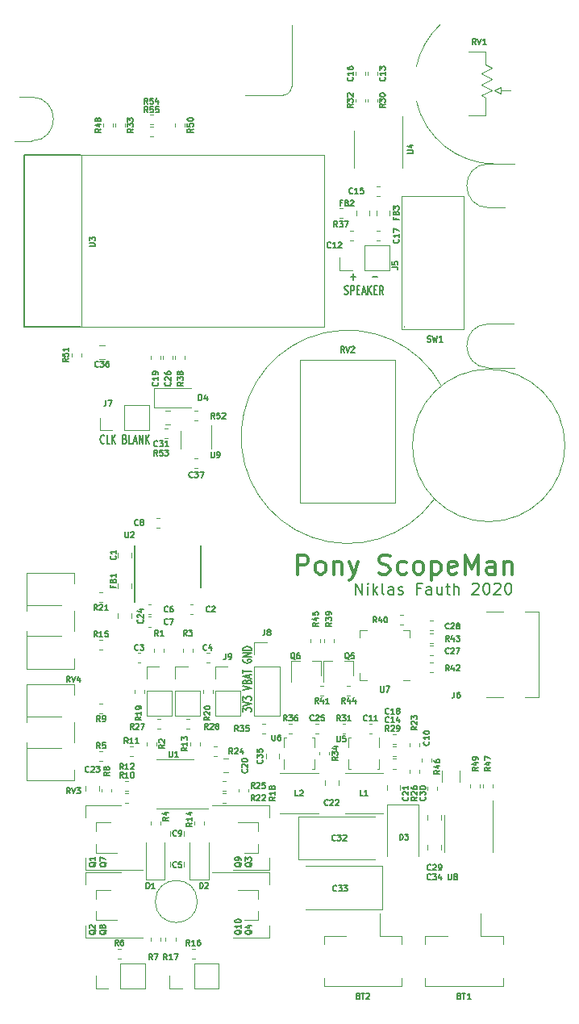
<source format=gto>
G04 #@! TF.GenerationSoftware,KiCad,Pcbnew,5.1.5+dfsg1-2build2*
G04 #@! TF.CreationDate,2020-11-24T02:53:37+01:00*
G04 #@! TF.ProjectId,sony-scopeman,736f6e79-2d73-4636-9f70-656d616e2e6b,rev?*
G04 #@! TF.SameCoordinates,Original*
G04 #@! TF.FileFunction,Legend,Top*
G04 #@! TF.FilePolarity,Positive*
%FSLAX46Y46*%
G04 Gerber Fmt 4.6, Leading zero omitted, Abs format (unit mm)*
G04 Created by KiCad (PCBNEW 5.1.5+dfsg1-2build2) date 2020-11-24 02:53:37*
%MOMM*%
%LPD*%
G04 APERTURE LIST*
%ADD10C,0.150000*%
%ADD11C,0.300000*%
%ADD12C,0.120000*%
%ADD13C,0.050000*%
G04 APERTURE END LIST*
D10*
X135857142Y-102342857D02*
X135857142Y-101142857D01*
X136542857Y-102342857D01*
X136542857Y-101142857D01*
X137114285Y-102342857D02*
X137114285Y-101542857D01*
X137114285Y-101142857D02*
X137057142Y-101200000D01*
X137114285Y-101257142D01*
X137171428Y-101200000D01*
X137114285Y-101142857D01*
X137114285Y-101257142D01*
X137685714Y-102342857D02*
X137685714Y-101142857D01*
X137800000Y-101885714D02*
X138142857Y-102342857D01*
X138142857Y-101542857D02*
X137685714Y-102000000D01*
X138828571Y-102342857D02*
X138714285Y-102285714D01*
X138657142Y-102171428D01*
X138657142Y-101142857D01*
X139800000Y-102342857D02*
X139800000Y-101714285D01*
X139742857Y-101600000D01*
X139628571Y-101542857D01*
X139400000Y-101542857D01*
X139285714Y-101600000D01*
X139800000Y-102285714D02*
X139685714Y-102342857D01*
X139400000Y-102342857D01*
X139285714Y-102285714D01*
X139228571Y-102171428D01*
X139228571Y-102057142D01*
X139285714Y-101942857D01*
X139400000Y-101885714D01*
X139685714Y-101885714D01*
X139800000Y-101828571D01*
X140314285Y-102285714D02*
X140428571Y-102342857D01*
X140657142Y-102342857D01*
X140771428Y-102285714D01*
X140828571Y-102171428D01*
X140828571Y-102114285D01*
X140771428Y-102000000D01*
X140657142Y-101942857D01*
X140485714Y-101942857D01*
X140371428Y-101885714D01*
X140314285Y-101771428D01*
X140314285Y-101714285D01*
X140371428Y-101600000D01*
X140485714Y-101542857D01*
X140657142Y-101542857D01*
X140771428Y-101600000D01*
X142657142Y-101714285D02*
X142257142Y-101714285D01*
X142257142Y-102342857D02*
X142257142Y-101142857D01*
X142828571Y-101142857D01*
X143800000Y-102342857D02*
X143800000Y-101714285D01*
X143742857Y-101600000D01*
X143628571Y-101542857D01*
X143400000Y-101542857D01*
X143285714Y-101600000D01*
X143800000Y-102285714D02*
X143685714Y-102342857D01*
X143400000Y-102342857D01*
X143285714Y-102285714D01*
X143228571Y-102171428D01*
X143228571Y-102057142D01*
X143285714Y-101942857D01*
X143400000Y-101885714D01*
X143685714Y-101885714D01*
X143800000Y-101828571D01*
X144885714Y-101542857D02*
X144885714Y-102342857D01*
X144371428Y-101542857D02*
X144371428Y-102171428D01*
X144428571Y-102285714D01*
X144542857Y-102342857D01*
X144714285Y-102342857D01*
X144828571Y-102285714D01*
X144885714Y-102228571D01*
X145285714Y-101542857D02*
X145742857Y-101542857D01*
X145457142Y-101142857D02*
X145457142Y-102171428D01*
X145514285Y-102285714D01*
X145628571Y-102342857D01*
X145742857Y-102342857D01*
X146142857Y-102342857D02*
X146142857Y-101142857D01*
X146657142Y-102342857D02*
X146657142Y-101714285D01*
X146600000Y-101600000D01*
X146485714Y-101542857D01*
X146314285Y-101542857D01*
X146200000Y-101600000D01*
X146142857Y-101657142D01*
X148085714Y-101257142D02*
X148142857Y-101200000D01*
X148257142Y-101142857D01*
X148542857Y-101142857D01*
X148657142Y-101200000D01*
X148714285Y-101257142D01*
X148771428Y-101371428D01*
X148771428Y-101485714D01*
X148714285Y-101657142D01*
X148028571Y-102342857D01*
X148771428Y-102342857D01*
X149514285Y-101142857D02*
X149628571Y-101142857D01*
X149742857Y-101200000D01*
X149800000Y-101257142D01*
X149857142Y-101371428D01*
X149914285Y-101600000D01*
X149914285Y-101885714D01*
X149857142Y-102114285D01*
X149800000Y-102228571D01*
X149742857Y-102285714D01*
X149628571Y-102342857D01*
X149514285Y-102342857D01*
X149400000Y-102285714D01*
X149342857Y-102228571D01*
X149285714Y-102114285D01*
X149228571Y-101885714D01*
X149228571Y-101600000D01*
X149285714Y-101371428D01*
X149342857Y-101257142D01*
X149400000Y-101200000D01*
X149514285Y-101142857D01*
X150371428Y-101257142D02*
X150428571Y-101200000D01*
X150542857Y-101142857D01*
X150828571Y-101142857D01*
X150942857Y-101200000D01*
X151000000Y-101257142D01*
X151057142Y-101371428D01*
X151057142Y-101485714D01*
X151000000Y-101657142D01*
X150314285Y-102342857D01*
X151057142Y-102342857D01*
X151800000Y-101142857D02*
X151914285Y-101142857D01*
X152028571Y-101200000D01*
X152085714Y-101257142D01*
X152142857Y-101371428D01*
X152200000Y-101600000D01*
X152200000Y-101885714D01*
X152142857Y-102114285D01*
X152085714Y-102228571D01*
X152028571Y-102285714D01*
X151914285Y-102342857D01*
X151800000Y-102342857D01*
X151685714Y-102285714D01*
X151628571Y-102228571D01*
X151571428Y-102114285D01*
X151514285Y-101885714D01*
X151514285Y-101600000D01*
X151571428Y-101371428D01*
X151628571Y-101257142D01*
X151685714Y-101200000D01*
X151800000Y-101142857D01*
D11*
X129714285Y-100204761D02*
X129714285Y-98204761D01*
X130476190Y-98204761D01*
X130666666Y-98300000D01*
X130761904Y-98395238D01*
X130857142Y-98585714D01*
X130857142Y-98871428D01*
X130761904Y-99061904D01*
X130666666Y-99157142D01*
X130476190Y-99252380D01*
X129714285Y-99252380D01*
X132000000Y-100204761D02*
X131809523Y-100109523D01*
X131714285Y-100014285D01*
X131619047Y-99823809D01*
X131619047Y-99252380D01*
X131714285Y-99061904D01*
X131809523Y-98966666D01*
X132000000Y-98871428D01*
X132285714Y-98871428D01*
X132476190Y-98966666D01*
X132571428Y-99061904D01*
X132666666Y-99252380D01*
X132666666Y-99823809D01*
X132571428Y-100014285D01*
X132476190Y-100109523D01*
X132285714Y-100204761D01*
X132000000Y-100204761D01*
X133523809Y-98871428D02*
X133523809Y-100204761D01*
X133523809Y-99061904D02*
X133619047Y-98966666D01*
X133809523Y-98871428D01*
X134095238Y-98871428D01*
X134285714Y-98966666D01*
X134380952Y-99157142D01*
X134380952Y-100204761D01*
X135142857Y-98871428D02*
X135619047Y-100204761D01*
X136095238Y-98871428D02*
X135619047Y-100204761D01*
X135428571Y-100680952D01*
X135333333Y-100776190D01*
X135142857Y-100871428D01*
X138285714Y-100109523D02*
X138571428Y-100204761D01*
X139047619Y-100204761D01*
X139238095Y-100109523D01*
X139333333Y-100014285D01*
X139428571Y-99823809D01*
X139428571Y-99633333D01*
X139333333Y-99442857D01*
X139238095Y-99347619D01*
X139047619Y-99252380D01*
X138666666Y-99157142D01*
X138476190Y-99061904D01*
X138380952Y-98966666D01*
X138285714Y-98776190D01*
X138285714Y-98585714D01*
X138380952Y-98395238D01*
X138476190Y-98300000D01*
X138666666Y-98204761D01*
X139142857Y-98204761D01*
X139428571Y-98300000D01*
X141142857Y-100109523D02*
X140952380Y-100204761D01*
X140571428Y-100204761D01*
X140380952Y-100109523D01*
X140285714Y-100014285D01*
X140190476Y-99823809D01*
X140190476Y-99252380D01*
X140285714Y-99061904D01*
X140380952Y-98966666D01*
X140571428Y-98871428D01*
X140952380Y-98871428D01*
X141142857Y-98966666D01*
X142285714Y-100204761D02*
X142095238Y-100109523D01*
X142000000Y-100014285D01*
X141904761Y-99823809D01*
X141904761Y-99252380D01*
X142000000Y-99061904D01*
X142095238Y-98966666D01*
X142285714Y-98871428D01*
X142571428Y-98871428D01*
X142761904Y-98966666D01*
X142857142Y-99061904D01*
X142952380Y-99252380D01*
X142952380Y-99823809D01*
X142857142Y-100014285D01*
X142761904Y-100109523D01*
X142571428Y-100204761D01*
X142285714Y-100204761D01*
X143809523Y-98871428D02*
X143809523Y-100871428D01*
X143809523Y-98966666D02*
X144000000Y-98871428D01*
X144380952Y-98871428D01*
X144571428Y-98966666D01*
X144666666Y-99061904D01*
X144761904Y-99252380D01*
X144761904Y-99823809D01*
X144666666Y-100014285D01*
X144571428Y-100109523D01*
X144380952Y-100204761D01*
X144000000Y-100204761D01*
X143809523Y-100109523D01*
X146380952Y-100109523D02*
X146190476Y-100204761D01*
X145809523Y-100204761D01*
X145619047Y-100109523D01*
X145523809Y-99919047D01*
X145523809Y-99157142D01*
X145619047Y-98966666D01*
X145809523Y-98871428D01*
X146190476Y-98871428D01*
X146380952Y-98966666D01*
X146476190Y-99157142D01*
X146476190Y-99347619D01*
X145523809Y-99538095D01*
X147333333Y-100204761D02*
X147333333Y-98204761D01*
X148000000Y-99633333D01*
X148666666Y-98204761D01*
X148666666Y-100204761D01*
X150476190Y-100204761D02*
X150476190Y-99157142D01*
X150380952Y-98966666D01*
X150190476Y-98871428D01*
X149809523Y-98871428D01*
X149619047Y-98966666D01*
X150476190Y-100109523D02*
X150285714Y-100204761D01*
X149809523Y-100204761D01*
X149619047Y-100109523D01*
X149523809Y-99919047D01*
X149523809Y-99728571D01*
X149619047Y-99538095D01*
X149809523Y-99442857D01*
X150285714Y-99442857D01*
X150476190Y-99347619D01*
X151428571Y-98871428D02*
X151428571Y-100204761D01*
X151428571Y-99061904D02*
X151523809Y-98966666D01*
X151714285Y-98871428D01*
X152000000Y-98871428D01*
X152190476Y-98966666D01*
X152285714Y-99157142D01*
X152285714Y-100204761D01*
D10*
X135307142Y-69014285D02*
X135802380Y-69014285D01*
X135554761Y-69357142D02*
X135554761Y-68671428D01*
X137597619Y-69014285D02*
X138092857Y-69014285D01*
X134672619Y-70814285D02*
X134765476Y-70857142D01*
X134920238Y-70857142D01*
X134982142Y-70814285D01*
X135013095Y-70771428D01*
X135044047Y-70685714D01*
X135044047Y-70600000D01*
X135013095Y-70514285D01*
X134982142Y-70471428D01*
X134920238Y-70428571D01*
X134796428Y-70385714D01*
X134734523Y-70342857D01*
X134703571Y-70300000D01*
X134672619Y-70214285D01*
X134672619Y-70128571D01*
X134703571Y-70042857D01*
X134734523Y-70000000D01*
X134796428Y-69957142D01*
X134951190Y-69957142D01*
X135044047Y-70000000D01*
X135322619Y-70857142D02*
X135322619Y-69957142D01*
X135570238Y-69957142D01*
X135632142Y-70000000D01*
X135663095Y-70042857D01*
X135694047Y-70128571D01*
X135694047Y-70257142D01*
X135663095Y-70342857D01*
X135632142Y-70385714D01*
X135570238Y-70428571D01*
X135322619Y-70428571D01*
X135972619Y-70385714D02*
X136189285Y-70385714D01*
X136282142Y-70857142D02*
X135972619Y-70857142D01*
X135972619Y-69957142D01*
X136282142Y-69957142D01*
X136529761Y-70600000D02*
X136839285Y-70600000D01*
X136467857Y-70857142D02*
X136684523Y-69957142D01*
X136901190Y-70857142D01*
X137117857Y-70857142D02*
X137117857Y-69957142D01*
X137489285Y-70857142D02*
X137210714Y-70342857D01*
X137489285Y-69957142D02*
X137117857Y-70471428D01*
X137767857Y-70385714D02*
X137984523Y-70385714D01*
X138077380Y-70857142D02*
X137767857Y-70857142D01*
X137767857Y-69957142D01*
X138077380Y-69957142D01*
X138727380Y-70857142D02*
X138510714Y-70428571D01*
X138355952Y-70857142D02*
X138355952Y-69957142D01*
X138603571Y-69957142D01*
X138665476Y-70000000D01*
X138696428Y-70042857D01*
X138727380Y-70128571D01*
X138727380Y-70257142D01*
X138696428Y-70342857D01*
X138665476Y-70385714D01*
X138603571Y-70428571D01*
X138355952Y-70428571D01*
X109433333Y-86421428D02*
X109402380Y-86464285D01*
X109309523Y-86507142D01*
X109247619Y-86507142D01*
X109154761Y-86464285D01*
X109092857Y-86378571D01*
X109061904Y-86292857D01*
X109030952Y-86121428D01*
X109030952Y-85992857D01*
X109061904Y-85821428D01*
X109092857Y-85735714D01*
X109154761Y-85650000D01*
X109247619Y-85607142D01*
X109309523Y-85607142D01*
X109402380Y-85650000D01*
X109433333Y-85692857D01*
X110021428Y-86507142D02*
X109711904Y-86507142D01*
X109711904Y-85607142D01*
X110238095Y-86507142D02*
X110238095Y-85607142D01*
X110609523Y-86507142D02*
X110330952Y-85992857D01*
X110609523Y-85607142D02*
X110238095Y-86121428D01*
X111600000Y-86035714D02*
X111692857Y-86078571D01*
X111723809Y-86121428D01*
X111754761Y-86207142D01*
X111754761Y-86335714D01*
X111723809Y-86421428D01*
X111692857Y-86464285D01*
X111630952Y-86507142D01*
X111383333Y-86507142D01*
X111383333Y-85607142D01*
X111600000Y-85607142D01*
X111661904Y-85650000D01*
X111692857Y-85692857D01*
X111723809Y-85778571D01*
X111723809Y-85864285D01*
X111692857Y-85950000D01*
X111661904Y-85992857D01*
X111600000Y-86035714D01*
X111383333Y-86035714D01*
X112342857Y-86507142D02*
X112033333Y-86507142D01*
X112033333Y-85607142D01*
X112528571Y-86250000D02*
X112838095Y-86250000D01*
X112466666Y-86507142D02*
X112683333Y-85607142D01*
X112900000Y-86507142D01*
X113116666Y-86507142D02*
X113116666Y-85607142D01*
X113488095Y-86507142D01*
X113488095Y-85607142D01*
X113797619Y-86507142D02*
X113797619Y-85607142D01*
X114169047Y-86507142D02*
X113890476Y-85992857D01*
X114169047Y-85607142D02*
X113797619Y-86121428D01*
X124007142Y-114620238D02*
X124007142Y-114217857D01*
X124350000Y-114434523D01*
X124350000Y-114341666D01*
X124392857Y-114279761D01*
X124435714Y-114248809D01*
X124521428Y-114217857D01*
X124735714Y-114217857D01*
X124821428Y-114248809D01*
X124864285Y-114279761D01*
X124907142Y-114341666D01*
X124907142Y-114527380D01*
X124864285Y-114589285D01*
X124821428Y-114620238D01*
X124007142Y-114032142D02*
X124907142Y-113815476D01*
X124007142Y-113598809D01*
X124007142Y-113444047D02*
X124007142Y-113041666D01*
X124350000Y-113258333D01*
X124350000Y-113165476D01*
X124392857Y-113103571D01*
X124435714Y-113072619D01*
X124521428Y-113041666D01*
X124735714Y-113041666D01*
X124821428Y-113072619D01*
X124864285Y-113103571D01*
X124907142Y-113165476D01*
X124907142Y-113351190D01*
X124864285Y-113413095D01*
X124821428Y-113444047D01*
X124007142Y-112360714D02*
X124907142Y-112144047D01*
X124007142Y-111927380D01*
X124435714Y-111494047D02*
X124478571Y-111401190D01*
X124521428Y-111370238D01*
X124607142Y-111339285D01*
X124735714Y-111339285D01*
X124821428Y-111370238D01*
X124864285Y-111401190D01*
X124907142Y-111463095D01*
X124907142Y-111710714D01*
X124007142Y-111710714D01*
X124007142Y-111494047D01*
X124050000Y-111432142D01*
X124092857Y-111401190D01*
X124178571Y-111370238D01*
X124264285Y-111370238D01*
X124350000Y-111401190D01*
X124392857Y-111432142D01*
X124435714Y-111494047D01*
X124435714Y-111710714D01*
X124650000Y-111091666D02*
X124650000Y-110782142D01*
X124907142Y-111153571D02*
X124007142Y-110936904D01*
X124907142Y-110720238D01*
X124007142Y-110596428D02*
X124007142Y-110225000D01*
X124907142Y-110410714D02*
X124007142Y-110410714D01*
X124050000Y-109172619D02*
X124007142Y-109234523D01*
X124007142Y-109327380D01*
X124050000Y-109420238D01*
X124135714Y-109482142D01*
X124221428Y-109513095D01*
X124392857Y-109544047D01*
X124521428Y-109544047D01*
X124692857Y-109513095D01*
X124778571Y-109482142D01*
X124864285Y-109420238D01*
X124907142Y-109327380D01*
X124907142Y-109265476D01*
X124864285Y-109172619D01*
X124821428Y-109141666D01*
X124521428Y-109141666D01*
X124521428Y-109265476D01*
X124907142Y-108863095D02*
X124007142Y-108863095D01*
X124907142Y-108491666D01*
X124007142Y-108491666D01*
X124907142Y-108182142D02*
X124007142Y-108182142D01*
X124007142Y-108027380D01*
X124050000Y-107934523D01*
X124135714Y-107872619D01*
X124221428Y-107841666D01*
X124392857Y-107810714D01*
X124521428Y-107810714D01*
X124692857Y-107841666D01*
X124778571Y-107872619D01*
X124864285Y-107934523D01*
X124907142Y-108027380D01*
X124907142Y-108182142D01*
D12*
X144057774Y-92369375D02*
G75*
G02X144799999Y-80400001I-9057774J6569375D01*
G01*
X157800000Y-86700000D02*
G75*
G03X157800000Y-86700000I-8000000J0D01*
G01*
X150500000Y-57170182D02*
G75*
G02X142200002Y-50550000I1J8513119D01*
G01*
X142202878Y-46950624D02*
G75*
G02X144700001Y-42550001I8297122J-1799376D01*
G01*
X119209072Y-134550000D02*
G75*
G03X119209072Y-134550000I-2209072J0D01*
G01*
X129100000Y-49050000D02*
G75*
G02X128200000Y-49950000I-900000J0D01*
G01*
X129100000Y-49050000D02*
X129100000Y-42550000D01*
X124200000Y-49950000D02*
X128200000Y-49950000D01*
X101800000Y-50149999D02*
G75*
G02X101800000Y-54750001I0J-2300001D01*
G01*
X101800000Y-54750001D02*
X100000000Y-54750001D01*
X101800000Y-50149999D02*
X100499999Y-50150000D01*
X149800000Y-78550001D02*
G75*
G02X149800000Y-73949999I0J2300001D01*
G01*
X149800000Y-73949999D02*
X152400000Y-73949999D01*
X149800000Y-78550000D02*
X152500000Y-78550001D01*
X149800000Y-57149999D02*
X152500000Y-57149999D01*
X149800000Y-61750000D02*
X151500000Y-61750000D01*
X149800000Y-61750001D02*
G75*
G02X149800000Y-57149999I0J2300001D01*
G01*
X151100000Y-49150000D02*
X151100000Y-49450000D01*
X150400000Y-49450000D02*
X151100000Y-49150000D01*
X151100000Y-49750000D02*
X150400000Y-49450000D01*
X151100000Y-49450000D02*
X151100000Y-49750000D01*
X152100000Y-49450000D02*
X151100000Y-49450000D01*
X149500000Y-45350000D02*
X147700000Y-45350000D01*
X149500000Y-46750000D02*
X149500000Y-45350000D01*
X150100000Y-47050000D02*
X149500000Y-46750000D01*
X149000000Y-47650000D02*
X150100000Y-47050000D01*
X150100000Y-48250000D02*
X149000000Y-47650000D01*
X149000000Y-48850000D02*
X150100000Y-48250000D01*
X150100000Y-49450000D02*
X149000000Y-48850000D01*
X149000000Y-49950000D02*
X150100000Y-49450000D01*
X149500000Y-50250000D02*
X149000000Y-49950000D01*
X149500000Y-52050000D02*
X149500000Y-50250000D01*
X147700000Y-52049999D02*
X149500000Y-52050000D01*
X140900000Y-74150000D02*
X140900000Y-74250000D01*
X119262779Y-88090000D02*
X118937221Y-88090000D01*
X119262779Y-89110000D02*
X118937221Y-89110000D01*
X114562779Y-53290000D02*
X114237221Y-53290000D01*
X114562779Y-54310000D02*
X114237221Y-54310000D01*
X114562779Y-51990000D02*
X114237221Y-51990000D01*
X114562779Y-53010000D02*
X114237221Y-53010000D01*
X128290000Y-120640000D02*
X128290000Y-119635000D01*
X128290000Y-117390000D02*
X128520000Y-117390000D01*
X128290000Y-118365000D02*
X128290000Y-117390000D01*
X131510000Y-118365000D02*
X131510000Y-117390000D01*
X131280000Y-117390000D02*
X131510000Y-117390000D01*
X131510000Y-120610000D02*
X131510000Y-119635000D01*
X131280000Y-120610000D02*
X131510000Y-120610000D01*
X138310000Y-117360000D02*
X138310000Y-118365000D01*
X138310000Y-120610000D02*
X138080000Y-120610000D01*
X138310000Y-119635000D02*
X138310000Y-120610000D01*
X135090000Y-119635000D02*
X135090000Y-120610000D01*
X135320000Y-120610000D02*
X135090000Y-120610000D01*
X135090000Y-117390000D02*
X135090000Y-118365000D01*
X135320000Y-117390000D02*
X135090000Y-117390000D01*
X109458578Y-76190000D02*
X108941422Y-76190000D01*
X109458578Y-77610000D02*
X108941422Y-77610000D01*
X127810000Y-119558578D02*
X127810000Y-119041422D01*
X126390000Y-119558578D02*
X126390000Y-119041422D01*
X144810000Y-129158578D02*
X144810000Y-128641422D01*
X143390000Y-129158578D02*
X143390000Y-128641422D01*
X150260000Y-127400000D02*
X150260000Y-123950000D01*
X150260000Y-127400000D02*
X150260000Y-129350000D01*
X145140000Y-127400000D02*
X145140000Y-125450000D01*
X145140000Y-127400000D02*
X145140000Y-129350000D01*
X144890000Y-120797936D02*
X144890000Y-122002064D01*
X146710000Y-120797936D02*
X146710000Y-122002064D01*
X143115000Y-143410000D02*
X143115000Y-142560000D01*
X151285000Y-143410000D02*
X143115000Y-143410000D01*
X151285000Y-142560000D02*
X151285000Y-143410000D01*
X143115000Y-138190000D02*
X145440000Y-138190000D01*
X143115000Y-139040000D02*
X143115000Y-138190000D01*
X148960000Y-138190000D02*
X148960000Y-135800000D01*
X151285000Y-138190000D02*
X148960000Y-138190000D01*
X151285000Y-139040000D02*
X151285000Y-138190000D01*
X132515000Y-143410000D02*
X132515000Y-142560000D01*
X140685000Y-143410000D02*
X132515000Y-143410000D01*
X140685000Y-142560000D02*
X140685000Y-143410000D01*
X132515000Y-138190000D02*
X134840000Y-138190000D01*
X132515000Y-139040000D02*
X132515000Y-138190000D01*
X138360000Y-138190000D02*
X138360000Y-135800000D01*
X140685000Y-138190000D02*
X138360000Y-138190000D01*
X140685000Y-139040000D02*
X140685000Y-138190000D01*
X125610000Y-136480000D02*
X124150000Y-136480000D01*
X125610000Y-133320000D02*
X123450000Y-133320000D01*
X125610000Y-133320000D02*
X125610000Y-134250000D01*
X125610000Y-136480000D02*
X125610000Y-135550000D01*
X125610000Y-129430000D02*
X124150000Y-129430000D01*
X125610000Y-126270000D02*
X123450000Y-126270000D01*
X125610000Y-126270000D02*
X125610000Y-127200000D01*
X125610000Y-129430000D02*
X125610000Y-128500000D01*
X108590001Y-133320000D02*
X110050001Y-133320000D01*
X108590001Y-136480000D02*
X110750001Y-136480000D01*
X108590001Y-136480000D02*
X108590001Y-135550000D01*
X108590001Y-133320000D02*
X108590001Y-134250000D01*
X108590000Y-126270000D02*
X110050000Y-126270000D01*
X108590000Y-129430000D02*
X110750000Y-129430000D01*
X108590000Y-129430000D02*
X108590000Y-128500000D01*
X108590000Y-126270000D02*
X108590000Y-127200000D01*
X138610000Y-130840000D02*
X130550000Y-130840000D01*
X138610000Y-135360000D02*
X138610000Y-130840000D01*
X130550000Y-135360000D02*
X138610000Y-135360000D01*
X129790000Y-130160000D02*
X137850000Y-130160000D01*
X129790000Y-125640000D02*
X129790000Y-130160000D01*
X137850000Y-125640000D02*
X129790000Y-125640000D01*
X101280000Y-104027000D02*
X101280000Y-103480000D01*
X101280000Y-106720000D02*
X101280000Y-106172000D01*
X106321000Y-106174000D02*
X106321000Y-104025000D01*
X104963000Y-103480000D02*
X101280000Y-103480000D01*
X104963000Y-106720000D02*
X101280000Y-106720000D01*
X106321000Y-106174000D02*
X106321000Y-104025000D01*
X106321000Y-110121000D02*
X106321000Y-109026000D01*
X106321000Y-101175000D02*
X106321000Y-100080000D01*
X101280000Y-104027000D02*
X101280000Y-100080000D01*
X101280000Y-110121000D02*
X101280000Y-106172000D01*
X106321000Y-100080000D02*
X101280000Y-100080000D01*
X106321000Y-110121000D02*
X101280000Y-110121000D01*
X101280000Y-115727000D02*
X101280000Y-115180000D01*
X101280000Y-118420000D02*
X101280000Y-117872000D01*
X106321000Y-117874000D02*
X106321000Y-115725000D01*
X104963000Y-115180000D02*
X101280000Y-115180000D01*
X104963000Y-118420000D02*
X101280000Y-118420000D01*
X106321000Y-117874000D02*
X106321000Y-115725000D01*
X106321000Y-121821000D02*
X106321000Y-120726000D01*
X106321000Y-112875000D02*
X106321000Y-111780000D01*
X101280000Y-115727000D02*
X101280000Y-111780000D01*
X101280000Y-121821000D02*
X101280000Y-117872000D01*
X106321000Y-111780000D02*
X101280000Y-111780000D01*
X106321000Y-121821000D02*
X101280000Y-121821000D01*
X131900000Y-121100000D02*
X127900000Y-121100000D01*
X131900000Y-125300000D02*
X127900000Y-125300000D01*
X134700000Y-125300000D02*
X138700000Y-125300000D01*
X134700000Y-121100000D02*
X138700000Y-121100000D01*
X121070000Y-109870000D02*
X122400000Y-109870000D01*
X121070000Y-111200000D02*
X121070000Y-109870000D01*
X121070000Y-112470000D02*
X123730000Y-112470000D01*
X123730000Y-112470000D02*
X123730000Y-115070000D01*
X121070000Y-112470000D02*
X121070000Y-115070000D01*
X121070000Y-115070000D02*
X123730000Y-115070000D01*
X125170000Y-107330000D02*
X126500000Y-107330000D01*
X125170000Y-108660000D02*
X125170000Y-107330000D01*
X125170000Y-109930000D02*
X127830000Y-109930000D01*
X127830000Y-109930000D02*
X127830000Y-115070000D01*
X125170000Y-109930000D02*
X125170000Y-115070000D01*
X125170000Y-115070000D02*
X127830000Y-115070000D01*
X108970000Y-85130000D02*
X108970000Y-83800000D01*
X110300000Y-85130000D02*
X108970000Y-85130000D01*
X111570000Y-85130000D02*
X111570000Y-82470000D01*
X111570000Y-82470000D02*
X114170000Y-82470000D01*
X111570000Y-85130000D02*
X114170000Y-85130000D01*
X114170000Y-85130000D02*
X114170000Y-82470000D01*
X134170000Y-68330000D02*
X134170000Y-67000000D01*
X135500000Y-68330000D02*
X134170000Y-68330000D01*
X136770000Y-68330000D02*
X136770000Y-65670000D01*
X136770000Y-65670000D02*
X139370000Y-65670000D01*
X136770000Y-68330000D02*
X139370000Y-68330000D01*
X139370000Y-68330000D02*
X139370000Y-65670000D01*
X116270000Y-143680000D02*
X116270000Y-142350000D01*
X117600000Y-143680000D02*
X116270000Y-143680000D01*
X118870000Y-143680000D02*
X118870000Y-141020000D01*
X118870000Y-141020000D02*
X121470000Y-141020000D01*
X118870000Y-143680000D02*
X121470000Y-143680000D01*
X121470000Y-143680000D02*
X121470000Y-141020000D01*
X116870000Y-109870000D02*
X118200000Y-109870000D01*
X116870000Y-111200000D02*
X116870000Y-109870000D01*
X116870000Y-112470000D02*
X119530000Y-112470000D01*
X119530000Y-112470000D02*
X119530000Y-115070000D01*
X116870000Y-112470000D02*
X116870000Y-115070000D01*
X116870000Y-115070000D02*
X119530000Y-115070000D01*
X108530000Y-143680000D02*
X108530000Y-142350000D01*
X109860000Y-143680000D02*
X108530000Y-143680000D01*
X111130000Y-143680000D02*
X111130000Y-141020000D01*
X111130000Y-141020000D02*
X113730000Y-141020000D01*
X111130000Y-143680000D02*
X113730000Y-143680000D01*
X113730000Y-143680000D02*
X113730000Y-141020000D01*
X113870000Y-109870000D02*
X115200000Y-109870000D01*
X113870000Y-111200000D02*
X113870000Y-109870000D01*
X113870000Y-112470000D02*
X116530000Y-112470000D01*
X116530000Y-112470000D02*
X116530000Y-115070000D01*
X113870000Y-112470000D02*
X113870000Y-115070000D01*
X113870000Y-115070000D02*
X116530000Y-115070000D01*
X137990000Y-62041422D02*
X137990000Y-62558578D01*
X139410000Y-62041422D02*
X139410000Y-62558578D01*
X137310000Y-62558578D02*
X137310000Y-62041422D01*
X135890000Y-62558578D02*
X135890000Y-62041422D01*
X112310000Y-101658578D02*
X112310000Y-101141422D01*
X110890000Y-101658578D02*
X110890000Y-101141422D01*
X114650000Y-80700000D02*
X118550000Y-80700000D01*
X114650000Y-82700000D02*
X118550000Y-82700000D01*
X114650000Y-80700000D02*
X114650000Y-82700000D01*
X142450000Y-124400000D02*
X142450000Y-129800000D01*
X139150000Y-124400000D02*
X139150000Y-129800000D01*
X142450000Y-124400000D02*
X139150000Y-124400000D01*
X118400000Y-132250000D02*
X118400000Y-128350000D01*
X120400000Y-132250000D02*
X120400000Y-128350000D01*
X118400000Y-132250000D02*
X120400000Y-132250000D01*
X113800000Y-132250000D02*
X113800000Y-128350000D01*
X115800000Y-132250000D02*
X115800000Y-128350000D01*
X113800000Y-132250000D02*
X115800000Y-132250000D01*
X120710000Y-87000000D02*
X120710000Y-84550000D01*
X117490000Y-85200000D02*
X117490000Y-87000000D01*
X140785000Y-111310000D02*
X141510000Y-111310000D01*
X136290000Y-106090000D02*
X136290000Y-106815000D01*
X137015000Y-106090000D02*
X136290000Y-106090000D01*
X141510000Y-106090000D02*
X141510000Y-106815000D01*
X140785000Y-106090000D02*
X141510000Y-106090000D01*
X136290000Y-111310000D02*
X136290000Y-110585000D01*
X137015000Y-111310000D02*
X136290000Y-111310000D01*
X140760000Y-55600000D02*
X140760000Y-52150000D01*
X140760000Y-55600000D02*
X140760000Y-57550000D01*
X135640000Y-55600000D02*
X135640000Y-53650000D01*
X135640000Y-55600000D02*
X135640000Y-57550000D01*
D13*
X132550000Y-56250000D02*
X132550000Y-74250000D01*
X107020000Y-56250000D02*
X132550000Y-56250000D01*
X107020000Y-74250000D02*
X107020000Y-56250000D01*
X132550000Y-74250000D02*
X107020000Y-74250000D01*
D10*
X106965000Y-74267000D02*
X100996000Y-74267000D01*
X106965000Y-56233000D02*
X100996000Y-56233000D01*
X100996000Y-56233000D02*
X100996000Y-74267000D01*
X112650000Y-103150000D02*
X112650000Y-97175000D01*
X119550000Y-101625000D02*
X119550000Y-97175000D01*
D12*
X116900000Y-124760000D02*
X120350000Y-124760000D01*
X116900000Y-124760000D02*
X114950000Y-124760000D01*
X116900000Y-119640000D02*
X118850000Y-119640000D01*
X116900000Y-119640000D02*
X114950000Y-119640000D01*
X115737221Y-85909999D02*
X116062779Y-85909999D01*
X115737221Y-84889999D02*
X116062779Y-84889999D01*
X118937221Y-84110000D02*
X119262779Y-84110000D01*
X118937221Y-83090000D02*
X119262779Y-83090000D01*
X105990000Y-77024721D02*
X105990000Y-77350279D01*
X107010000Y-77024721D02*
X107010000Y-77350279D01*
X116890000Y-52924722D02*
X116890000Y-53250280D01*
X117910000Y-52924722D02*
X117910000Y-53250280D01*
X148910000Y-122562779D02*
X148910000Y-122237221D01*
X147890000Y-122562779D02*
X147890000Y-122237221D01*
X109290000Y-52924721D02*
X109290000Y-53250279D01*
X110310000Y-52924721D02*
X110310000Y-53250279D01*
X149190000Y-122237221D02*
X149190000Y-122562779D01*
X150210000Y-122237221D02*
X150210000Y-122562779D01*
X131090000Y-107049720D02*
X131090000Y-107375278D01*
X132110000Y-107049720D02*
X132110000Y-107375278D01*
X134937221Y-112910000D02*
X135262779Y-112910000D01*
X134937221Y-111890000D02*
X135262779Y-111890000D01*
X143637221Y-107410000D02*
X143962779Y-107410000D01*
X143637221Y-106390000D02*
X143962779Y-106390000D01*
X143637221Y-110510000D02*
X143962779Y-110510000D01*
X143637221Y-109490000D02*
X143962779Y-109490000D01*
X132462779Y-111890000D02*
X132137221Y-111890000D01*
X132462779Y-112910000D02*
X132137221Y-112910000D01*
X140524721Y-105510000D02*
X140850279Y-105510000D01*
X140524721Y-104490000D02*
X140850279Y-104490000D01*
X132490000Y-107037221D02*
X132490000Y-107362779D01*
X133510000Y-107037221D02*
X133510000Y-107362779D01*
X116890000Y-77324722D02*
X116890000Y-77650280D01*
X117910000Y-77324722D02*
X117910000Y-77650280D01*
X134462779Y-61790000D02*
X134137221Y-61790000D01*
X134462779Y-62810000D02*
X134137221Y-62810000D01*
X128837221Y-116910000D02*
X129162779Y-116910000D01*
X128837221Y-115890000D02*
X129162779Y-115890000D01*
X126037221Y-116910000D02*
X126362779Y-116910000D01*
X126037221Y-115890000D02*
X126362779Y-115890000D01*
X133010000Y-119162779D02*
X133010000Y-118837221D01*
X131990000Y-119162779D02*
X131990000Y-118837221D01*
X110590000Y-52937221D02*
X110590000Y-53262779D01*
X111610000Y-52937221D02*
X111610000Y-53262779D01*
X136810000Y-50662779D02*
X136810000Y-50337221D01*
X135790000Y-50662779D02*
X135790000Y-50337221D01*
X134762779Y-115890000D02*
X134437221Y-115890000D01*
X134762779Y-116910000D02*
X134437221Y-116910000D01*
X138110000Y-50662779D02*
X138110000Y-50337221D01*
X137090000Y-50662779D02*
X137090000Y-50337221D01*
X139737221Y-120610000D02*
X140062779Y-120610000D01*
X139737221Y-119590000D02*
X140062779Y-119590000D01*
X118037221Y-116410000D02*
X118362779Y-116410000D01*
X118037221Y-115390000D02*
X118362779Y-115390000D01*
X115362779Y-115390000D02*
X115037221Y-115390000D01*
X115362779Y-116410000D02*
X115037221Y-116410000D01*
X142510000Y-121062779D02*
X142510000Y-120737221D01*
X141490000Y-121062779D02*
X141490000Y-120737221D01*
X121837221Y-122910000D02*
X122162779Y-122910000D01*
X121837221Y-121890000D02*
X122162779Y-121890000D01*
X121262779Y-118290000D02*
X120937221Y-118290000D01*
X121262779Y-119310000D02*
X120937221Y-119310000D01*
X141490000Y-117937221D02*
X141490000Y-118262779D01*
X142510000Y-117937221D02*
X142510000Y-118262779D01*
X122162779Y-123190000D02*
X121837221Y-123190000D01*
X122162779Y-124210000D02*
X121837221Y-124210000D01*
X109262779Y-102090000D02*
X108937221Y-102090000D01*
X109262779Y-103110000D02*
X108937221Y-103110000D01*
X120810000Y-112662779D02*
X120810000Y-112337221D01*
X119790000Y-112662779D02*
X119790000Y-112337221D01*
X113610000Y-112662779D02*
X113610000Y-112337221D01*
X112590000Y-112662779D02*
X112590000Y-112337221D01*
X124610000Y-123062779D02*
X124610000Y-122737221D01*
X123590000Y-123062779D02*
X123590000Y-122737221D01*
X116910000Y-138662779D02*
X116910000Y-138337221D01*
X115890000Y-138662779D02*
X115890000Y-138337221D01*
X118637221Y-140510000D02*
X118962779Y-140510000D01*
X118637221Y-139490000D02*
X118962779Y-139490000D01*
X108937221Y-108110000D02*
X109262779Y-108110000D01*
X108937221Y-107090000D02*
X109262779Y-107090000D01*
X119910000Y-126462779D02*
X119910000Y-126137221D01*
X118890000Y-126462779D02*
X118890000Y-126137221D01*
X119510000Y-118175278D02*
X119510000Y-117849720D01*
X118490000Y-118175278D02*
X118490000Y-117849720D01*
X111962779Y-121890000D02*
X111637221Y-121890000D01*
X111962779Y-122910000D02*
X111637221Y-122910000D01*
X112137221Y-119310000D02*
X112462779Y-119310000D01*
X112137221Y-118290000D02*
X112462779Y-118290000D01*
X111637221Y-124210000D02*
X111962779Y-124210000D01*
X111637221Y-123190000D02*
X111962779Y-123190000D01*
X109262779Y-113790000D02*
X108937221Y-113790000D01*
X109262779Y-114810000D02*
X108937221Y-114810000D01*
X110210000Y-123062779D02*
X110210000Y-122737221D01*
X109190000Y-123062779D02*
X109190000Y-122737221D01*
X115310000Y-138662779D02*
X115310000Y-138337221D01*
X114290000Y-138662779D02*
X114290000Y-138337221D01*
X110837221Y-140510000D02*
X111162779Y-140510000D01*
X110837221Y-139490000D02*
X111162779Y-139490000D01*
X108937221Y-119810000D02*
X109262779Y-119810000D01*
X108937221Y-118790000D02*
X109262779Y-118790000D01*
X115310000Y-126462779D02*
X115310000Y-126137221D01*
X114290000Y-126462779D02*
X114290000Y-126137221D01*
X118710000Y-108362779D02*
X118710000Y-108037221D01*
X117690000Y-108362779D02*
X117690000Y-108037221D01*
X114910000Y-118162779D02*
X114910000Y-117837221D01*
X113890000Y-118162779D02*
X113890000Y-117837221D01*
X115710000Y-108362779D02*
X115710000Y-108037221D01*
X114690000Y-108362779D02*
X114690000Y-108037221D01*
X132180000Y-109340000D02*
X132180000Y-110800000D01*
X129020000Y-109340000D02*
X129020000Y-111500000D01*
X129020000Y-109340000D02*
X129950000Y-109340000D01*
X132180000Y-109340000D02*
X131250000Y-109340000D01*
X135580000Y-109340000D02*
X135580000Y-110800000D01*
X132420000Y-109340000D02*
X132420000Y-111500000D01*
X132420000Y-109340000D02*
X133350000Y-109340000D01*
X135580000Y-109340000D02*
X134650000Y-109340000D01*
X120750000Y-131490000D02*
X126760000Y-131490000D01*
X123000000Y-138310000D02*
X126760000Y-138310000D01*
X126760000Y-131490000D02*
X126760000Y-132750000D01*
X126760000Y-138310000D02*
X126760000Y-137050000D01*
X120750000Y-124440000D02*
X126760000Y-124440000D01*
X123000000Y-131260000D02*
X126760000Y-131260000D01*
X126760000Y-124440000D02*
X126760000Y-125700000D01*
X126760000Y-131260000D02*
X126760000Y-130000000D01*
X113450001Y-138310000D02*
X107440001Y-138310000D01*
X111200001Y-131490000D02*
X107440001Y-131490000D01*
X107440001Y-138310000D02*
X107440001Y-137050000D01*
X107440001Y-131490000D02*
X107440001Y-132750000D01*
X113450000Y-131260000D02*
X107440000Y-131260000D01*
X111200000Y-124440000D02*
X107440000Y-124440000D01*
X107440000Y-131260000D02*
X107440000Y-130000000D01*
X107440000Y-124440000D02*
X107440000Y-125700000D01*
X149530000Y-113120000D02*
X151330000Y-113120000D01*
X155040000Y-113120000D02*
X153580000Y-113120000D01*
X155040000Y-104180000D02*
X153580000Y-104180000D01*
X149530000Y-104180000D02*
X151330000Y-104180000D01*
X155040000Y-104180000D02*
X155040000Y-113120000D01*
X115841422Y-84510000D02*
X116358578Y-84510000D01*
X115841422Y-83090000D02*
X116358578Y-83090000D01*
X144410000Y-122862779D02*
X144410000Y-122537221D01*
X143390000Y-122862779D02*
X143390000Y-122537221D01*
X143390000Y-125441422D02*
X143390000Y-125958578D01*
X144810000Y-125441422D02*
X144810000Y-125958578D01*
X143637221Y-106110000D02*
X143962779Y-106110000D01*
X143637221Y-105090000D02*
X143962779Y-105090000D01*
X143637221Y-108710000D02*
X143962779Y-108710000D01*
X143637221Y-107690000D02*
X143962779Y-107690000D01*
X115590000Y-77337221D02*
X115590000Y-77662779D01*
X116610000Y-77337221D02*
X116610000Y-77662779D01*
X131962779Y-115890000D02*
X131637221Y-115890000D01*
X131962779Y-116910000D02*
X131637221Y-116910000D01*
X110890000Y-104341422D02*
X110890000Y-104858578D01*
X112310000Y-104341422D02*
X112310000Y-104858578D01*
X108910000Y-122958578D02*
X108910000Y-122441422D01*
X107490000Y-122958578D02*
X107490000Y-122441422D01*
X132590000Y-121841422D02*
X132590000Y-122358578D01*
X134010000Y-121841422D02*
X134010000Y-122358578D01*
X139090000Y-122341422D02*
X139090000Y-122858578D01*
X140510000Y-122341422D02*
X140510000Y-122858578D01*
X121941422Y-121010000D02*
X122458578Y-121010000D01*
X121941422Y-119590000D02*
X122458578Y-119590000D01*
X114290000Y-77337221D02*
X114290000Y-77662779D01*
X115310000Y-77337221D02*
X115310000Y-77662779D01*
X139737221Y-118010000D02*
X140062779Y-118010000D01*
X139737221Y-116990000D02*
X140062779Y-116990000D01*
X138037221Y-65210000D02*
X138362779Y-65210000D01*
X138037221Y-64190000D02*
X138362779Y-64190000D01*
X136810000Y-47862779D02*
X136810000Y-47537221D01*
X135790000Y-47862779D02*
X135790000Y-47537221D01*
X138037221Y-60510000D02*
X138362779Y-60510000D01*
X138037221Y-59490000D02*
X138362779Y-59490000D01*
X139737221Y-119310000D02*
X140062779Y-119310000D01*
X139737221Y-118290000D02*
X140062779Y-118290000D01*
X138110000Y-47862779D02*
X138110000Y-47537221D01*
X137090000Y-47862779D02*
X137090000Y-47537221D01*
X135575279Y-64190000D02*
X135249721Y-64190000D01*
X135575279Y-65210000D02*
X135249721Y-65210000D01*
X137562779Y-115890000D02*
X137237221Y-115890000D01*
X137562779Y-116910000D02*
X137237221Y-116910000D01*
X143810000Y-119862779D02*
X143810000Y-119537221D01*
X142790000Y-119862779D02*
X142790000Y-119537221D01*
X116390000Y-127141422D02*
X116390000Y-127658578D01*
X117810000Y-127141422D02*
X117810000Y-127658578D01*
X114937221Y-95310000D02*
X115262779Y-95310000D01*
X114937221Y-94290000D02*
X115262779Y-94290000D01*
X114362779Y-104690000D02*
X114037221Y-104690000D01*
X114362779Y-105710000D02*
X114037221Y-105710000D01*
X114037221Y-104410000D02*
X114362779Y-104410000D01*
X114037221Y-103390000D02*
X114362779Y-103390000D01*
X116390000Y-130391422D02*
X116390000Y-130908578D01*
X117810000Y-130391422D02*
X117810000Y-130908578D01*
X120137221Y-109510000D02*
X120462779Y-109510000D01*
X120137221Y-108490000D02*
X120462779Y-108490000D01*
X112937221Y-109510000D02*
X113262779Y-109510000D01*
X112937221Y-108490000D02*
X113262779Y-108490000D01*
X118437221Y-104410000D02*
X118762779Y-104410000D01*
X118437221Y-103390000D02*
X118762779Y-103390000D01*
X112310000Y-98458578D02*
X112310000Y-97941422D01*
X110890000Y-98458578D02*
X110890000Y-97941422D01*
X130000000Y-77750000D02*
X140000000Y-77750000D01*
X130000000Y-92750000D02*
X130000000Y-77750000D01*
X140000000Y-92750000D02*
X130000000Y-92750000D01*
X140000000Y-77750000D02*
X140000000Y-92750000D01*
X140650000Y-74550000D02*
X140650000Y-60550000D01*
X140650000Y-60550000D02*
X147150000Y-60550000D01*
X147150000Y-60550000D02*
X147150000Y-74550000D01*
X147150000Y-74550000D02*
X140650000Y-74550000D01*
D10*
X118714285Y-90014285D02*
X118685714Y-90042857D01*
X118600000Y-90071428D01*
X118542857Y-90071428D01*
X118457142Y-90042857D01*
X118400000Y-89985714D01*
X118371428Y-89928571D01*
X118342857Y-89814285D01*
X118342857Y-89728571D01*
X118371428Y-89614285D01*
X118400000Y-89557142D01*
X118457142Y-89500000D01*
X118542857Y-89471428D01*
X118600000Y-89471428D01*
X118685714Y-89500000D01*
X118714285Y-89528571D01*
X118914285Y-89471428D02*
X119285714Y-89471428D01*
X119085714Y-89700000D01*
X119171428Y-89700000D01*
X119228571Y-89728571D01*
X119257142Y-89757142D01*
X119285714Y-89814285D01*
X119285714Y-89957142D01*
X119257142Y-90014285D01*
X119228571Y-90042857D01*
X119171428Y-90071428D01*
X119000000Y-90071428D01*
X118942857Y-90042857D01*
X118914285Y-90014285D01*
X119485714Y-89471428D02*
X119885714Y-89471428D01*
X119628571Y-90071428D01*
X114014285Y-51771428D02*
X113814285Y-51485714D01*
X113671428Y-51771428D02*
X113671428Y-51171428D01*
X113900000Y-51171428D01*
X113957142Y-51200000D01*
X113985714Y-51228571D01*
X114014285Y-51285714D01*
X114014285Y-51371428D01*
X113985714Y-51428571D01*
X113957142Y-51457142D01*
X113900000Y-51485714D01*
X113671428Y-51485714D01*
X114557142Y-51171428D02*
X114271428Y-51171428D01*
X114242857Y-51457142D01*
X114271428Y-51428571D01*
X114328571Y-51400000D01*
X114471428Y-51400000D01*
X114528571Y-51428571D01*
X114557142Y-51457142D01*
X114585714Y-51514285D01*
X114585714Y-51657142D01*
X114557142Y-51714285D01*
X114528571Y-51742857D01*
X114471428Y-51771428D01*
X114328571Y-51771428D01*
X114271428Y-51742857D01*
X114242857Y-51714285D01*
X115128571Y-51171428D02*
X114842857Y-51171428D01*
X114814285Y-51457142D01*
X114842857Y-51428571D01*
X114900000Y-51400000D01*
X115042857Y-51400000D01*
X115100000Y-51428571D01*
X115128571Y-51457142D01*
X115157142Y-51514285D01*
X115157142Y-51657142D01*
X115128571Y-51714285D01*
X115100000Y-51742857D01*
X115042857Y-51771428D01*
X114900000Y-51771428D01*
X114842857Y-51742857D01*
X114814285Y-51714285D01*
X114014285Y-50871428D02*
X113814285Y-50585714D01*
X113671428Y-50871428D02*
X113671428Y-50271428D01*
X113900000Y-50271428D01*
X113957142Y-50300000D01*
X113985714Y-50328571D01*
X114014285Y-50385714D01*
X114014285Y-50471428D01*
X113985714Y-50528571D01*
X113957142Y-50557142D01*
X113900000Y-50585714D01*
X113671428Y-50585714D01*
X114557142Y-50271428D02*
X114271428Y-50271428D01*
X114242857Y-50557142D01*
X114271428Y-50528571D01*
X114328571Y-50500000D01*
X114471428Y-50500000D01*
X114528571Y-50528571D01*
X114557142Y-50557142D01*
X114585714Y-50614285D01*
X114585714Y-50757142D01*
X114557142Y-50814285D01*
X114528571Y-50842857D01*
X114471428Y-50871428D01*
X114328571Y-50871428D01*
X114271428Y-50842857D01*
X114242857Y-50814285D01*
X115100000Y-50471428D02*
X115100000Y-50871428D01*
X114957142Y-50242857D02*
X114814285Y-50671428D01*
X115185714Y-50671428D01*
X127042857Y-117071428D02*
X127042857Y-117557142D01*
X127071428Y-117614285D01*
X127100000Y-117642857D01*
X127157142Y-117671428D01*
X127271428Y-117671428D01*
X127328571Y-117642857D01*
X127357142Y-117614285D01*
X127385714Y-117557142D01*
X127385714Y-117071428D01*
X127928571Y-117071428D02*
X127814285Y-117071428D01*
X127757142Y-117100000D01*
X127728571Y-117128571D01*
X127671428Y-117214285D01*
X127642857Y-117328571D01*
X127642857Y-117557142D01*
X127671428Y-117614285D01*
X127700000Y-117642857D01*
X127757142Y-117671428D01*
X127871428Y-117671428D01*
X127928571Y-117642857D01*
X127957142Y-117614285D01*
X127985714Y-117557142D01*
X127985714Y-117414285D01*
X127957142Y-117357142D01*
X127928571Y-117328571D01*
X127871428Y-117300000D01*
X127757142Y-117300000D01*
X127700000Y-117328571D01*
X127671428Y-117357142D01*
X127642857Y-117414285D01*
X133842857Y-117171428D02*
X133842857Y-117657142D01*
X133871428Y-117714285D01*
X133900000Y-117742857D01*
X133957142Y-117771428D01*
X134071428Y-117771428D01*
X134128571Y-117742857D01*
X134157142Y-117714285D01*
X134185714Y-117657142D01*
X134185714Y-117171428D01*
X134757142Y-117171428D02*
X134471428Y-117171428D01*
X134442857Y-117457142D01*
X134471428Y-117428571D01*
X134528571Y-117400000D01*
X134671428Y-117400000D01*
X134728571Y-117428571D01*
X134757142Y-117457142D01*
X134785714Y-117514285D01*
X134785714Y-117657142D01*
X134757142Y-117714285D01*
X134728571Y-117742857D01*
X134671428Y-117771428D01*
X134528571Y-117771428D01*
X134471428Y-117742857D01*
X134442857Y-117714285D01*
X108814285Y-78414285D02*
X108785714Y-78442857D01*
X108700000Y-78471428D01*
X108642857Y-78471428D01*
X108557142Y-78442857D01*
X108500000Y-78385714D01*
X108471428Y-78328571D01*
X108442857Y-78214285D01*
X108442857Y-78128571D01*
X108471428Y-78014285D01*
X108500000Y-77957142D01*
X108557142Y-77900000D01*
X108642857Y-77871428D01*
X108700000Y-77871428D01*
X108785714Y-77900000D01*
X108814285Y-77928571D01*
X109014285Y-77871428D02*
X109385714Y-77871428D01*
X109185714Y-78100000D01*
X109271428Y-78100000D01*
X109328571Y-78128571D01*
X109357142Y-78157142D01*
X109385714Y-78214285D01*
X109385714Y-78357142D01*
X109357142Y-78414285D01*
X109328571Y-78442857D01*
X109271428Y-78471428D01*
X109100000Y-78471428D01*
X109042857Y-78442857D01*
X109014285Y-78414285D01*
X109900000Y-77871428D02*
X109785714Y-77871428D01*
X109728571Y-77900000D01*
X109700000Y-77928571D01*
X109642857Y-78014285D01*
X109614285Y-78128571D01*
X109614285Y-78357142D01*
X109642857Y-78414285D01*
X109671428Y-78442857D01*
X109728571Y-78471428D01*
X109842857Y-78471428D01*
X109900000Y-78442857D01*
X109928571Y-78414285D01*
X109957142Y-78357142D01*
X109957142Y-78214285D01*
X109928571Y-78157142D01*
X109900000Y-78128571D01*
X109842857Y-78100000D01*
X109728571Y-78100000D01*
X109671428Y-78128571D01*
X109642857Y-78157142D01*
X109614285Y-78214285D01*
X126014285Y-119685714D02*
X126042857Y-119714285D01*
X126071428Y-119800000D01*
X126071428Y-119857142D01*
X126042857Y-119942857D01*
X125985714Y-120000000D01*
X125928571Y-120028571D01*
X125814285Y-120057142D01*
X125728571Y-120057142D01*
X125614285Y-120028571D01*
X125557142Y-120000000D01*
X125500000Y-119942857D01*
X125471428Y-119857142D01*
X125471428Y-119800000D01*
X125500000Y-119714285D01*
X125528571Y-119685714D01*
X125471428Y-119485714D02*
X125471428Y-119114285D01*
X125700000Y-119314285D01*
X125700000Y-119228571D01*
X125728571Y-119171428D01*
X125757142Y-119142857D01*
X125814285Y-119114285D01*
X125957142Y-119114285D01*
X126014285Y-119142857D01*
X126042857Y-119171428D01*
X126071428Y-119228571D01*
X126071428Y-119400000D01*
X126042857Y-119457142D01*
X126014285Y-119485714D01*
X125471428Y-118571428D02*
X125471428Y-118857142D01*
X125757142Y-118885714D01*
X125728571Y-118857142D01*
X125700000Y-118800000D01*
X125700000Y-118657142D01*
X125728571Y-118600000D01*
X125757142Y-118571428D01*
X125814285Y-118542857D01*
X125957142Y-118542857D01*
X126014285Y-118571428D01*
X126042857Y-118600000D01*
X126071428Y-118657142D01*
X126071428Y-118800000D01*
X126042857Y-118857142D01*
X126014285Y-118885714D01*
X143714285Y-132214285D02*
X143685714Y-132242857D01*
X143600000Y-132271428D01*
X143542857Y-132271428D01*
X143457142Y-132242857D01*
X143400000Y-132185714D01*
X143371428Y-132128571D01*
X143342857Y-132014285D01*
X143342857Y-131928571D01*
X143371428Y-131814285D01*
X143400000Y-131757142D01*
X143457142Y-131700000D01*
X143542857Y-131671428D01*
X143600000Y-131671428D01*
X143685714Y-131700000D01*
X143714285Y-131728571D01*
X143914285Y-131671428D02*
X144285714Y-131671428D01*
X144085714Y-131900000D01*
X144171428Y-131900000D01*
X144228571Y-131928571D01*
X144257142Y-131957142D01*
X144285714Y-132014285D01*
X144285714Y-132157142D01*
X144257142Y-132214285D01*
X144228571Y-132242857D01*
X144171428Y-132271428D01*
X144000000Y-132271428D01*
X143942857Y-132242857D01*
X143914285Y-132214285D01*
X144800000Y-131871428D02*
X144800000Y-132271428D01*
X144657142Y-131642857D02*
X144514285Y-132071428D01*
X144885714Y-132071428D01*
X145542857Y-131671428D02*
X145542857Y-132157142D01*
X145571428Y-132214285D01*
X145600000Y-132242857D01*
X145657142Y-132271428D01*
X145771428Y-132271428D01*
X145828571Y-132242857D01*
X145857142Y-132214285D01*
X145885714Y-132157142D01*
X145885714Y-131671428D01*
X146257142Y-131928571D02*
X146200000Y-131900000D01*
X146171428Y-131871428D01*
X146142857Y-131814285D01*
X146142857Y-131785714D01*
X146171428Y-131728571D01*
X146200000Y-131700000D01*
X146257142Y-131671428D01*
X146371428Y-131671428D01*
X146428571Y-131700000D01*
X146457142Y-131728571D01*
X146485714Y-131785714D01*
X146485714Y-131814285D01*
X146457142Y-131871428D01*
X146428571Y-131900000D01*
X146371428Y-131928571D01*
X146257142Y-131928571D01*
X146200000Y-131957142D01*
X146171428Y-131985714D01*
X146142857Y-132042857D01*
X146142857Y-132157142D01*
X146171428Y-132214285D01*
X146200000Y-132242857D01*
X146257142Y-132271428D01*
X146371428Y-132271428D01*
X146428571Y-132242857D01*
X146457142Y-132214285D01*
X146485714Y-132157142D01*
X146485714Y-132042857D01*
X146457142Y-131985714D01*
X146428571Y-131957142D01*
X146371428Y-131928571D01*
X144671428Y-120785714D02*
X144385714Y-120985714D01*
X144671428Y-121128571D02*
X144071428Y-121128571D01*
X144071428Y-120900000D01*
X144100000Y-120842857D01*
X144128571Y-120814285D01*
X144185714Y-120785714D01*
X144271428Y-120785714D01*
X144328571Y-120814285D01*
X144357142Y-120842857D01*
X144385714Y-120900000D01*
X144385714Y-121128571D01*
X144271428Y-120271428D02*
X144671428Y-120271428D01*
X144042857Y-120414285D02*
X144471428Y-120557142D01*
X144471428Y-120185714D01*
X144071428Y-119700000D02*
X144071428Y-119814285D01*
X144100000Y-119871428D01*
X144128571Y-119900000D01*
X144214285Y-119957142D01*
X144328571Y-119985714D01*
X144557142Y-119985714D01*
X144614285Y-119957142D01*
X144642857Y-119928571D01*
X144671428Y-119871428D01*
X144671428Y-119757142D01*
X144642857Y-119700000D01*
X144614285Y-119671428D01*
X144557142Y-119642857D01*
X144414285Y-119642857D01*
X144357142Y-119671428D01*
X144328571Y-119700000D01*
X144300000Y-119757142D01*
X144300000Y-119871428D01*
X144328571Y-119928571D01*
X144357142Y-119957142D01*
X144414285Y-119985714D01*
X146728571Y-144457142D02*
X146814285Y-144485714D01*
X146842857Y-144514285D01*
X146871428Y-144571428D01*
X146871428Y-144657142D01*
X146842857Y-144714285D01*
X146814285Y-144742857D01*
X146757142Y-144771428D01*
X146528571Y-144771428D01*
X146528571Y-144171428D01*
X146728571Y-144171428D01*
X146785714Y-144200000D01*
X146814285Y-144228571D01*
X146842857Y-144285714D01*
X146842857Y-144342857D01*
X146814285Y-144400000D01*
X146785714Y-144428571D01*
X146728571Y-144457142D01*
X146528571Y-144457142D01*
X147042857Y-144171428D02*
X147385714Y-144171428D01*
X147214285Y-144771428D02*
X147214285Y-144171428D01*
X147900000Y-144771428D02*
X147557142Y-144771428D01*
X147728571Y-144771428D02*
X147728571Y-144171428D01*
X147671428Y-144257142D01*
X147614285Y-144314285D01*
X147557142Y-144342857D01*
X136128571Y-144457142D02*
X136214285Y-144485714D01*
X136242857Y-144514285D01*
X136271428Y-144571428D01*
X136271428Y-144657142D01*
X136242857Y-144714285D01*
X136214285Y-144742857D01*
X136157142Y-144771428D01*
X135928571Y-144771428D01*
X135928571Y-144171428D01*
X136128571Y-144171428D01*
X136185714Y-144200000D01*
X136214285Y-144228571D01*
X136242857Y-144285714D01*
X136242857Y-144342857D01*
X136214285Y-144400000D01*
X136185714Y-144428571D01*
X136128571Y-144457142D01*
X135928571Y-144457142D01*
X136442857Y-144171428D02*
X136785714Y-144171428D01*
X136614285Y-144771428D02*
X136614285Y-144171428D01*
X136957142Y-144228571D02*
X136985714Y-144200000D01*
X137042857Y-144171428D01*
X137185714Y-144171428D01*
X137242857Y-144200000D01*
X137271428Y-144228571D01*
X137300000Y-144285714D01*
X137300000Y-144342857D01*
X137271428Y-144428571D01*
X136928571Y-144771428D01*
X137300000Y-144771428D01*
X123828571Y-137542857D02*
X123800000Y-137600000D01*
X123742857Y-137657142D01*
X123657142Y-137742857D01*
X123628571Y-137800000D01*
X123628571Y-137857142D01*
X123771428Y-137828571D02*
X123742857Y-137885714D01*
X123685714Y-137942857D01*
X123571428Y-137971428D01*
X123371428Y-137971428D01*
X123257142Y-137942857D01*
X123200000Y-137885714D01*
X123171428Y-137828571D01*
X123171428Y-137714285D01*
X123200000Y-137657142D01*
X123257142Y-137600000D01*
X123371428Y-137571428D01*
X123571428Y-137571428D01*
X123685714Y-137600000D01*
X123742857Y-137657142D01*
X123771428Y-137714285D01*
X123771428Y-137828571D01*
X123771428Y-137000000D02*
X123771428Y-137342857D01*
X123771428Y-137171428D02*
X123171428Y-137171428D01*
X123257142Y-137228571D01*
X123314285Y-137285714D01*
X123342857Y-137342857D01*
X123171428Y-136628571D02*
X123171428Y-136571428D01*
X123200000Y-136514285D01*
X123228571Y-136485714D01*
X123285714Y-136457142D01*
X123400000Y-136428571D01*
X123542857Y-136428571D01*
X123657142Y-136457142D01*
X123714285Y-136485714D01*
X123742857Y-136514285D01*
X123771428Y-136571428D01*
X123771428Y-136628571D01*
X123742857Y-136685714D01*
X123714285Y-136714285D01*
X123657142Y-136742857D01*
X123542857Y-136771428D01*
X123400000Y-136771428D01*
X123285714Y-136742857D01*
X123228571Y-136714285D01*
X123200000Y-136685714D01*
X123171428Y-136628571D01*
X123828571Y-130457142D02*
X123800000Y-130514285D01*
X123742857Y-130571428D01*
X123657142Y-130657142D01*
X123628571Y-130714285D01*
X123628571Y-130771428D01*
X123771428Y-130742857D02*
X123742857Y-130800000D01*
X123685714Y-130857142D01*
X123571428Y-130885714D01*
X123371428Y-130885714D01*
X123257142Y-130857142D01*
X123200000Y-130800000D01*
X123171428Y-130742857D01*
X123171428Y-130628571D01*
X123200000Y-130571428D01*
X123257142Y-130514285D01*
X123371428Y-130485714D01*
X123571428Y-130485714D01*
X123685714Y-130514285D01*
X123742857Y-130571428D01*
X123771428Y-130628571D01*
X123771428Y-130742857D01*
X123771428Y-130200000D02*
X123771428Y-130085714D01*
X123742857Y-130028571D01*
X123714285Y-130000000D01*
X123628571Y-129942857D01*
X123514285Y-129914285D01*
X123285714Y-129914285D01*
X123228571Y-129942857D01*
X123200000Y-129971428D01*
X123171428Y-130028571D01*
X123171428Y-130142857D01*
X123200000Y-130200000D01*
X123228571Y-130228571D01*
X123285714Y-130257142D01*
X123428571Y-130257142D01*
X123485714Y-130228571D01*
X123514285Y-130200000D01*
X123542857Y-130142857D01*
X123542857Y-130028571D01*
X123514285Y-129971428D01*
X123485714Y-129942857D01*
X123428571Y-129914285D01*
X109628571Y-137557142D02*
X109600000Y-137614285D01*
X109542857Y-137671428D01*
X109457142Y-137757142D01*
X109428571Y-137814285D01*
X109428571Y-137871428D01*
X109571428Y-137842857D02*
X109542857Y-137900000D01*
X109485714Y-137957142D01*
X109371428Y-137985714D01*
X109171428Y-137985714D01*
X109057142Y-137957142D01*
X109000000Y-137900000D01*
X108971428Y-137842857D01*
X108971428Y-137728571D01*
X109000000Y-137671428D01*
X109057142Y-137614285D01*
X109171428Y-137585714D01*
X109371428Y-137585714D01*
X109485714Y-137614285D01*
X109542857Y-137671428D01*
X109571428Y-137728571D01*
X109571428Y-137842857D01*
X109228571Y-137242857D02*
X109200000Y-137300000D01*
X109171428Y-137328571D01*
X109114285Y-137357142D01*
X109085714Y-137357142D01*
X109028571Y-137328571D01*
X109000000Y-137300000D01*
X108971428Y-137242857D01*
X108971428Y-137128571D01*
X109000000Y-137071428D01*
X109028571Y-137042857D01*
X109085714Y-137014285D01*
X109114285Y-137014285D01*
X109171428Y-137042857D01*
X109200000Y-137071428D01*
X109228571Y-137128571D01*
X109228571Y-137242857D01*
X109257142Y-137300000D01*
X109285714Y-137328571D01*
X109342857Y-137357142D01*
X109457142Y-137357142D01*
X109514285Y-137328571D01*
X109542857Y-137300000D01*
X109571428Y-137242857D01*
X109571428Y-137128571D01*
X109542857Y-137071428D01*
X109514285Y-137042857D01*
X109457142Y-137014285D01*
X109342857Y-137014285D01*
X109285714Y-137042857D01*
X109257142Y-137071428D01*
X109228571Y-137128571D01*
X109678571Y-130457142D02*
X109650000Y-130514285D01*
X109592857Y-130571428D01*
X109507142Y-130657142D01*
X109478571Y-130714285D01*
X109478571Y-130771428D01*
X109621428Y-130742857D02*
X109592857Y-130800000D01*
X109535714Y-130857142D01*
X109421428Y-130885714D01*
X109221428Y-130885714D01*
X109107142Y-130857142D01*
X109050000Y-130800000D01*
X109021428Y-130742857D01*
X109021428Y-130628571D01*
X109050000Y-130571428D01*
X109107142Y-130514285D01*
X109221428Y-130485714D01*
X109421428Y-130485714D01*
X109535714Y-130514285D01*
X109592857Y-130571428D01*
X109621428Y-130628571D01*
X109621428Y-130742857D01*
X109021428Y-130285714D02*
X109021428Y-129885714D01*
X109621428Y-130142857D01*
X133814285Y-133414285D02*
X133785714Y-133442857D01*
X133700000Y-133471428D01*
X133642857Y-133471428D01*
X133557142Y-133442857D01*
X133500000Y-133385714D01*
X133471428Y-133328571D01*
X133442857Y-133214285D01*
X133442857Y-133128571D01*
X133471428Y-133014285D01*
X133500000Y-132957142D01*
X133557142Y-132900000D01*
X133642857Y-132871428D01*
X133700000Y-132871428D01*
X133785714Y-132900000D01*
X133814285Y-132928571D01*
X134014285Y-132871428D02*
X134385714Y-132871428D01*
X134185714Y-133100000D01*
X134271428Y-133100000D01*
X134328571Y-133128571D01*
X134357142Y-133157142D01*
X134385714Y-133214285D01*
X134385714Y-133357142D01*
X134357142Y-133414285D01*
X134328571Y-133442857D01*
X134271428Y-133471428D01*
X134100000Y-133471428D01*
X134042857Y-133442857D01*
X134014285Y-133414285D01*
X134585714Y-132871428D02*
X134957142Y-132871428D01*
X134757142Y-133100000D01*
X134842857Y-133100000D01*
X134900000Y-133128571D01*
X134928571Y-133157142D01*
X134957142Y-133214285D01*
X134957142Y-133357142D01*
X134928571Y-133414285D01*
X134900000Y-133442857D01*
X134842857Y-133471428D01*
X134671428Y-133471428D01*
X134614285Y-133442857D01*
X134585714Y-133414285D01*
X133714285Y-128114285D02*
X133685714Y-128142857D01*
X133600000Y-128171428D01*
X133542857Y-128171428D01*
X133457142Y-128142857D01*
X133400000Y-128085714D01*
X133371428Y-128028571D01*
X133342857Y-127914285D01*
X133342857Y-127828571D01*
X133371428Y-127714285D01*
X133400000Y-127657142D01*
X133457142Y-127600000D01*
X133542857Y-127571428D01*
X133600000Y-127571428D01*
X133685714Y-127600000D01*
X133714285Y-127628571D01*
X133914285Y-127571428D02*
X134285714Y-127571428D01*
X134085714Y-127800000D01*
X134171428Y-127800000D01*
X134228571Y-127828571D01*
X134257142Y-127857142D01*
X134285714Y-127914285D01*
X134285714Y-128057142D01*
X134257142Y-128114285D01*
X134228571Y-128142857D01*
X134171428Y-128171428D01*
X134000000Y-128171428D01*
X133942857Y-128142857D01*
X133914285Y-128114285D01*
X134514285Y-127628571D02*
X134542857Y-127600000D01*
X134600000Y-127571428D01*
X134742857Y-127571428D01*
X134800000Y-127600000D01*
X134828571Y-127628571D01*
X134857142Y-127685714D01*
X134857142Y-127742857D01*
X134828571Y-127828571D01*
X134485714Y-128171428D01*
X134857142Y-128171428D01*
X105842857Y-111521428D02*
X105642857Y-111235714D01*
X105500000Y-111521428D02*
X105500000Y-110921428D01*
X105728571Y-110921428D01*
X105785714Y-110950000D01*
X105814285Y-110978571D01*
X105842857Y-111035714D01*
X105842857Y-111121428D01*
X105814285Y-111178571D01*
X105785714Y-111207142D01*
X105728571Y-111235714D01*
X105500000Y-111235714D01*
X106014285Y-110921428D02*
X106214285Y-111521428D01*
X106414285Y-110921428D01*
X106871428Y-111121428D02*
X106871428Y-111521428D01*
X106728571Y-110892857D02*
X106585714Y-111321428D01*
X106957142Y-111321428D01*
X105842857Y-123221428D02*
X105642857Y-122935714D01*
X105500000Y-123221428D02*
X105500000Y-122621428D01*
X105728571Y-122621428D01*
X105785714Y-122650000D01*
X105814285Y-122678571D01*
X105842857Y-122735714D01*
X105842857Y-122821428D01*
X105814285Y-122878571D01*
X105785714Y-122907142D01*
X105728571Y-122935714D01*
X105500000Y-122935714D01*
X106014285Y-122621428D02*
X106214285Y-123221428D01*
X106414285Y-122621428D01*
X106557142Y-122621428D02*
X106928571Y-122621428D01*
X106728571Y-122850000D01*
X106814285Y-122850000D01*
X106871428Y-122878571D01*
X106900000Y-122907142D01*
X106928571Y-122964285D01*
X106928571Y-123107142D01*
X106900000Y-123164285D01*
X106871428Y-123192857D01*
X106814285Y-123221428D01*
X106642857Y-123221428D01*
X106585714Y-123192857D01*
X106557142Y-123164285D01*
X129800000Y-123471428D02*
X129514285Y-123471428D01*
X129514285Y-122871428D01*
X129971428Y-122928571D02*
X130000000Y-122900000D01*
X130057142Y-122871428D01*
X130200000Y-122871428D01*
X130257142Y-122900000D01*
X130285714Y-122928571D01*
X130314285Y-122985714D01*
X130314285Y-123042857D01*
X130285714Y-123128571D01*
X129942857Y-123471428D01*
X130314285Y-123471428D01*
X136600000Y-123471428D02*
X136314285Y-123471428D01*
X136314285Y-122871428D01*
X137114285Y-123471428D02*
X136771428Y-123471428D01*
X136942857Y-123471428D02*
X136942857Y-122871428D01*
X136885714Y-122957142D01*
X136828571Y-123014285D01*
X136771428Y-123042857D01*
X122200000Y-108541428D02*
X122200000Y-108970000D01*
X122171428Y-109055714D01*
X122114285Y-109112857D01*
X122028571Y-109141428D01*
X121971428Y-109141428D01*
X122514285Y-109141428D02*
X122628571Y-109141428D01*
X122685714Y-109112857D01*
X122714285Y-109084285D01*
X122771428Y-108998571D01*
X122800000Y-108884285D01*
X122800000Y-108655714D01*
X122771428Y-108598571D01*
X122742857Y-108570000D01*
X122685714Y-108541428D01*
X122571428Y-108541428D01*
X122514285Y-108570000D01*
X122485714Y-108598571D01*
X122457142Y-108655714D01*
X122457142Y-108798571D01*
X122485714Y-108855714D01*
X122514285Y-108884285D01*
X122571428Y-108912857D01*
X122685714Y-108912857D01*
X122742857Y-108884285D01*
X122771428Y-108855714D01*
X122800000Y-108798571D01*
X126300000Y-106001428D02*
X126300000Y-106430000D01*
X126271428Y-106515714D01*
X126214285Y-106572857D01*
X126128571Y-106601428D01*
X126071428Y-106601428D01*
X126671428Y-106258571D02*
X126614285Y-106230000D01*
X126585714Y-106201428D01*
X126557142Y-106144285D01*
X126557142Y-106115714D01*
X126585714Y-106058571D01*
X126614285Y-106030000D01*
X126671428Y-106001428D01*
X126785714Y-106001428D01*
X126842857Y-106030000D01*
X126871428Y-106058571D01*
X126900000Y-106115714D01*
X126900000Y-106144285D01*
X126871428Y-106201428D01*
X126842857Y-106230000D01*
X126785714Y-106258571D01*
X126671428Y-106258571D01*
X126614285Y-106287142D01*
X126585714Y-106315714D01*
X126557142Y-106372857D01*
X126557142Y-106487142D01*
X126585714Y-106544285D01*
X126614285Y-106572857D01*
X126671428Y-106601428D01*
X126785714Y-106601428D01*
X126842857Y-106572857D01*
X126871428Y-106544285D01*
X126900000Y-106487142D01*
X126900000Y-106372857D01*
X126871428Y-106315714D01*
X126842857Y-106287142D01*
X126785714Y-106258571D01*
X109600000Y-81971428D02*
X109600000Y-82400000D01*
X109571428Y-82485714D01*
X109514285Y-82542857D01*
X109428571Y-82571428D01*
X109371428Y-82571428D01*
X109828571Y-81971428D02*
X110228571Y-81971428D01*
X109971428Y-82571428D01*
X139671428Y-68000000D02*
X140100000Y-68000000D01*
X140185714Y-68028571D01*
X140242857Y-68085714D01*
X140271428Y-68171428D01*
X140271428Y-68228571D01*
X139671428Y-67428571D02*
X139671428Y-67714285D01*
X139957142Y-67742857D01*
X139928571Y-67714285D01*
X139900000Y-67657142D01*
X139900000Y-67514285D01*
X139928571Y-67457142D01*
X139957142Y-67428571D01*
X140014285Y-67400000D01*
X140157142Y-67400000D01*
X140214285Y-67428571D01*
X140242857Y-67457142D01*
X140271428Y-67514285D01*
X140271428Y-67657142D01*
X140242857Y-67714285D01*
X140214285Y-67742857D01*
X140057142Y-62800000D02*
X140057142Y-63000000D01*
X140371428Y-63000000D02*
X139771428Y-63000000D01*
X139771428Y-62714285D01*
X140057142Y-62285714D02*
X140085714Y-62200000D01*
X140114285Y-62171428D01*
X140171428Y-62142857D01*
X140257142Y-62142857D01*
X140314285Y-62171428D01*
X140342857Y-62200000D01*
X140371428Y-62257142D01*
X140371428Y-62485714D01*
X139771428Y-62485714D01*
X139771428Y-62285714D01*
X139800000Y-62228571D01*
X139828571Y-62200000D01*
X139885714Y-62171428D01*
X139942857Y-62171428D01*
X140000000Y-62200000D01*
X140028571Y-62228571D01*
X140057142Y-62285714D01*
X140057142Y-62485714D01*
X139771428Y-61942857D02*
X139771428Y-61571428D01*
X140000000Y-61771428D01*
X140000000Y-61685714D01*
X140028571Y-61628571D01*
X140057142Y-61600000D01*
X140114285Y-61571428D01*
X140257142Y-61571428D01*
X140314285Y-61600000D01*
X140342857Y-61628571D01*
X140371428Y-61685714D01*
X140371428Y-61857142D01*
X140342857Y-61914285D01*
X140314285Y-61942857D01*
X134400000Y-61257142D02*
X134200000Y-61257142D01*
X134200000Y-61571428D02*
X134200000Y-60971428D01*
X134485714Y-60971428D01*
X134914285Y-61257142D02*
X135000000Y-61285714D01*
X135028571Y-61314285D01*
X135057142Y-61371428D01*
X135057142Y-61457142D01*
X135028571Y-61514285D01*
X135000000Y-61542857D01*
X134942857Y-61571428D01*
X134714285Y-61571428D01*
X134714285Y-60971428D01*
X134914285Y-60971428D01*
X134971428Y-61000000D01*
X135000000Y-61028571D01*
X135028571Y-61085714D01*
X135028571Y-61142857D01*
X135000000Y-61200000D01*
X134971428Y-61228571D01*
X134914285Y-61257142D01*
X134714285Y-61257142D01*
X135285714Y-61028571D02*
X135314285Y-61000000D01*
X135371428Y-60971428D01*
X135514285Y-60971428D01*
X135571428Y-61000000D01*
X135600000Y-61028571D01*
X135628571Y-61085714D01*
X135628571Y-61142857D01*
X135600000Y-61228571D01*
X135257142Y-61571428D01*
X135628571Y-61571428D01*
X110357142Y-101400000D02*
X110357142Y-101600000D01*
X110671428Y-101600000D02*
X110071428Y-101600000D01*
X110071428Y-101314285D01*
X110357142Y-100885714D02*
X110385714Y-100800000D01*
X110414285Y-100771428D01*
X110471428Y-100742857D01*
X110557142Y-100742857D01*
X110614285Y-100771428D01*
X110642857Y-100800000D01*
X110671428Y-100857142D01*
X110671428Y-101085714D01*
X110071428Y-101085714D01*
X110071428Y-100885714D01*
X110100000Y-100828571D01*
X110128571Y-100800000D01*
X110185714Y-100771428D01*
X110242857Y-100771428D01*
X110300000Y-100800000D01*
X110328571Y-100828571D01*
X110357142Y-100885714D01*
X110357142Y-101085714D01*
X110671428Y-100171428D02*
X110671428Y-100514285D01*
X110671428Y-100342857D02*
X110071428Y-100342857D01*
X110157142Y-100400000D01*
X110214285Y-100457142D01*
X110242857Y-100514285D01*
X119357142Y-81971428D02*
X119357142Y-81371428D01*
X119500000Y-81371428D01*
X119585714Y-81400000D01*
X119642857Y-81457142D01*
X119671428Y-81514285D01*
X119700000Y-81628571D01*
X119700000Y-81714285D01*
X119671428Y-81828571D01*
X119642857Y-81885714D01*
X119585714Y-81942857D01*
X119500000Y-81971428D01*
X119357142Y-81971428D01*
X120214285Y-81571428D02*
X120214285Y-81971428D01*
X120071428Y-81342857D02*
X119928571Y-81771428D01*
X120300000Y-81771428D01*
X140457142Y-128071428D02*
X140457142Y-127471428D01*
X140600000Y-127471428D01*
X140685714Y-127500000D01*
X140742857Y-127557142D01*
X140771428Y-127614285D01*
X140800000Y-127728571D01*
X140800000Y-127814285D01*
X140771428Y-127928571D01*
X140742857Y-127985714D01*
X140685714Y-128042857D01*
X140600000Y-128071428D01*
X140457142Y-128071428D01*
X141000000Y-127471428D02*
X141371428Y-127471428D01*
X141171428Y-127700000D01*
X141257142Y-127700000D01*
X141314285Y-127728571D01*
X141342857Y-127757142D01*
X141371428Y-127814285D01*
X141371428Y-127957142D01*
X141342857Y-128014285D01*
X141314285Y-128042857D01*
X141257142Y-128071428D01*
X141085714Y-128071428D01*
X141028571Y-128042857D01*
X141000000Y-128014285D01*
X119457142Y-133171428D02*
X119457142Y-132571428D01*
X119600000Y-132571428D01*
X119685714Y-132600000D01*
X119742857Y-132657142D01*
X119771428Y-132714285D01*
X119800000Y-132828571D01*
X119800000Y-132914285D01*
X119771428Y-133028571D01*
X119742857Y-133085714D01*
X119685714Y-133142857D01*
X119600000Y-133171428D01*
X119457142Y-133171428D01*
X120028571Y-132628571D02*
X120057142Y-132600000D01*
X120114285Y-132571428D01*
X120257142Y-132571428D01*
X120314285Y-132600000D01*
X120342857Y-132628571D01*
X120371428Y-132685714D01*
X120371428Y-132742857D01*
X120342857Y-132828571D01*
X120000000Y-133171428D01*
X120371428Y-133171428D01*
X113857142Y-133171428D02*
X113857142Y-132571428D01*
X114000000Y-132571428D01*
X114085714Y-132600000D01*
X114142857Y-132657142D01*
X114171428Y-132714285D01*
X114200000Y-132828571D01*
X114200000Y-132914285D01*
X114171428Y-133028571D01*
X114142857Y-133085714D01*
X114085714Y-133142857D01*
X114000000Y-133171428D01*
X113857142Y-133171428D01*
X114771428Y-133171428D02*
X114428571Y-133171428D01*
X114600000Y-133171428D02*
X114600000Y-132571428D01*
X114542857Y-132657142D01*
X114485714Y-132714285D01*
X114428571Y-132742857D01*
X120642857Y-87371428D02*
X120642857Y-87857142D01*
X120671428Y-87914285D01*
X120700000Y-87942857D01*
X120757142Y-87971428D01*
X120871428Y-87971428D01*
X120928571Y-87942857D01*
X120957142Y-87914285D01*
X120985714Y-87857142D01*
X120985714Y-87371428D01*
X121300000Y-87971428D02*
X121414285Y-87971428D01*
X121471428Y-87942857D01*
X121500000Y-87914285D01*
X121557142Y-87828571D01*
X121585714Y-87714285D01*
X121585714Y-87485714D01*
X121557142Y-87428571D01*
X121528571Y-87400000D01*
X121471428Y-87371428D01*
X121357142Y-87371428D01*
X121300000Y-87400000D01*
X121271428Y-87428571D01*
X121242857Y-87485714D01*
X121242857Y-87628571D01*
X121271428Y-87685714D01*
X121300000Y-87714285D01*
X121357142Y-87742857D01*
X121471428Y-87742857D01*
X121528571Y-87714285D01*
X121557142Y-87685714D01*
X121585714Y-87628571D01*
X138442857Y-111971428D02*
X138442857Y-112457142D01*
X138471428Y-112514285D01*
X138500000Y-112542857D01*
X138557142Y-112571428D01*
X138671428Y-112571428D01*
X138728571Y-112542857D01*
X138757142Y-112514285D01*
X138785714Y-112457142D01*
X138785714Y-111971428D01*
X139014285Y-111971428D02*
X139414285Y-111971428D01*
X139157142Y-112571428D01*
X141271428Y-56057142D02*
X141757142Y-56057142D01*
X141814285Y-56028571D01*
X141842857Y-56000000D01*
X141871428Y-55942857D01*
X141871428Y-55828571D01*
X141842857Y-55771428D01*
X141814285Y-55742857D01*
X141757142Y-55714285D01*
X141271428Y-55714285D01*
X141471428Y-55171428D02*
X141871428Y-55171428D01*
X141242857Y-55314285D02*
X141671428Y-55457142D01*
X141671428Y-55085714D01*
X107891428Y-65807142D02*
X108377142Y-65807142D01*
X108434285Y-65778571D01*
X108462857Y-65750000D01*
X108491428Y-65692857D01*
X108491428Y-65578571D01*
X108462857Y-65521428D01*
X108434285Y-65492857D01*
X108377142Y-65464285D01*
X107891428Y-65464285D01*
X107891428Y-65235714D02*
X107891428Y-64864285D01*
X108120000Y-65064285D01*
X108120000Y-64978571D01*
X108148571Y-64921428D01*
X108177142Y-64892857D01*
X108234285Y-64864285D01*
X108377142Y-64864285D01*
X108434285Y-64892857D01*
X108462857Y-64921428D01*
X108491428Y-64978571D01*
X108491428Y-65150000D01*
X108462857Y-65207142D01*
X108434285Y-65235714D01*
X111642857Y-95771428D02*
X111642857Y-96257142D01*
X111671428Y-96314285D01*
X111700000Y-96342857D01*
X111757142Y-96371428D01*
X111871428Y-96371428D01*
X111928571Y-96342857D01*
X111957142Y-96314285D01*
X111985714Y-96257142D01*
X111985714Y-95771428D01*
X112242857Y-95828571D02*
X112271428Y-95800000D01*
X112328571Y-95771428D01*
X112471428Y-95771428D01*
X112528571Y-95800000D01*
X112557142Y-95828571D01*
X112585714Y-95885714D01*
X112585714Y-95942857D01*
X112557142Y-96028571D01*
X112214285Y-96371428D01*
X112585714Y-96371428D01*
X116242857Y-118771428D02*
X116242857Y-119257142D01*
X116271428Y-119314285D01*
X116300000Y-119342857D01*
X116357142Y-119371428D01*
X116471428Y-119371428D01*
X116528571Y-119342857D01*
X116557142Y-119314285D01*
X116585714Y-119257142D01*
X116585714Y-118771428D01*
X117185714Y-119371428D02*
X116842857Y-119371428D01*
X117014285Y-119371428D02*
X117014285Y-118771428D01*
X116957142Y-118857142D01*
X116900000Y-118914285D01*
X116842857Y-118942857D01*
X115014285Y-87771428D02*
X114814285Y-87485714D01*
X114671428Y-87771428D02*
X114671428Y-87171428D01*
X114900000Y-87171428D01*
X114957142Y-87200000D01*
X114985714Y-87228571D01*
X115014285Y-87285714D01*
X115014285Y-87371428D01*
X114985714Y-87428571D01*
X114957142Y-87457142D01*
X114900000Y-87485714D01*
X114671428Y-87485714D01*
X115557142Y-87171428D02*
X115271428Y-87171428D01*
X115242857Y-87457142D01*
X115271428Y-87428571D01*
X115328571Y-87400000D01*
X115471428Y-87400000D01*
X115528571Y-87428571D01*
X115557142Y-87457142D01*
X115585714Y-87514285D01*
X115585714Y-87657142D01*
X115557142Y-87714285D01*
X115528571Y-87742857D01*
X115471428Y-87771428D01*
X115328571Y-87771428D01*
X115271428Y-87742857D01*
X115242857Y-87714285D01*
X115785714Y-87171428D02*
X116157142Y-87171428D01*
X115957142Y-87400000D01*
X116042857Y-87400000D01*
X116100000Y-87428571D01*
X116128571Y-87457142D01*
X116157142Y-87514285D01*
X116157142Y-87657142D01*
X116128571Y-87714285D01*
X116100000Y-87742857D01*
X116042857Y-87771428D01*
X115871428Y-87771428D01*
X115814285Y-87742857D01*
X115785714Y-87714285D01*
X121014285Y-83871428D02*
X120814285Y-83585714D01*
X120671428Y-83871428D02*
X120671428Y-83271428D01*
X120900000Y-83271428D01*
X120957142Y-83300000D01*
X120985714Y-83328571D01*
X121014285Y-83385714D01*
X121014285Y-83471428D01*
X120985714Y-83528571D01*
X120957142Y-83557142D01*
X120900000Y-83585714D01*
X120671428Y-83585714D01*
X121557142Y-83271428D02*
X121271428Y-83271428D01*
X121242857Y-83557142D01*
X121271428Y-83528571D01*
X121328571Y-83500000D01*
X121471428Y-83500000D01*
X121528571Y-83528571D01*
X121557142Y-83557142D01*
X121585714Y-83614285D01*
X121585714Y-83757142D01*
X121557142Y-83814285D01*
X121528571Y-83842857D01*
X121471428Y-83871428D01*
X121328571Y-83871428D01*
X121271428Y-83842857D01*
X121242857Y-83814285D01*
X121814285Y-83328571D02*
X121842857Y-83300000D01*
X121900000Y-83271428D01*
X122042857Y-83271428D01*
X122100000Y-83300000D01*
X122128571Y-83328571D01*
X122157142Y-83385714D01*
X122157142Y-83442857D01*
X122128571Y-83528571D01*
X121785714Y-83871428D01*
X122157142Y-83871428D01*
X105671428Y-77585714D02*
X105385714Y-77785714D01*
X105671428Y-77928571D02*
X105071428Y-77928571D01*
X105071428Y-77700000D01*
X105100000Y-77642857D01*
X105128571Y-77614285D01*
X105185714Y-77585714D01*
X105271428Y-77585714D01*
X105328571Y-77614285D01*
X105357142Y-77642857D01*
X105385714Y-77700000D01*
X105385714Y-77928571D01*
X105071428Y-77042857D02*
X105071428Y-77328571D01*
X105357142Y-77357142D01*
X105328571Y-77328571D01*
X105300000Y-77271428D01*
X105300000Y-77128571D01*
X105328571Y-77071428D01*
X105357142Y-77042857D01*
X105414285Y-77014285D01*
X105557142Y-77014285D01*
X105614285Y-77042857D01*
X105642857Y-77071428D01*
X105671428Y-77128571D01*
X105671428Y-77271428D01*
X105642857Y-77328571D01*
X105614285Y-77357142D01*
X105671428Y-76442857D02*
X105671428Y-76785714D01*
X105671428Y-76614285D02*
X105071428Y-76614285D01*
X105157142Y-76671428D01*
X105214285Y-76728571D01*
X105242857Y-76785714D01*
X118771428Y-53473215D02*
X118485714Y-53673215D01*
X118771428Y-53816072D02*
X118171428Y-53816072D01*
X118171428Y-53587501D01*
X118200000Y-53530358D01*
X118228571Y-53501786D01*
X118285714Y-53473215D01*
X118371428Y-53473215D01*
X118428571Y-53501786D01*
X118457142Y-53530358D01*
X118485714Y-53587501D01*
X118485714Y-53816072D01*
X118171428Y-52930358D02*
X118171428Y-53216072D01*
X118457142Y-53244643D01*
X118428571Y-53216072D01*
X118400000Y-53158929D01*
X118400000Y-53016072D01*
X118428571Y-52958929D01*
X118457142Y-52930358D01*
X118514285Y-52901786D01*
X118657142Y-52901786D01*
X118714285Y-52930358D01*
X118742857Y-52958929D01*
X118771428Y-53016072D01*
X118771428Y-53158929D01*
X118742857Y-53216072D01*
X118714285Y-53244643D01*
X118171428Y-52530358D02*
X118171428Y-52473215D01*
X118200000Y-52416072D01*
X118228571Y-52387501D01*
X118285714Y-52358929D01*
X118400000Y-52330358D01*
X118542857Y-52330358D01*
X118657142Y-52358929D01*
X118714285Y-52387501D01*
X118742857Y-52416072D01*
X118771428Y-52473215D01*
X118771428Y-52530358D01*
X118742857Y-52587501D01*
X118714285Y-52616072D01*
X118657142Y-52644643D01*
X118542857Y-52673215D01*
X118400000Y-52673215D01*
X118285714Y-52644643D01*
X118228571Y-52616072D01*
X118200000Y-52587501D01*
X118171428Y-52530358D01*
X148671428Y-120485714D02*
X148385714Y-120685714D01*
X148671428Y-120828571D02*
X148071428Y-120828571D01*
X148071428Y-120600000D01*
X148100000Y-120542857D01*
X148128571Y-120514285D01*
X148185714Y-120485714D01*
X148271428Y-120485714D01*
X148328571Y-120514285D01*
X148357142Y-120542857D01*
X148385714Y-120600000D01*
X148385714Y-120828571D01*
X148271428Y-119971428D02*
X148671428Y-119971428D01*
X148042857Y-120114285D02*
X148471428Y-120257142D01*
X148471428Y-119885714D01*
X148671428Y-119628571D02*
X148671428Y-119514285D01*
X148642857Y-119457142D01*
X148614285Y-119428571D01*
X148528571Y-119371428D01*
X148414285Y-119342857D01*
X148185714Y-119342857D01*
X148128571Y-119371428D01*
X148100000Y-119400000D01*
X148071428Y-119457142D01*
X148071428Y-119571428D01*
X148100000Y-119628571D01*
X148128571Y-119657142D01*
X148185714Y-119685714D01*
X148328571Y-119685714D01*
X148385714Y-119657142D01*
X148414285Y-119628571D01*
X148442857Y-119571428D01*
X148442857Y-119457142D01*
X148414285Y-119400000D01*
X148385714Y-119371428D01*
X148328571Y-119342857D01*
X109071428Y-53485714D02*
X108785714Y-53685714D01*
X109071428Y-53828571D02*
X108471428Y-53828571D01*
X108471428Y-53600000D01*
X108500000Y-53542857D01*
X108528571Y-53514285D01*
X108585714Y-53485714D01*
X108671428Y-53485714D01*
X108728571Y-53514285D01*
X108757142Y-53542857D01*
X108785714Y-53600000D01*
X108785714Y-53828571D01*
X108671428Y-52971428D02*
X109071428Y-52971428D01*
X108442857Y-53114285D02*
X108871428Y-53257142D01*
X108871428Y-52885714D01*
X108728571Y-52571428D02*
X108700000Y-52628571D01*
X108671428Y-52657142D01*
X108614285Y-52685714D01*
X108585714Y-52685714D01*
X108528571Y-52657142D01*
X108500000Y-52628571D01*
X108471428Y-52571428D01*
X108471428Y-52457142D01*
X108500000Y-52400000D01*
X108528571Y-52371428D01*
X108585714Y-52342857D01*
X108614285Y-52342857D01*
X108671428Y-52371428D01*
X108700000Y-52400000D01*
X108728571Y-52457142D01*
X108728571Y-52571428D01*
X108757142Y-52628571D01*
X108785714Y-52657142D01*
X108842857Y-52685714D01*
X108957142Y-52685714D01*
X109014285Y-52657142D01*
X109042857Y-52628571D01*
X109071428Y-52571428D01*
X109071428Y-52457142D01*
X109042857Y-52400000D01*
X109014285Y-52371428D01*
X108957142Y-52342857D01*
X108842857Y-52342857D01*
X108785714Y-52371428D01*
X108757142Y-52400000D01*
X108728571Y-52457142D01*
X149971428Y-120485714D02*
X149685714Y-120685714D01*
X149971428Y-120828571D02*
X149371428Y-120828571D01*
X149371428Y-120600000D01*
X149400000Y-120542857D01*
X149428571Y-120514285D01*
X149485714Y-120485714D01*
X149571428Y-120485714D01*
X149628571Y-120514285D01*
X149657142Y-120542857D01*
X149685714Y-120600000D01*
X149685714Y-120828571D01*
X149571428Y-119971428D02*
X149971428Y-119971428D01*
X149342857Y-120114285D02*
X149771428Y-120257142D01*
X149771428Y-119885714D01*
X149371428Y-119714285D02*
X149371428Y-119314285D01*
X149971428Y-119571428D01*
X131901428Y-105298213D02*
X131615714Y-105498213D01*
X131901428Y-105641070D02*
X131301428Y-105641070D01*
X131301428Y-105412499D01*
X131330000Y-105355356D01*
X131358571Y-105326784D01*
X131415714Y-105298213D01*
X131501428Y-105298213D01*
X131558571Y-105326784D01*
X131587142Y-105355356D01*
X131615714Y-105412499D01*
X131615714Y-105641070D01*
X131501428Y-104783927D02*
X131901428Y-104783927D01*
X131272857Y-104926784D02*
X131701428Y-105069641D01*
X131701428Y-104698213D01*
X131301428Y-104183927D02*
X131301428Y-104469641D01*
X131587142Y-104498213D01*
X131558571Y-104469641D01*
X131530000Y-104412499D01*
X131530000Y-104269641D01*
X131558571Y-104212499D01*
X131587142Y-104183927D01*
X131644285Y-104155356D01*
X131787142Y-104155356D01*
X131844285Y-104183927D01*
X131872857Y-104212499D01*
X131901428Y-104269641D01*
X131901428Y-104412499D01*
X131872857Y-104469641D01*
X131844285Y-104498213D01*
X134714285Y-113771428D02*
X134514285Y-113485714D01*
X134371428Y-113771428D02*
X134371428Y-113171428D01*
X134600000Y-113171428D01*
X134657142Y-113200000D01*
X134685714Y-113228571D01*
X134714285Y-113285714D01*
X134714285Y-113371428D01*
X134685714Y-113428571D01*
X134657142Y-113457142D01*
X134600000Y-113485714D01*
X134371428Y-113485714D01*
X135228571Y-113371428D02*
X135228571Y-113771428D01*
X135085714Y-113142857D02*
X134942857Y-113571428D01*
X135314285Y-113571428D01*
X135800000Y-113371428D02*
X135800000Y-113771428D01*
X135657142Y-113142857D02*
X135514285Y-113571428D01*
X135885714Y-113571428D01*
X145614285Y-107241428D02*
X145414285Y-106955714D01*
X145271428Y-107241428D02*
X145271428Y-106641428D01*
X145500000Y-106641428D01*
X145557142Y-106670000D01*
X145585714Y-106698571D01*
X145614285Y-106755714D01*
X145614285Y-106841428D01*
X145585714Y-106898571D01*
X145557142Y-106927142D01*
X145500000Y-106955714D01*
X145271428Y-106955714D01*
X146128571Y-106841428D02*
X146128571Y-107241428D01*
X145985714Y-106612857D02*
X145842857Y-107041428D01*
X146214285Y-107041428D01*
X146385714Y-106641428D02*
X146757142Y-106641428D01*
X146557142Y-106870000D01*
X146642857Y-106870000D01*
X146700000Y-106898571D01*
X146728571Y-106927142D01*
X146757142Y-106984285D01*
X146757142Y-107127142D01*
X146728571Y-107184285D01*
X146700000Y-107212857D01*
X146642857Y-107241428D01*
X146471428Y-107241428D01*
X146414285Y-107212857D01*
X146385714Y-107184285D01*
X145614285Y-110341428D02*
X145414285Y-110055714D01*
X145271428Y-110341428D02*
X145271428Y-109741428D01*
X145500000Y-109741428D01*
X145557142Y-109770000D01*
X145585714Y-109798571D01*
X145614285Y-109855714D01*
X145614285Y-109941428D01*
X145585714Y-109998571D01*
X145557142Y-110027142D01*
X145500000Y-110055714D01*
X145271428Y-110055714D01*
X146128571Y-109941428D02*
X146128571Y-110341428D01*
X145985714Y-109712857D02*
X145842857Y-110141428D01*
X146214285Y-110141428D01*
X146414285Y-109798571D02*
X146442857Y-109770000D01*
X146500000Y-109741428D01*
X146642857Y-109741428D01*
X146700000Y-109770000D01*
X146728571Y-109798571D01*
X146757142Y-109855714D01*
X146757142Y-109912857D01*
X146728571Y-109998571D01*
X146385714Y-110341428D01*
X146757142Y-110341428D01*
X131914285Y-113771428D02*
X131714285Y-113485714D01*
X131571428Y-113771428D02*
X131571428Y-113171428D01*
X131800000Y-113171428D01*
X131857142Y-113200000D01*
X131885714Y-113228571D01*
X131914285Y-113285714D01*
X131914285Y-113371428D01*
X131885714Y-113428571D01*
X131857142Y-113457142D01*
X131800000Y-113485714D01*
X131571428Y-113485714D01*
X132428571Y-113371428D02*
X132428571Y-113771428D01*
X132285714Y-113142857D02*
X132142857Y-113571428D01*
X132514285Y-113571428D01*
X133057142Y-113771428D02*
X132714285Y-113771428D01*
X132885714Y-113771428D02*
X132885714Y-113171428D01*
X132828571Y-113257142D01*
X132771428Y-113314285D01*
X132714285Y-113342857D01*
X138014285Y-105271428D02*
X137814285Y-104985714D01*
X137671428Y-105271428D02*
X137671428Y-104671428D01*
X137900000Y-104671428D01*
X137957142Y-104700000D01*
X137985714Y-104728571D01*
X138014285Y-104785714D01*
X138014285Y-104871428D01*
X137985714Y-104928571D01*
X137957142Y-104957142D01*
X137900000Y-104985714D01*
X137671428Y-104985714D01*
X138528571Y-104871428D02*
X138528571Y-105271428D01*
X138385714Y-104642857D02*
X138242857Y-105071428D01*
X138614285Y-105071428D01*
X138957142Y-104671428D02*
X139014285Y-104671428D01*
X139071428Y-104700000D01*
X139100000Y-104728571D01*
X139128571Y-104785714D01*
X139157142Y-104900000D01*
X139157142Y-105042857D01*
X139128571Y-105157142D01*
X139100000Y-105214285D01*
X139071428Y-105242857D01*
X139014285Y-105271428D01*
X138957142Y-105271428D01*
X138900000Y-105242857D01*
X138871428Y-105214285D01*
X138842857Y-105157142D01*
X138814285Y-105042857D01*
X138814285Y-104900000D01*
X138842857Y-104785714D01*
X138871428Y-104728571D01*
X138900000Y-104700000D01*
X138957142Y-104671428D01*
X133301428Y-105285714D02*
X133015714Y-105485714D01*
X133301428Y-105628571D02*
X132701428Y-105628571D01*
X132701428Y-105400000D01*
X132730000Y-105342857D01*
X132758571Y-105314285D01*
X132815714Y-105285714D01*
X132901428Y-105285714D01*
X132958571Y-105314285D01*
X132987142Y-105342857D01*
X133015714Y-105400000D01*
X133015714Y-105628571D01*
X132701428Y-105085714D02*
X132701428Y-104714285D01*
X132930000Y-104914285D01*
X132930000Y-104828571D01*
X132958571Y-104771428D01*
X132987142Y-104742857D01*
X133044285Y-104714285D01*
X133187142Y-104714285D01*
X133244285Y-104742857D01*
X133272857Y-104771428D01*
X133301428Y-104828571D01*
X133301428Y-105000000D01*
X133272857Y-105057142D01*
X133244285Y-105085714D01*
X133301428Y-104428571D02*
X133301428Y-104314285D01*
X133272857Y-104257142D01*
X133244285Y-104228571D01*
X133158571Y-104171428D01*
X133044285Y-104142857D01*
X132815714Y-104142857D01*
X132758571Y-104171428D01*
X132730000Y-104200000D01*
X132701428Y-104257142D01*
X132701428Y-104371428D01*
X132730000Y-104428571D01*
X132758571Y-104457142D01*
X132815714Y-104485714D01*
X132958571Y-104485714D01*
X133015714Y-104457142D01*
X133044285Y-104428571D01*
X133072857Y-104371428D01*
X133072857Y-104257142D01*
X133044285Y-104200000D01*
X133015714Y-104171428D01*
X132958571Y-104142857D01*
X117701428Y-80073215D02*
X117415714Y-80273215D01*
X117701428Y-80416072D02*
X117101428Y-80416072D01*
X117101428Y-80187501D01*
X117130000Y-80130358D01*
X117158571Y-80101786D01*
X117215714Y-80073215D01*
X117301428Y-80073215D01*
X117358571Y-80101786D01*
X117387142Y-80130358D01*
X117415714Y-80187501D01*
X117415714Y-80416072D01*
X117101428Y-79873215D02*
X117101428Y-79501786D01*
X117330000Y-79701786D01*
X117330000Y-79616072D01*
X117358571Y-79558929D01*
X117387142Y-79530358D01*
X117444285Y-79501786D01*
X117587142Y-79501786D01*
X117644285Y-79530358D01*
X117672857Y-79558929D01*
X117701428Y-79616072D01*
X117701428Y-79787501D01*
X117672857Y-79844643D01*
X117644285Y-79873215D01*
X117358571Y-79158929D02*
X117330000Y-79216072D01*
X117301428Y-79244643D01*
X117244285Y-79273215D01*
X117215714Y-79273215D01*
X117158571Y-79244643D01*
X117130000Y-79216072D01*
X117101428Y-79158929D01*
X117101428Y-79044643D01*
X117130000Y-78987501D01*
X117158571Y-78958929D01*
X117215714Y-78930358D01*
X117244285Y-78930358D01*
X117301428Y-78958929D01*
X117330000Y-78987501D01*
X117358571Y-79044643D01*
X117358571Y-79158929D01*
X117387142Y-79216072D01*
X117415714Y-79244643D01*
X117472857Y-79273215D01*
X117587142Y-79273215D01*
X117644285Y-79244643D01*
X117672857Y-79216072D01*
X117701428Y-79158929D01*
X117701428Y-79044643D01*
X117672857Y-78987501D01*
X117644285Y-78958929D01*
X117587142Y-78930358D01*
X117472857Y-78930358D01*
X117415714Y-78958929D01*
X117387142Y-78987501D01*
X117358571Y-79044643D01*
X133914285Y-63771428D02*
X133714285Y-63485714D01*
X133571428Y-63771428D02*
X133571428Y-63171428D01*
X133800000Y-63171428D01*
X133857142Y-63200000D01*
X133885714Y-63228571D01*
X133914285Y-63285714D01*
X133914285Y-63371428D01*
X133885714Y-63428571D01*
X133857142Y-63457142D01*
X133800000Y-63485714D01*
X133571428Y-63485714D01*
X134114285Y-63171428D02*
X134485714Y-63171428D01*
X134285714Y-63400000D01*
X134371428Y-63400000D01*
X134428571Y-63428571D01*
X134457142Y-63457142D01*
X134485714Y-63514285D01*
X134485714Y-63657142D01*
X134457142Y-63714285D01*
X134428571Y-63742857D01*
X134371428Y-63771428D01*
X134200000Y-63771428D01*
X134142857Y-63742857D01*
X134114285Y-63714285D01*
X134685714Y-63171428D02*
X135085714Y-63171428D01*
X134828571Y-63771428D01*
X128614285Y-115571428D02*
X128414285Y-115285714D01*
X128271428Y-115571428D02*
X128271428Y-114971428D01*
X128500000Y-114971428D01*
X128557142Y-115000000D01*
X128585714Y-115028571D01*
X128614285Y-115085714D01*
X128614285Y-115171428D01*
X128585714Y-115228571D01*
X128557142Y-115257142D01*
X128500000Y-115285714D01*
X128271428Y-115285714D01*
X128814285Y-114971428D02*
X129185714Y-114971428D01*
X128985714Y-115200000D01*
X129071428Y-115200000D01*
X129128571Y-115228571D01*
X129157142Y-115257142D01*
X129185714Y-115314285D01*
X129185714Y-115457142D01*
X129157142Y-115514285D01*
X129128571Y-115542857D01*
X129071428Y-115571428D01*
X128900000Y-115571428D01*
X128842857Y-115542857D01*
X128814285Y-115514285D01*
X129700000Y-114971428D02*
X129585714Y-114971428D01*
X129528571Y-115000000D01*
X129500000Y-115028571D01*
X129442857Y-115114285D01*
X129414285Y-115228571D01*
X129414285Y-115457142D01*
X129442857Y-115514285D01*
X129471428Y-115542857D01*
X129528571Y-115571428D01*
X129642857Y-115571428D01*
X129700000Y-115542857D01*
X129728571Y-115514285D01*
X129757142Y-115457142D01*
X129757142Y-115314285D01*
X129728571Y-115257142D01*
X129700000Y-115228571D01*
X129642857Y-115200000D01*
X129528571Y-115200000D01*
X129471428Y-115228571D01*
X129442857Y-115257142D01*
X129414285Y-115314285D01*
X123514285Y-116671428D02*
X123314285Y-116385714D01*
X123171428Y-116671428D02*
X123171428Y-116071428D01*
X123400000Y-116071428D01*
X123457142Y-116100000D01*
X123485714Y-116128571D01*
X123514285Y-116185714D01*
X123514285Y-116271428D01*
X123485714Y-116328571D01*
X123457142Y-116357142D01*
X123400000Y-116385714D01*
X123171428Y-116385714D01*
X123714285Y-116071428D02*
X124085714Y-116071428D01*
X123885714Y-116300000D01*
X123971428Y-116300000D01*
X124028571Y-116328571D01*
X124057142Y-116357142D01*
X124085714Y-116414285D01*
X124085714Y-116557142D01*
X124057142Y-116614285D01*
X124028571Y-116642857D01*
X123971428Y-116671428D01*
X123800000Y-116671428D01*
X123742857Y-116642857D01*
X123714285Y-116614285D01*
X124628571Y-116071428D02*
X124342857Y-116071428D01*
X124314285Y-116357142D01*
X124342857Y-116328571D01*
X124400000Y-116300000D01*
X124542857Y-116300000D01*
X124600000Y-116328571D01*
X124628571Y-116357142D01*
X124657142Y-116414285D01*
X124657142Y-116557142D01*
X124628571Y-116614285D01*
X124600000Y-116642857D01*
X124542857Y-116671428D01*
X124400000Y-116671428D01*
X124342857Y-116642857D01*
X124314285Y-116614285D01*
X133971428Y-119385714D02*
X133685714Y-119585714D01*
X133971428Y-119728571D02*
X133371428Y-119728571D01*
X133371428Y-119500000D01*
X133400000Y-119442857D01*
X133428571Y-119414285D01*
X133485714Y-119385714D01*
X133571428Y-119385714D01*
X133628571Y-119414285D01*
X133657142Y-119442857D01*
X133685714Y-119500000D01*
X133685714Y-119728571D01*
X133371428Y-119185714D02*
X133371428Y-118814285D01*
X133600000Y-119014285D01*
X133600000Y-118928571D01*
X133628571Y-118871428D01*
X133657142Y-118842857D01*
X133714285Y-118814285D01*
X133857142Y-118814285D01*
X133914285Y-118842857D01*
X133942857Y-118871428D01*
X133971428Y-118928571D01*
X133971428Y-119100000D01*
X133942857Y-119157142D01*
X133914285Y-119185714D01*
X133571428Y-118300000D02*
X133971428Y-118300000D01*
X133342857Y-118442857D02*
X133771428Y-118585714D01*
X133771428Y-118214285D01*
X112471428Y-53485714D02*
X112185714Y-53685714D01*
X112471428Y-53828571D02*
X111871428Y-53828571D01*
X111871428Y-53600000D01*
X111900000Y-53542857D01*
X111928571Y-53514285D01*
X111985714Y-53485714D01*
X112071428Y-53485714D01*
X112128571Y-53514285D01*
X112157142Y-53542857D01*
X112185714Y-53600000D01*
X112185714Y-53828571D01*
X111871428Y-53285714D02*
X111871428Y-52914285D01*
X112100000Y-53114285D01*
X112100000Y-53028571D01*
X112128571Y-52971428D01*
X112157142Y-52942857D01*
X112214285Y-52914285D01*
X112357142Y-52914285D01*
X112414285Y-52942857D01*
X112442857Y-52971428D01*
X112471428Y-53028571D01*
X112471428Y-53200000D01*
X112442857Y-53257142D01*
X112414285Y-53285714D01*
X111871428Y-52714285D02*
X111871428Y-52342857D01*
X112100000Y-52542857D01*
X112100000Y-52457142D01*
X112128571Y-52400000D01*
X112157142Y-52371428D01*
X112214285Y-52342857D01*
X112357142Y-52342857D01*
X112414285Y-52371428D01*
X112442857Y-52400000D01*
X112471428Y-52457142D01*
X112471428Y-52628571D01*
X112442857Y-52685714D01*
X112414285Y-52714285D01*
X135541428Y-50885714D02*
X135255714Y-51085714D01*
X135541428Y-51228571D02*
X134941428Y-51228571D01*
X134941428Y-51000000D01*
X134970000Y-50942857D01*
X134998571Y-50914285D01*
X135055714Y-50885714D01*
X135141428Y-50885714D01*
X135198571Y-50914285D01*
X135227142Y-50942857D01*
X135255714Y-51000000D01*
X135255714Y-51228571D01*
X134941428Y-50685714D02*
X134941428Y-50314285D01*
X135170000Y-50514285D01*
X135170000Y-50428571D01*
X135198571Y-50371428D01*
X135227142Y-50342857D01*
X135284285Y-50314285D01*
X135427142Y-50314285D01*
X135484285Y-50342857D01*
X135512857Y-50371428D01*
X135541428Y-50428571D01*
X135541428Y-50600000D01*
X135512857Y-50657142D01*
X135484285Y-50685714D01*
X134998571Y-50085714D02*
X134970000Y-50057142D01*
X134941428Y-50000000D01*
X134941428Y-49857142D01*
X134970000Y-49800000D01*
X134998571Y-49771428D01*
X135055714Y-49742857D01*
X135112857Y-49742857D01*
X135198571Y-49771428D01*
X135541428Y-50114285D01*
X135541428Y-49742857D01*
X134214285Y-115601428D02*
X134014285Y-115315714D01*
X133871428Y-115601428D02*
X133871428Y-115001428D01*
X134100000Y-115001428D01*
X134157142Y-115030000D01*
X134185714Y-115058571D01*
X134214285Y-115115714D01*
X134214285Y-115201428D01*
X134185714Y-115258571D01*
X134157142Y-115287142D01*
X134100000Y-115315714D01*
X133871428Y-115315714D01*
X134414285Y-115001428D02*
X134785714Y-115001428D01*
X134585714Y-115230000D01*
X134671428Y-115230000D01*
X134728571Y-115258571D01*
X134757142Y-115287142D01*
X134785714Y-115344285D01*
X134785714Y-115487142D01*
X134757142Y-115544285D01*
X134728571Y-115572857D01*
X134671428Y-115601428D01*
X134500000Y-115601428D01*
X134442857Y-115572857D01*
X134414285Y-115544285D01*
X135357142Y-115601428D02*
X135014285Y-115601428D01*
X135185714Y-115601428D02*
X135185714Y-115001428D01*
X135128571Y-115087142D01*
X135071428Y-115144285D01*
X135014285Y-115172857D01*
X138941428Y-50885714D02*
X138655714Y-51085714D01*
X138941428Y-51228571D02*
X138341428Y-51228571D01*
X138341428Y-51000000D01*
X138370000Y-50942857D01*
X138398571Y-50914285D01*
X138455714Y-50885714D01*
X138541428Y-50885714D01*
X138598571Y-50914285D01*
X138627142Y-50942857D01*
X138655714Y-51000000D01*
X138655714Y-51228571D01*
X138341428Y-50685714D02*
X138341428Y-50314285D01*
X138570000Y-50514285D01*
X138570000Y-50428571D01*
X138598571Y-50371428D01*
X138627142Y-50342857D01*
X138684285Y-50314285D01*
X138827142Y-50314285D01*
X138884285Y-50342857D01*
X138912857Y-50371428D01*
X138941428Y-50428571D01*
X138941428Y-50600000D01*
X138912857Y-50657142D01*
X138884285Y-50685714D01*
X138341428Y-49942857D02*
X138341428Y-49885714D01*
X138370000Y-49828571D01*
X138398571Y-49800000D01*
X138455714Y-49771428D01*
X138570000Y-49742857D01*
X138712857Y-49742857D01*
X138827142Y-49771428D01*
X138884285Y-49800000D01*
X138912857Y-49828571D01*
X138941428Y-49885714D01*
X138941428Y-49942857D01*
X138912857Y-50000000D01*
X138884285Y-50028571D01*
X138827142Y-50057142D01*
X138712857Y-50085714D01*
X138570000Y-50085714D01*
X138455714Y-50057142D01*
X138398571Y-50028571D01*
X138370000Y-50000000D01*
X138341428Y-49942857D01*
X139314285Y-116671428D02*
X139114285Y-116385714D01*
X138971428Y-116671428D02*
X138971428Y-116071428D01*
X139200000Y-116071428D01*
X139257142Y-116100000D01*
X139285714Y-116128571D01*
X139314285Y-116185714D01*
X139314285Y-116271428D01*
X139285714Y-116328571D01*
X139257142Y-116357142D01*
X139200000Y-116385714D01*
X138971428Y-116385714D01*
X139542857Y-116128571D02*
X139571428Y-116100000D01*
X139628571Y-116071428D01*
X139771428Y-116071428D01*
X139828571Y-116100000D01*
X139857142Y-116128571D01*
X139885714Y-116185714D01*
X139885714Y-116242857D01*
X139857142Y-116328571D01*
X139514285Y-116671428D01*
X139885714Y-116671428D01*
X140171428Y-116671428D02*
X140285714Y-116671428D01*
X140342857Y-116642857D01*
X140371428Y-116614285D01*
X140428571Y-116528571D01*
X140457142Y-116414285D01*
X140457142Y-116185714D01*
X140428571Y-116128571D01*
X140400000Y-116100000D01*
X140342857Y-116071428D01*
X140228571Y-116071428D01*
X140171428Y-116100000D01*
X140142857Y-116128571D01*
X140114285Y-116185714D01*
X140114285Y-116328571D01*
X140142857Y-116385714D01*
X140171428Y-116414285D01*
X140228571Y-116442857D01*
X140342857Y-116442857D01*
X140400000Y-116414285D01*
X140428571Y-116385714D01*
X140457142Y-116328571D01*
X120314285Y-116471428D02*
X120114285Y-116185714D01*
X119971428Y-116471428D02*
X119971428Y-115871428D01*
X120200000Y-115871428D01*
X120257142Y-115900000D01*
X120285714Y-115928571D01*
X120314285Y-115985714D01*
X120314285Y-116071428D01*
X120285714Y-116128571D01*
X120257142Y-116157142D01*
X120200000Y-116185714D01*
X119971428Y-116185714D01*
X120542857Y-115928571D02*
X120571428Y-115900000D01*
X120628571Y-115871428D01*
X120771428Y-115871428D01*
X120828571Y-115900000D01*
X120857142Y-115928571D01*
X120885714Y-115985714D01*
X120885714Y-116042857D01*
X120857142Y-116128571D01*
X120514285Y-116471428D01*
X120885714Y-116471428D01*
X121228571Y-116128571D02*
X121171428Y-116100000D01*
X121142857Y-116071428D01*
X121114285Y-116014285D01*
X121114285Y-115985714D01*
X121142857Y-115928571D01*
X121171428Y-115900000D01*
X121228571Y-115871428D01*
X121342857Y-115871428D01*
X121400000Y-115900000D01*
X121428571Y-115928571D01*
X121457142Y-115985714D01*
X121457142Y-116014285D01*
X121428571Y-116071428D01*
X121400000Y-116100000D01*
X121342857Y-116128571D01*
X121228571Y-116128571D01*
X121171428Y-116157142D01*
X121142857Y-116185714D01*
X121114285Y-116242857D01*
X121114285Y-116357142D01*
X121142857Y-116414285D01*
X121171428Y-116442857D01*
X121228571Y-116471428D01*
X121342857Y-116471428D01*
X121400000Y-116442857D01*
X121428571Y-116414285D01*
X121457142Y-116357142D01*
X121457142Y-116242857D01*
X121428571Y-116185714D01*
X121400000Y-116157142D01*
X121342857Y-116128571D01*
X112514285Y-116471428D02*
X112314285Y-116185714D01*
X112171428Y-116471428D02*
X112171428Y-115871428D01*
X112400000Y-115871428D01*
X112457142Y-115900000D01*
X112485714Y-115928571D01*
X112514285Y-115985714D01*
X112514285Y-116071428D01*
X112485714Y-116128571D01*
X112457142Y-116157142D01*
X112400000Y-116185714D01*
X112171428Y-116185714D01*
X112742857Y-115928571D02*
X112771428Y-115900000D01*
X112828571Y-115871428D01*
X112971428Y-115871428D01*
X113028571Y-115900000D01*
X113057142Y-115928571D01*
X113085714Y-115985714D01*
X113085714Y-116042857D01*
X113057142Y-116128571D01*
X112714285Y-116471428D01*
X113085714Y-116471428D01*
X113285714Y-115871428D02*
X113685714Y-115871428D01*
X113428571Y-116471428D01*
X142271428Y-123585714D02*
X141985714Y-123785714D01*
X142271428Y-123928571D02*
X141671428Y-123928571D01*
X141671428Y-123700000D01*
X141700000Y-123642857D01*
X141728571Y-123614285D01*
X141785714Y-123585714D01*
X141871428Y-123585714D01*
X141928571Y-123614285D01*
X141957142Y-123642857D01*
X141985714Y-123700000D01*
X141985714Y-123928571D01*
X141728571Y-123357142D02*
X141700000Y-123328571D01*
X141671428Y-123271428D01*
X141671428Y-123128571D01*
X141700000Y-123071428D01*
X141728571Y-123042857D01*
X141785714Y-123014285D01*
X141842857Y-123014285D01*
X141928571Y-123042857D01*
X142271428Y-123385714D01*
X142271428Y-123014285D01*
X141671428Y-122500000D02*
X141671428Y-122614285D01*
X141700000Y-122671428D01*
X141728571Y-122700000D01*
X141814285Y-122757142D01*
X141928571Y-122785714D01*
X142157142Y-122785714D01*
X142214285Y-122757142D01*
X142242857Y-122728571D01*
X142271428Y-122671428D01*
X142271428Y-122557142D01*
X142242857Y-122500000D01*
X142214285Y-122471428D01*
X142157142Y-122442857D01*
X142014285Y-122442857D01*
X141957142Y-122471428D01*
X141928571Y-122500000D01*
X141900000Y-122557142D01*
X141900000Y-122671428D01*
X141928571Y-122728571D01*
X141957142Y-122757142D01*
X142014285Y-122785714D01*
X125214285Y-122671428D02*
X125014285Y-122385714D01*
X124871428Y-122671428D02*
X124871428Y-122071428D01*
X125100000Y-122071428D01*
X125157142Y-122100000D01*
X125185714Y-122128571D01*
X125214285Y-122185714D01*
X125214285Y-122271428D01*
X125185714Y-122328571D01*
X125157142Y-122357142D01*
X125100000Y-122385714D01*
X124871428Y-122385714D01*
X125442857Y-122128571D02*
X125471428Y-122100000D01*
X125528571Y-122071428D01*
X125671428Y-122071428D01*
X125728571Y-122100000D01*
X125757142Y-122128571D01*
X125785714Y-122185714D01*
X125785714Y-122242857D01*
X125757142Y-122328571D01*
X125414285Y-122671428D01*
X125785714Y-122671428D01*
X126328571Y-122071428D02*
X126042857Y-122071428D01*
X126014285Y-122357142D01*
X126042857Y-122328571D01*
X126100000Y-122300000D01*
X126242857Y-122300000D01*
X126300000Y-122328571D01*
X126328571Y-122357142D01*
X126357142Y-122414285D01*
X126357142Y-122557142D01*
X126328571Y-122614285D01*
X126300000Y-122642857D01*
X126242857Y-122671428D01*
X126100000Y-122671428D01*
X126042857Y-122642857D01*
X126014285Y-122614285D01*
X122914285Y-119071428D02*
X122714285Y-118785714D01*
X122571428Y-119071428D02*
X122571428Y-118471428D01*
X122800000Y-118471428D01*
X122857142Y-118500000D01*
X122885714Y-118528571D01*
X122914285Y-118585714D01*
X122914285Y-118671428D01*
X122885714Y-118728571D01*
X122857142Y-118757142D01*
X122800000Y-118785714D01*
X122571428Y-118785714D01*
X123142857Y-118528571D02*
X123171428Y-118500000D01*
X123228571Y-118471428D01*
X123371428Y-118471428D01*
X123428571Y-118500000D01*
X123457142Y-118528571D01*
X123485714Y-118585714D01*
X123485714Y-118642857D01*
X123457142Y-118728571D01*
X123114285Y-119071428D01*
X123485714Y-119071428D01*
X124000000Y-118671428D02*
X124000000Y-119071428D01*
X123857142Y-118442857D02*
X123714285Y-118871428D01*
X124085714Y-118871428D01*
X142271428Y-116185714D02*
X141985714Y-116385714D01*
X142271428Y-116528571D02*
X141671428Y-116528571D01*
X141671428Y-116300000D01*
X141700000Y-116242857D01*
X141728571Y-116214285D01*
X141785714Y-116185714D01*
X141871428Y-116185714D01*
X141928571Y-116214285D01*
X141957142Y-116242857D01*
X141985714Y-116300000D01*
X141985714Y-116528571D01*
X141728571Y-115957142D02*
X141700000Y-115928571D01*
X141671428Y-115871428D01*
X141671428Y-115728571D01*
X141700000Y-115671428D01*
X141728571Y-115642857D01*
X141785714Y-115614285D01*
X141842857Y-115614285D01*
X141928571Y-115642857D01*
X142271428Y-115985714D01*
X142271428Y-115614285D01*
X141671428Y-115414285D02*
X141671428Y-115042857D01*
X141900000Y-115242857D01*
X141900000Y-115157142D01*
X141928571Y-115100000D01*
X141957142Y-115071428D01*
X142014285Y-115042857D01*
X142157142Y-115042857D01*
X142214285Y-115071428D01*
X142242857Y-115100000D01*
X142271428Y-115157142D01*
X142271428Y-115328571D01*
X142242857Y-115385714D01*
X142214285Y-115414285D01*
X125214285Y-123971428D02*
X125014285Y-123685714D01*
X124871428Y-123971428D02*
X124871428Y-123371428D01*
X125100000Y-123371428D01*
X125157142Y-123400000D01*
X125185714Y-123428571D01*
X125214285Y-123485714D01*
X125214285Y-123571428D01*
X125185714Y-123628571D01*
X125157142Y-123657142D01*
X125100000Y-123685714D01*
X124871428Y-123685714D01*
X125442857Y-123428571D02*
X125471428Y-123400000D01*
X125528571Y-123371428D01*
X125671428Y-123371428D01*
X125728571Y-123400000D01*
X125757142Y-123428571D01*
X125785714Y-123485714D01*
X125785714Y-123542857D01*
X125757142Y-123628571D01*
X125414285Y-123971428D01*
X125785714Y-123971428D01*
X126014285Y-123428571D02*
X126042857Y-123400000D01*
X126100000Y-123371428D01*
X126242857Y-123371428D01*
X126300000Y-123400000D01*
X126328571Y-123428571D01*
X126357142Y-123485714D01*
X126357142Y-123542857D01*
X126328571Y-123628571D01*
X125985714Y-123971428D01*
X126357142Y-123971428D01*
X108714285Y-103971428D02*
X108514285Y-103685714D01*
X108371428Y-103971428D02*
X108371428Y-103371428D01*
X108600000Y-103371428D01*
X108657142Y-103400000D01*
X108685714Y-103428571D01*
X108714285Y-103485714D01*
X108714285Y-103571428D01*
X108685714Y-103628571D01*
X108657142Y-103657142D01*
X108600000Y-103685714D01*
X108371428Y-103685714D01*
X108942857Y-103428571D02*
X108971428Y-103400000D01*
X109028571Y-103371428D01*
X109171428Y-103371428D01*
X109228571Y-103400000D01*
X109257142Y-103428571D01*
X109285714Y-103485714D01*
X109285714Y-103542857D01*
X109257142Y-103628571D01*
X108914285Y-103971428D01*
X109285714Y-103971428D01*
X109857142Y-103971428D02*
X109514285Y-103971428D01*
X109685714Y-103971428D02*
X109685714Y-103371428D01*
X109628571Y-103457142D01*
X109571428Y-103514285D01*
X109514285Y-103542857D01*
X120541428Y-115185714D02*
X120255714Y-115385714D01*
X120541428Y-115528571D02*
X119941428Y-115528571D01*
X119941428Y-115300000D01*
X119970000Y-115242857D01*
X119998571Y-115214285D01*
X120055714Y-115185714D01*
X120141428Y-115185714D01*
X120198571Y-115214285D01*
X120227142Y-115242857D01*
X120255714Y-115300000D01*
X120255714Y-115528571D01*
X119998571Y-114957142D02*
X119970000Y-114928571D01*
X119941428Y-114871428D01*
X119941428Y-114728571D01*
X119970000Y-114671428D01*
X119998571Y-114642857D01*
X120055714Y-114614285D01*
X120112857Y-114614285D01*
X120198571Y-114642857D01*
X120541428Y-114985714D01*
X120541428Y-114614285D01*
X119941428Y-114242857D02*
X119941428Y-114185714D01*
X119970000Y-114128571D01*
X119998571Y-114100000D01*
X120055714Y-114071428D01*
X120170000Y-114042857D01*
X120312857Y-114042857D01*
X120427142Y-114071428D01*
X120484285Y-114100000D01*
X120512857Y-114128571D01*
X120541428Y-114185714D01*
X120541428Y-114242857D01*
X120512857Y-114300000D01*
X120484285Y-114328571D01*
X120427142Y-114357142D01*
X120312857Y-114385714D01*
X120170000Y-114385714D01*
X120055714Y-114357142D01*
X119998571Y-114328571D01*
X119970000Y-114300000D01*
X119941428Y-114242857D01*
X113341428Y-115185714D02*
X113055714Y-115385714D01*
X113341428Y-115528571D02*
X112741428Y-115528571D01*
X112741428Y-115300000D01*
X112770000Y-115242857D01*
X112798571Y-115214285D01*
X112855714Y-115185714D01*
X112941428Y-115185714D01*
X112998571Y-115214285D01*
X113027142Y-115242857D01*
X113055714Y-115300000D01*
X113055714Y-115528571D01*
X113341428Y-114614285D02*
X113341428Y-114957142D01*
X113341428Y-114785714D02*
X112741428Y-114785714D01*
X112827142Y-114842857D01*
X112884285Y-114900000D01*
X112912857Y-114957142D01*
X113341428Y-114328571D02*
X113341428Y-114214285D01*
X113312857Y-114157142D01*
X113284285Y-114128571D01*
X113198571Y-114071428D01*
X113084285Y-114042857D01*
X112855714Y-114042857D01*
X112798571Y-114071428D01*
X112770000Y-114100000D01*
X112741428Y-114157142D01*
X112741428Y-114271428D01*
X112770000Y-114328571D01*
X112798571Y-114357142D01*
X112855714Y-114385714D01*
X112998571Y-114385714D01*
X113055714Y-114357142D01*
X113084285Y-114328571D01*
X113112857Y-114271428D01*
X113112857Y-114157142D01*
X113084285Y-114100000D01*
X113055714Y-114071428D01*
X112998571Y-114042857D01*
X127371428Y-123585714D02*
X127085714Y-123785714D01*
X127371428Y-123928571D02*
X126771428Y-123928571D01*
X126771428Y-123700000D01*
X126800000Y-123642857D01*
X126828571Y-123614285D01*
X126885714Y-123585714D01*
X126971428Y-123585714D01*
X127028571Y-123614285D01*
X127057142Y-123642857D01*
X127085714Y-123700000D01*
X127085714Y-123928571D01*
X127371428Y-123014285D02*
X127371428Y-123357142D01*
X127371428Y-123185714D02*
X126771428Y-123185714D01*
X126857142Y-123242857D01*
X126914285Y-123300000D01*
X126942857Y-123357142D01*
X127028571Y-122671428D02*
X127000000Y-122728571D01*
X126971428Y-122757142D01*
X126914285Y-122785714D01*
X126885714Y-122785714D01*
X126828571Y-122757142D01*
X126800000Y-122728571D01*
X126771428Y-122671428D01*
X126771428Y-122557142D01*
X126800000Y-122500000D01*
X126828571Y-122471428D01*
X126885714Y-122442857D01*
X126914285Y-122442857D01*
X126971428Y-122471428D01*
X127000000Y-122500000D01*
X127028571Y-122557142D01*
X127028571Y-122671428D01*
X127057142Y-122728571D01*
X127085714Y-122757142D01*
X127142857Y-122785714D01*
X127257142Y-122785714D01*
X127314285Y-122757142D01*
X127342857Y-122728571D01*
X127371428Y-122671428D01*
X127371428Y-122557142D01*
X127342857Y-122500000D01*
X127314285Y-122471428D01*
X127257142Y-122442857D01*
X127142857Y-122442857D01*
X127085714Y-122471428D01*
X127057142Y-122500000D01*
X127028571Y-122557142D01*
X116014285Y-140671428D02*
X115814285Y-140385714D01*
X115671428Y-140671428D02*
X115671428Y-140071428D01*
X115900000Y-140071428D01*
X115957142Y-140100000D01*
X115985714Y-140128571D01*
X116014285Y-140185714D01*
X116014285Y-140271428D01*
X115985714Y-140328571D01*
X115957142Y-140357142D01*
X115900000Y-140385714D01*
X115671428Y-140385714D01*
X116585714Y-140671428D02*
X116242857Y-140671428D01*
X116414285Y-140671428D02*
X116414285Y-140071428D01*
X116357142Y-140157142D01*
X116300000Y-140214285D01*
X116242857Y-140242857D01*
X116785714Y-140071428D02*
X117185714Y-140071428D01*
X116928571Y-140671428D01*
X118414285Y-139171428D02*
X118214285Y-138885714D01*
X118071428Y-139171428D02*
X118071428Y-138571428D01*
X118300000Y-138571428D01*
X118357142Y-138600000D01*
X118385714Y-138628571D01*
X118414285Y-138685714D01*
X118414285Y-138771428D01*
X118385714Y-138828571D01*
X118357142Y-138857142D01*
X118300000Y-138885714D01*
X118071428Y-138885714D01*
X118985714Y-139171428D02*
X118642857Y-139171428D01*
X118814285Y-139171428D02*
X118814285Y-138571428D01*
X118757142Y-138657142D01*
X118700000Y-138714285D01*
X118642857Y-138742857D01*
X119500000Y-138571428D02*
X119385714Y-138571428D01*
X119328571Y-138600000D01*
X119300000Y-138628571D01*
X119242857Y-138714285D01*
X119214285Y-138828571D01*
X119214285Y-139057142D01*
X119242857Y-139114285D01*
X119271428Y-139142857D01*
X119328571Y-139171428D01*
X119442857Y-139171428D01*
X119500000Y-139142857D01*
X119528571Y-139114285D01*
X119557142Y-139057142D01*
X119557142Y-138914285D01*
X119528571Y-138857142D01*
X119500000Y-138828571D01*
X119442857Y-138800000D01*
X119328571Y-138800000D01*
X119271428Y-138828571D01*
X119242857Y-138857142D01*
X119214285Y-138914285D01*
X108714285Y-106771428D02*
X108514285Y-106485714D01*
X108371428Y-106771428D02*
X108371428Y-106171428D01*
X108600000Y-106171428D01*
X108657142Y-106200000D01*
X108685714Y-106228571D01*
X108714285Y-106285714D01*
X108714285Y-106371428D01*
X108685714Y-106428571D01*
X108657142Y-106457142D01*
X108600000Y-106485714D01*
X108371428Y-106485714D01*
X109285714Y-106771428D02*
X108942857Y-106771428D01*
X109114285Y-106771428D02*
X109114285Y-106171428D01*
X109057142Y-106257142D01*
X109000000Y-106314285D01*
X108942857Y-106342857D01*
X109828571Y-106171428D02*
X109542857Y-106171428D01*
X109514285Y-106457142D01*
X109542857Y-106428571D01*
X109600000Y-106400000D01*
X109742857Y-106400000D01*
X109800000Y-106428571D01*
X109828571Y-106457142D01*
X109857142Y-106514285D01*
X109857142Y-106657142D01*
X109828571Y-106714285D01*
X109800000Y-106742857D01*
X109742857Y-106771428D01*
X109600000Y-106771428D01*
X109542857Y-106742857D01*
X109514285Y-106714285D01*
X118671428Y-126285714D02*
X118385714Y-126485714D01*
X118671428Y-126628571D02*
X118071428Y-126628571D01*
X118071428Y-126400000D01*
X118100000Y-126342857D01*
X118128571Y-126314285D01*
X118185714Y-126285714D01*
X118271428Y-126285714D01*
X118328571Y-126314285D01*
X118357142Y-126342857D01*
X118385714Y-126400000D01*
X118385714Y-126628571D01*
X118671428Y-125714285D02*
X118671428Y-126057142D01*
X118671428Y-125885714D02*
X118071428Y-125885714D01*
X118157142Y-125942857D01*
X118214285Y-126000000D01*
X118242857Y-126057142D01*
X118271428Y-125200000D02*
X118671428Y-125200000D01*
X118042857Y-125342857D02*
X118471428Y-125485714D01*
X118471428Y-125114285D01*
X118171428Y-118398213D02*
X117885714Y-118598213D01*
X118171428Y-118741070D02*
X117571428Y-118741070D01*
X117571428Y-118512499D01*
X117600000Y-118455356D01*
X117628571Y-118426784D01*
X117685714Y-118398213D01*
X117771428Y-118398213D01*
X117828571Y-118426784D01*
X117857142Y-118455356D01*
X117885714Y-118512499D01*
X117885714Y-118741070D01*
X118171428Y-117826784D02*
X118171428Y-118169641D01*
X118171428Y-117998213D02*
X117571428Y-117998213D01*
X117657142Y-118055356D01*
X117714285Y-118112499D01*
X117742857Y-118169641D01*
X117571428Y-117626784D02*
X117571428Y-117255356D01*
X117800000Y-117455356D01*
X117800000Y-117369641D01*
X117828571Y-117312499D01*
X117857142Y-117283927D01*
X117914285Y-117255356D01*
X118057142Y-117255356D01*
X118114285Y-117283927D01*
X118142857Y-117312499D01*
X118171428Y-117369641D01*
X118171428Y-117541070D01*
X118142857Y-117598213D01*
X118114285Y-117626784D01*
X111414285Y-120671428D02*
X111214285Y-120385714D01*
X111071428Y-120671428D02*
X111071428Y-120071428D01*
X111300000Y-120071428D01*
X111357142Y-120100000D01*
X111385714Y-120128571D01*
X111414285Y-120185714D01*
X111414285Y-120271428D01*
X111385714Y-120328571D01*
X111357142Y-120357142D01*
X111300000Y-120385714D01*
X111071428Y-120385714D01*
X111985714Y-120671428D02*
X111642857Y-120671428D01*
X111814285Y-120671428D02*
X111814285Y-120071428D01*
X111757142Y-120157142D01*
X111700000Y-120214285D01*
X111642857Y-120242857D01*
X112214285Y-120128571D02*
X112242857Y-120100000D01*
X112300000Y-120071428D01*
X112442857Y-120071428D01*
X112500000Y-120100000D01*
X112528571Y-120128571D01*
X112557142Y-120185714D01*
X112557142Y-120242857D01*
X112528571Y-120328571D01*
X112185714Y-120671428D01*
X112557142Y-120671428D01*
X111914285Y-117971428D02*
X111714285Y-117685714D01*
X111571428Y-117971428D02*
X111571428Y-117371428D01*
X111800000Y-117371428D01*
X111857142Y-117400000D01*
X111885714Y-117428571D01*
X111914285Y-117485714D01*
X111914285Y-117571428D01*
X111885714Y-117628571D01*
X111857142Y-117657142D01*
X111800000Y-117685714D01*
X111571428Y-117685714D01*
X112485714Y-117971428D02*
X112142857Y-117971428D01*
X112314285Y-117971428D02*
X112314285Y-117371428D01*
X112257142Y-117457142D01*
X112200000Y-117514285D01*
X112142857Y-117542857D01*
X113057142Y-117971428D02*
X112714285Y-117971428D01*
X112885714Y-117971428D02*
X112885714Y-117371428D01*
X112828571Y-117457142D01*
X112771428Y-117514285D01*
X112714285Y-117542857D01*
X111414285Y-121571428D02*
X111214285Y-121285714D01*
X111071428Y-121571428D02*
X111071428Y-120971428D01*
X111300000Y-120971428D01*
X111357142Y-121000000D01*
X111385714Y-121028571D01*
X111414285Y-121085714D01*
X111414285Y-121171428D01*
X111385714Y-121228571D01*
X111357142Y-121257142D01*
X111300000Y-121285714D01*
X111071428Y-121285714D01*
X111985714Y-121571428D02*
X111642857Y-121571428D01*
X111814285Y-121571428D02*
X111814285Y-120971428D01*
X111757142Y-121057142D01*
X111700000Y-121114285D01*
X111642857Y-121142857D01*
X112357142Y-120971428D02*
X112414285Y-120971428D01*
X112471428Y-121000000D01*
X112500000Y-121028571D01*
X112528571Y-121085714D01*
X112557142Y-121200000D01*
X112557142Y-121342857D01*
X112528571Y-121457142D01*
X112500000Y-121514285D01*
X112471428Y-121542857D01*
X112414285Y-121571428D01*
X112357142Y-121571428D01*
X112300000Y-121542857D01*
X112271428Y-121514285D01*
X112242857Y-121457142D01*
X112214285Y-121342857D01*
X112214285Y-121200000D01*
X112242857Y-121085714D01*
X112271428Y-121028571D01*
X112300000Y-121000000D01*
X112357142Y-120971428D01*
X109000000Y-115671428D02*
X108800000Y-115385714D01*
X108657142Y-115671428D02*
X108657142Y-115071428D01*
X108885714Y-115071428D01*
X108942857Y-115100000D01*
X108971428Y-115128571D01*
X109000000Y-115185714D01*
X109000000Y-115271428D01*
X108971428Y-115328571D01*
X108942857Y-115357142D01*
X108885714Y-115385714D01*
X108657142Y-115385714D01*
X109285714Y-115671428D02*
X109400000Y-115671428D01*
X109457142Y-115642857D01*
X109485714Y-115614285D01*
X109542857Y-115528571D01*
X109571428Y-115414285D01*
X109571428Y-115185714D01*
X109542857Y-115128571D01*
X109514285Y-115100000D01*
X109457142Y-115071428D01*
X109342857Y-115071428D01*
X109285714Y-115100000D01*
X109257142Y-115128571D01*
X109228571Y-115185714D01*
X109228571Y-115328571D01*
X109257142Y-115385714D01*
X109285714Y-115414285D01*
X109342857Y-115442857D01*
X109457142Y-115442857D01*
X109514285Y-115414285D01*
X109542857Y-115385714D01*
X109571428Y-115328571D01*
X109971428Y-121000000D02*
X109685714Y-121200000D01*
X109971428Y-121342857D02*
X109371428Y-121342857D01*
X109371428Y-121114285D01*
X109400000Y-121057142D01*
X109428571Y-121028571D01*
X109485714Y-121000000D01*
X109571428Y-121000000D01*
X109628571Y-121028571D01*
X109657142Y-121057142D01*
X109685714Y-121114285D01*
X109685714Y-121342857D01*
X109628571Y-120657142D02*
X109600000Y-120714285D01*
X109571428Y-120742857D01*
X109514285Y-120771428D01*
X109485714Y-120771428D01*
X109428571Y-120742857D01*
X109400000Y-120714285D01*
X109371428Y-120657142D01*
X109371428Y-120542857D01*
X109400000Y-120485714D01*
X109428571Y-120457142D01*
X109485714Y-120428571D01*
X109514285Y-120428571D01*
X109571428Y-120457142D01*
X109600000Y-120485714D01*
X109628571Y-120542857D01*
X109628571Y-120657142D01*
X109657142Y-120714285D01*
X109685714Y-120742857D01*
X109742857Y-120771428D01*
X109857142Y-120771428D01*
X109914285Y-120742857D01*
X109942857Y-120714285D01*
X109971428Y-120657142D01*
X109971428Y-120542857D01*
X109942857Y-120485714D01*
X109914285Y-120457142D01*
X109857142Y-120428571D01*
X109742857Y-120428571D01*
X109685714Y-120457142D01*
X109657142Y-120485714D01*
X109628571Y-120542857D01*
X114500000Y-140671428D02*
X114300000Y-140385714D01*
X114157142Y-140671428D02*
X114157142Y-140071428D01*
X114385714Y-140071428D01*
X114442857Y-140100000D01*
X114471428Y-140128571D01*
X114500000Y-140185714D01*
X114500000Y-140271428D01*
X114471428Y-140328571D01*
X114442857Y-140357142D01*
X114385714Y-140385714D01*
X114157142Y-140385714D01*
X114700000Y-140071428D02*
X115100000Y-140071428D01*
X114842857Y-140671428D01*
X110900000Y-139171428D02*
X110700000Y-138885714D01*
X110557142Y-139171428D02*
X110557142Y-138571428D01*
X110785714Y-138571428D01*
X110842857Y-138600000D01*
X110871428Y-138628571D01*
X110900000Y-138685714D01*
X110900000Y-138771428D01*
X110871428Y-138828571D01*
X110842857Y-138857142D01*
X110785714Y-138885714D01*
X110557142Y-138885714D01*
X111414285Y-138571428D02*
X111300000Y-138571428D01*
X111242857Y-138600000D01*
X111214285Y-138628571D01*
X111157142Y-138714285D01*
X111128571Y-138828571D01*
X111128571Y-139057142D01*
X111157142Y-139114285D01*
X111185714Y-139142857D01*
X111242857Y-139171428D01*
X111357142Y-139171428D01*
X111414285Y-139142857D01*
X111442857Y-139114285D01*
X111471428Y-139057142D01*
X111471428Y-138914285D01*
X111442857Y-138857142D01*
X111414285Y-138828571D01*
X111357142Y-138800000D01*
X111242857Y-138800000D01*
X111185714Y-138828571D01*
X111157142Y-138857142D01*
X111128571Y-138914285D01*
X109000000Y-118471428D02*
X108800000Y-118185714D01*
X108657142Y-118471428D02*
X108657142Y-117871428D01*
X108885714Y-117871428D01*
X108942857Y-117900000D01*
X108971428Y-117928571D01*
X109000000Y-117985714D01*
X109000000Y-118071428D01*
X108971428Y-118128571D01*
X108942857Y-118157142D01*
X108885714Y-118185714D01*
X108657142Y-118185714D01*
X109542857Y-117871428D02*
X109257142Y-117871428D01*
X109228571Y-118157142D01*
X109257142Y-118128571D01*
X109314285Y-118100000D01*
X109457142Y-118100000D01*
X109514285Y-118128571D01*
X109542857Y-118157142D01*
X109571428Y-118214285D01*
X109571428Y-118357142D01*
X109542857Y-118414285D01*
X109514285Y-118442857D01*
X109457142Y-118471428D01*
X109314285Y-118471428D01*
X109257142Y-118442857D01*
X109228571Y-118414285D01*
X116171428Y-125700000D02*
X115885714Y-125900000D01*
X116171428Y-126042857D02*
X115571428Y-126042857D01*
X115571428Y-125814285D01*
X115600000Y-125757142D01*
X115628571Y-125728571D01*
X115685714Y-125700000D01*
X115771428Y-125700000D01*
X115828571Y-125728571D01*
X115857142Y-125757142D01*
X115885714Y-125814285D01*
X115885714Y-126042857D01*
X115771428Y-125185714D02*
X116171428Y-125185714D01*
X115542857Y-125328571D02*
X115971428Y-125471428D01*
X115971428Y-125100000D01*
X118100000Y-106671428D02*
X117900000Y-106385714D01*
X117757142Y-106671428D02*
X117757142Y-106071428D01*
X117985714Y-106071428D01*
X118042857Y-106100000D01*
X118071428Y-106128571D01*
X118100000Y-106185714D01*
X118100000Y-106271428D01*
X118071428Y-106328571D01*
X118042857Y-106357142D01*
X117985714Y-106385714D01*
X117757142Y-106385714D01*
X118300000Y-106071428D02*
X118671428Y-106071428D01*
X118471428Y-106300000D01*
X118557142Y-106300000D01*
X118614285Y-106328571D01*
X118642857Y-106357142D01*
X118671428Y-106414285D01*
X118671428Y-106557142D01*
X118642857Y-106614285D01*
X118614285Y-106642857D01*
X118557142Y-106671428D01*
X118385714Y-106671428D01*
X118328571Y-106642857D01*
X118300000Y-106614285D01*
X115771428Y-118100000D02*
X115485714Y-118300000D01*
X115771428Y-118442857D02*
X115171428Y-118442857D01*
X115171428Y-118214285D01*
X115200000Y-118157142D01*
X115228571Y-118128571D01*
X115285714Y-118100000D01*
X115371428Y-118100000D01*
X115428571Y-118128571D01*
X115457142Y-118157142D01*
X115485714Y-118214285D01*
X115485714Y-118442857D01*
X115228571Y-117871428D02*
X115200000Y-117842857D01*
X115171428Y-117785714D01*
X115171428Y-117642857D01*
X115200000Y-117585714D01*
X115228571Y-117557142D01*
X115285714Y-117528571D01*
X115342857Y-117528571D01*
X115428571Y-117557142D01*
X115771428Y-117900000D01*
X115771428Y-117528571D01*
X115100000Y-106671428D02*
X114900000Y-106385714D01*
X114757142Y-106671428D02*
X114757142Y-106071428D01*
X114985714Y-106071428D01*
X115042857Y-106100000D01*
X115071428Y-106128571D01*
X115100000Y-106185714D01*
X115100000Y-106271428D01*
X115071428Y-106328571D01*
X115042857Y-106357142D01*
X114985714Y-106385714D01*
X114757142Y-106385714D01*
X115671428Y-106671428D02*
X115328571Y-106671428D01*
X115500000Y-106671428D02*
X115500000Y-106071428D01*
X115442857Y-106157142D01*
X115385714Y-106214285D01*
X115328571Y-106242857D01*
X129442857Y-109128571D02*
X129385714Y-109100000D01*
X129328571Y-109042857D01*
X129242857Y-108957142D01*
X129185714Y-108928571D01*
X129128571Y-108928571D01*
X129157142Y-109071428D02*
X129100000Y-109042857D01*
X129042857Y-108985714D01*
X129014285Y-108871428D01*
X129014285Y-108671428D01*
X129042857Y-108557142D01*
X129100000Y-108500000D01*
X129157142Y-108471428D01*
X129271428Y-108471428D01*
X129328571Y-108500000D01*
X129385714Y-108557142D01*
X129414285Y-108671428D01*
X129414285Y-108871428D01*
X129385714Y-108985714D01*
X129328571Y-109042857D01*
X129271428Y-109071428D01*
X129157142Y-109071428D01*
X129928571Y-108471428D02*
X129814285Y-108471428D01*
X129757142Y-108500000D01*
X129728571Y-108528571D01*
X129671428Y-108614285D01*
X129642857Y-108728571D01*
X129642857Y-108957142D01*
X129671428Y-109014285D01*
X129700000Y-109042857D01*
X129757142Y-109071428D01*
X129871428Y-109071428D01*
X129928571Y-109042857D01*
X129957142Y-109014285D01*
X129985714Y-108957142D01*
X129985714Y-108814285D01*
X129957142Y-108757142D01*
X129928571Y-108728571D01*
X129871428Y-108700000D01*
X129757142Y-108700000D01*
X129700000Y-108728571D01*
X129671428Y-108757142D01*
X129642857Y-108814285D01*
X135142857Y-109128571D02*
X135085714Y-109100000D01*
X135028571Y-109042857D01*
X134942857Y-108957142D01*
X134885714Y-108928571D01*
X134828571Y-108928571D01*
X134857142Y-109071428D02*
X134800000Y-109042857D01*
X134742857Y-108985714D01*
X134714285Y-108871428D01*
X134714285Y-108671428D01*
X134742857Y-108557142D01*
X134800000Y-108500000D01*
X134857142Y-108471428D01*
X134971428Y-108471428D01*
X135028571Y-108500000D01*
X135085714Y-108557142D01*
X135114285Y-108671428D01*
X135114285Y-108871428D01*
X135085714Y-108985714D01*
X135028571Y-109042857D01*
X134971428Y-109071428D01*
X134857142Y-109071428D01*
X135657142Y-108471428D02*
X135371428Y-108471428D01*
X135342857Y-108757142D01*
X135371428Y-108728571D01*
X135428571Y-108700000D01*
X135571428Y-108700000D01*
X135628571Y-108728571D01*
X135657142Y-108757142D01*
X135685714Y-108814285D01*
X135685714Y-108957142D01*
X135657142Y-109014285D01*
X135628571Y-109042857D01*
X135571428Y-109071428D01*
X135428571Y-109071428D01*
X135371428Y-109042857D01*
X135342857Y-109014285D01*
X124928571Y-137557142D02*
X124900000Y-137614285D01*
X124842857Y-137671428D01*
X124757142Y-137757142D01*
X124728571Y-137814285D01*
X124728571Y-137871428D01*
X124871428Y-137842857D02*
X124842857Y-137900000D01*
X124785714Y-137957142D01*
X124671428Y-137985714D01*
X124471428Y-137985714D01*
X124357142Y-137957142D01*
X124300000Y-137900000D01*
X124271428Y-137842857D01*
X124271428Y-137728571D01*
X124300000Y-137671428D01*
X124357142Y-137614285D01*
X124471428Y-137585714D01*
X124671428Y-137585714D01*
X124785714Y-137614285D01*
X124842857Y-137671428D01*
X124871428Y-137728571D01*
X124871428Y-137842857D01*
X124471428Y-137071428D02*
X124871428Y-137071428D01*
X124242857Y-137214285D02*
X124671428Y-137357142D01*
X124671428Y-136985714D01*
X124928571Y-130457142D02*
X124900000Y-130514285D01*
X124842857Y-130571428D01*
X124757142Y-130657142D01*
X124728571Y-130714285D01*
X124728571Y-130771428D01*
X124871428Y-130742857D02*
X124842857Y-130800000D01*
X124785714Y-130857142D01*
X124671428Y-130885714D01*
X124471428Y-130885714D01*
X124357142Y-130857142D01*
X124300000Y-130800000D01*
X124271428Y-130742857D01*
X124271428Y-130628571D01*
X124300000Y-130571428D01*
X124357142Y-130514285D01*
X124471428Y-130485714D01*
X124671428Y-130485714D01*
X124785714Y-130514285D01*
X124842857Y-130571428D01*
X124871428Y-130628571D01*
X124871428Y-130742857D01*
X124271428Y-130285714D02*
X124271428Y-129914285D01*
X124500000Y-130114285D01*
X124500000Y-130028571D01*
X124528571Y-129971428D01*
X124557142Y-129942857D01*
X124614285Y-129914285D01*
X124757142Y-129914285D01*
X124814285Y-129942857D01*
X124842857Y-129971428D01*
X124871428Y-130028571D01*
X124871428Y-130200000D01*
X124842857Y-130257142D01*
X124814285Y-130285714D01*
X108528571Y-137557142D02*
X108500000Y-137614285D01*
X108442857Y-137671428D01*
X108357142Y-137757142D01*
X108328571Y-137814285D01*
X108328571Y-137871428D01*
X108471428Y-137842857D02*
X108442857Y-137900000D01*
X108385714Y-137957142D01*
X108271428Y-137985714D01*
X108071428Y-137985714D01*
X107957142Y-137957142D01*
X107900000Y-137900000D01*
X107871428Y-137842857D01*
X107871428Y-137728571D01*
X107900000Y-137671428D01*
X107957142Y-137614285D01*
X108071428Y-137585714D01*
X108271428Y-137585714D01*
X108385714Y-137614285D01*
X108442857Y-137671428D01*
X108471428Y-137728571D01*
X108471428Y-137842857D01*
X107928571Y-137357142D02*
X107900000Y-137328571D01*
X107871428Y-137271428D01*
X107871428Y-137128571D01*
X107900000Y-137071428D01*
X107928571Y-137042857D01*
X107985714Y-137014285D01*
X108042857Y-137014285D01*
X108128571Y-137042857D01*
X108471428Y-137385714D01*
X108471428Y-137014285D01*
X108528571Y-130457142D02*
X108500000Y-130514285D01*
X108442857Y-130571428D01*
X108357142Y-130657142D01*
X108328571Y-130714285D01*
X108328571Y-130771428D01*
X108471428Y-130742857D02*
X108442857Y-130800000D01*
X108385714Y-130857142D01*
X108271428Y-130885714D01*
X108071428Y-130885714D01*
X107957142Y-130857142D01*
X107900000Y-130800000D01*
X107871428Y-130742857D01*
X107871428Y-130628571D01*
X107900000Y-130571428D01*
X107957142Y-130514285D01*
X108071428Y-130485714D01*
X108271428Y-130485714D01*
X108385714Y-130514285D01*
X108442857Y-130571428D01*
X108471428Y-130628571D01*
X108471428Y-130742857D01*
X108471428Y-129914285D02*
X108471428Y-130257142D01*
X108471428Y-130085714D02*
X107871428Y-130085714D01*
X107957142Y-130142857D01*
X108014285Y-130200000D01*
X108042857Y-130257142D01*
X146200000Y-112571428D02*
X146200000Y-113000000D01*
X146171428Y-113085714D01*
X146114285Y-113142857D01*
X146028571Y-113171428D01*
X145971428Y-113171428D01*
X146742857Y-112571428D02*
X146628571Y-112571428D01*
X146571428Y-112600000D01*
X146542857Y-112628571D01*
X146485714Y-112714285D01*
X146457142Y-112828571D01*
X146457142Y-113057142D01*
X146485714Y-113114285D01*
X146514285Y-113142857D01*
X146571428Y-113171428D01*
X146685714Y-113171428D01*
X146742857Y-113142857D01*
X146771428Y-113114285D01*
X146800000Y-113057142D01*
X146800000Y-112914285D01*
X146771428Y-112857142D01*
X146742857Y-112828571D01*
X146685714Y-112800000D01*
X146571428Y-112800000D01*
X146514285Y-112828571D01*
X146485714Y-112857142D01*
X146457142Y-112914285D01*
X115014285Y-86764285D02*
X114985714Y-86792857D01*
X114900000Y-86821428D01*
X114842857Y-86821428D01*
X114757142Y-86792857D01*
X114700000Y-86735714D01*
X114671428Y-86678571D01*
X114642857Y-86564285D01*
X114642857Y-86478571D01*
X114671428Y-86364285D01*
X114700000Y-86307142D01*
X114757142Y-86250000D01*
X114842857Y-86221428D01*
X114900000Y-86221428D01*
X114985714Y-86250000D01*
X115014285Y-86278571D01*
X115214285Y-86221428D02*
X115585714Y-86221428D01*
X115385714Y-86450000D01*
X115471428Y-86450000D01*
X115528571Y-86478571D01*
X115557142Y-86507142D01*
X115585714Y-86564285D01*
X115585714Y-86707142D01*
X115557142Y-86764285D01*
X115528571Y-86792857D01*
X115471428Y-86821428D01*
X115300000Y-86821428D01*
X115242857Y-86792857D01*
X115214285Y-86764285D01*
X116157142Y-86821428D02*
X115814285Y-86821428D01*
X115985714Y-86821428D02*
X115985714Y-86221428D01*
X115928571Y-86307142D01*
X115871428Y-86364285D01*
X115814285Y-86392857D01*
X143114285Y-123585714D02*
X143142857Y-123614285D01*
X143171428Y-123700000D01*
X143171428Y-123757142D01*
X143142857Y-123842857D01*
X143085714Y-123900000D01*
X143028571Y-123928571D01*
X142914285Y-123957142D01*
X142828571Y-123957142D01*
X142714285Y-123928571D01*
X142657142Y-123900000D01*
X142600000Y-123842857D01*
X142571428Y-123757142D01*
X142571428Y-123700000D01*
X142600000Y-123614285D01*
X142628571Y-123585714D01*
X142571428Y-123385714D02*
X142571428Y-123014285D01*
X142800000Y-123214285D01*
X142800000Y-123128571D01*
X142828571Y-123071428D01*
X142857142Y-123042857D01*
X142914285Y-123014285D01*
X143057142Y-123014285D01*
X143114285Y-123042857D01*
X143142857Y-123071428D01*
X143171428Y-123128571D01*
X143171428Y-123300000D01*
X143142857Y-123357142D01*
X143114285Y-123385714D01*
X142571428Y-122642857D02*
X142571428Y-122585714D01*
X142600000Y-122528571D01*
X142628571Y-122500000D01*
X142685714Y-122471428D01*
X142800000Y-122442857D01*
X142942857Y-122442857D01*
X143057142Y-122471428D01*
X143114285Y-122500000D01*
X143142857Y-122528571D01*
X143171428Y-122585714D01*
X143171428Y-122642857D01*
X143142857Y-122700000D01*
X143114285Y-122728571D01*
X143057142Y-122757142D01*
X142942857Y-122785714D01*
X142800000Y-122785714D01*
X142685714Y-122757142D01*
X142628571Y-122728571D01*
X142600000Y-122700000D01*
X142571428Y-122642857D01*
X143714285Y-131214285D02*
X143685714Y-131242857D01*
X143600000Y-131271428D01*
X143542857Y-131271428D01*
X143457142Y-131242857D01*
X143400000Y-131185714D01*
X143371428Y-131128571D01*
X143342857Y-131014285D01*
X143342857Y-130928571D01*
X143371428Y-130814285D01*
X143400000Y-130757142D01*
X143457142Y-130700000D01*
X143542857Y-130671428D01*
X143600000Y-130671428D01*
X143685714Y-130700000D01*
X143714285Y-130728571D01*
X143942857Y-130728571D02*
X143971428Y-130700000D01*
X144028571Y-130671428D01*
X144171428Y-130671428D01*
X144228571Y-130700000D01*
X144257142Y-130728571D01*
X144285714Y-130785714D01*
X144285714Y-130842857D01*
X144257142Y-130928571D01*
X143914285Y-131271428D01*
X144285714Y-131271428D01*
X144571428Y-131271428D02*
X144685714Y-131271428D01*
X144742857Y-131242857D01*
X144771428Y-131214285D01*
X144828571Y-131128571D01*
X144857142Y-131014285D01*
X144857142Y-130785714D01*
X144828571Y-130728571D01*
X144800000Y-130700000D01*
X144742857Y-130671428D01*
X144628571Y-130671428D01*
X144571428Y-130700000D01*
X144542857Y-130728571D01*
X144514285Y-130785714D01*
X144514285Y-130928571D01*
X144542857Y-130985714D01*
X144571428Y-131014285D01*
X144628571Y-131042857D01*
X144742857Y-131042857D01*
X144800000Y-131014285D01*
X144828571Y-130985714D01*
X144857142Y-130928571D01*
X145614285Y-105884285D02*
X145585714Y-105912857D01*
X145500000Y-105941428D01*
X145442857Y-105941428D01*
X145357142Y-105912857D01*
X145300000Y-105855714D01*
X145271428Y-105798571D01*
X145242857Y-105684285D01*
X145242857Y-105598571D01*
X145271428Y-105484285D01*
X145300000Y-105427142D01*
X145357142Y-105370000D01*
X145442857Y-105341428D01*
X145500000Y-105341428D01*
X145585714Y-105370000D01*
X145614285Y-105398571D01*
X145842857Y-105398571D02*
X145871428Y-105370000D01*
X145928571Y-105341428D01*
X146071428Y-105341428D01*
X146128571Y-105370000D01*
X146157142Y-105398571D01*
X146185714Y-105455714D01*
X146185714Y-105512857D01*
X146157142Y-105598571D01*
X145814285Y-105941428D01*
X146185714Y-105941428D01*
X146528571Y-105598571D02*
X146471428Y-105570000D01*
X146442857Y-105541428D01*
X146414285Y-105484285D01*
X146414285Y-105455714D01*
X146442857Y-105398571D01*
X146471428Y-105370000D01*
X146528571Y-105341428D01*
X146642857Y-105341428D01*
X146700000Y-105370000D01*
X146728571Y-105398571D01*
X146757142Y-105455714D01*
X146757142Y-105484285D01*
X146728571Y-105541428D01*
X146700000Y-105570000D01*
X146642857Y-105598571D01*
X146528571Y-105598571D01*
X146471428Y-105627142D01*
X146442857Y-105655714D01*
X146414285Y-105712857D01*
X146414285Y-105827142D01*
X146442857Y-105884285D01*
X146471428Y-105912857D01*
X146528571Y-105941428D01*
X146642857Y-105941428D01*
X146700000Y-105912857D01*
X146728571Y-105884285D01*
X146757142Y-105827142D01*
X146757142Y-105712857D01*
X146728571Y-105655714D01*
X146700000Y-105627142D01*
X146642857Y-105598571D01*
X145614285Y-108484285D02*
X145585714Y-108512857D01*
X145500000Y-108541428D01*
X145442857Y-108541428D01*
X145357142Y-108512857D01*
X145300000Y-108455714D01*
X145271428Y-108398571D01*
X145242857Y-108284285D01*
X145242857Y-108198571D01*
X145271428Y-108084285D01*
X145300000Y-108027142D01*
X145357142Y-107970000D01*
X145442857Y-107941428D01*
X145500000Y-107941428D01*
X145585714Y-107970000D01*
X145614285Y-107998571D01*
X145842857Y-107998571D02*
X145871428Y-107970000D01*
X145928571Y-107941428D01*
X146071428Y-107941428D01*
X146128571Y-107970000D01*
X146157142Y-107998571D01*
X146185714Y-108055714D01*
X146185714Y-108112857D01*
X146157142Y-108198571D01*
X145814285Y-108541428D01*
X146185714Y-108541428D01*
X146385714Y-107941428D02*
X146785714Y-107941428D01*
X146528571Y-108541428D01*
X116344285Y-80085714D02*
X116372857Y-80114285D01*
X116401428Y-80200000D01*
X116401428Y-80257142D01*
X116372857Y-80342857D01*
X116315714Y-80400000D01*
X116258571Y-80428571D01*
X116144285Y-80457142D01*
X116058571Y-80457142D01*
X115944285Y-80428571D01*
X115887142Y-80400000D01*
X115830000Y-80342857D01*
X115801428Y-80257142D01*
X115801428Y-80200000D01*
X115830000Y-80114285D01*
X115858571Y-80085714D01*
X115858571Y-79857142D02*
X115830000Y-79828571D01*
X115801428Y-79771428D01*
X115801428Y-79628571D01*
X115830000Y-79571428D01*
X115858571Y-79542857D01*
X115915714Y-79514285D01*
X115972857Y-79514285D01*
X116058571Y-79542857D01*
X116401428Y-79885714D01*
X116401428Y-79514285D01*
X115801428Y-79000000D02*
X115801428Y-79114285D01*
X115830000Y-79171428D01*
X115858571Y-79200000D01*
X115944285Y-79257142D01*
X116058571Y-79285714D01*
X116287142Y-79285714D01*
X116344285Y-79257142D01*
X116372857Y-79228571D01*
X116401428Y-79171428D01*
X116401428Y-79057142D01*
X116372857Y-79000000D01*
X116344285Y-78971428D01*
X116287142Y-78942857D01*
X116144285Y-78942857D01*
X116087142Y-78971428D01*
X116058571Y-79000000D01*
X116030000Y-79057142D01*
X116030000Y-79171428D01*
X116058571Y-79228571D01*
X116087142Y-79257142D01*
X116144285Y-79285714D01*
X131414285Y-115514285D02*
X131385714Y-115542857D01*
X131300000Y-115571428D01*
X131242857Y-115571428D01*
X131157142Y-115542857D01*
X131100000Y-115485714D01*
X131071428Y-115428571D01*
X131042857Y-115314285D01*
X131042857Y-115228571D01*
X131071428Y-115114285D01*
X131100000Y-115057142D01*
X131157142Y-115000000D01*
X131242857Y-114971428D01*
X131300000Y-114971428D01*
X131385714Y-115000000D01*
X131414285Y-115028571D01*
X131642857Y-115028571D02*
X131671428Y-115000000D01*
X131728571Y-114971428D01*
X131871428Y-114971428D01*
X131928571Y-115000000D01*
X131957142Y-115028571D01*
X131985714Y-115085714D01*
X131985714Y-115142857D01*
X131957142Y-115228571D01*
X131614285Y-115571428D01*
X131985714Y-115571428D01*
X132528571Y-114971428D02*
X132242857Y-114971428D01*
X132214285Y-115257142D01*
X132242857Y-115228571D01*
X132300000Y-115200000D01*
X132442857Y-115200000D01*
X132500000Y-115228571D01*
X132528571Y-115257142D01*
X132557142Y-115314285D01*
X132557142Y-115457142D01*
X132528571Y-115514285D01*
X132500000Y-115542857D01*
X132442857Y-115571428D01*
X132300000Y-115571428D01*
X132242857Y-115542857D01*
X132214285Y-115514285D01*
X113464285Y-104985714D02*
X113492857Y-105014285D01*
X113521428Y-105100000D01*
X113521428Y-105157142D01*
X113492857Y-105242857D01*
X113435714Y-105300000D01*
X113378571Y-105328571D01*
X113264285Y-105357142D01*
X113178571Y-105357142D01*
X113064285Y-105328571D01*
X113007142Y-105300000D01*
X112950000Y-105242857D01*
X112921428Y-105157142D01*
X112921428Y-105100000D01*
X112950000Y-105014285D01*
X112978571Y-104985714D01*
X112978571Y-104757142D02*
X112950000Y-104728571D01*
X112921428Y-104671428D01*
X112921428Y-104528571D01*
X112950000Y-104471428D01*
X112978571Y-104442857D01*
X113035714Y-104414285D01*
X113092857Y-104414285D01*
X113178571Y-104442857D01*
X113521428Y-104785714D01*
X113521428Y-104414285D01*
X113121428Y-103900000D02*
X113521428Y-103900000D01*
X112892857Y-104042857D02*
X113321428Y-104185714D01*
X113321428Y-103814285D01*
X107814285Y-120914285D02*
X107785714Y-120942857D01*
X107700000Y-120971428D01*
X107642857Y-120971428D01*
X107557142Y-120942857D01*
X107500000Y-120885714D01*
X107471428Y-120828571D01*
X107442857Y-120714285D01*
X107442857Y-120628571D01*
X107471428Y-120514285D01*
X107500000Y-120457142D01*
X107557142Y-120400000D01*
X107642857Y-120371428D01*
X107700000Y-120371428D01*
X107785714Y-120400000D01*
X107814285Y-120428571D01*
X108042857Y-120428571D02*
X108071428Y-120400000D01*
X108128571Y-120371428D01*
X108271428Y-120371428D01*
X108328571Y-120400000D01*
X108357142Y-120428571D01*
X108385714Y-120485714D01*
X108385714Y-120542857D01*
X108357142Y-120628571D01*
X108014285Y-120971428D01*
X108385714Y-120971428D01*
X108585714Y-120371428D02*
X108957142Y-120371428D01*
X108757142Y-120600000D01*
X108842857Y-120600000D01*
X108900000Y-120628571D01*
X108928571Y-120657142D01*
X108957142Y-120714285D01*
X108957142Y-120857142D01*
X108928571Y-120914285D01*
X108900000Y-120942857D01*
X108842857Y-120971428D01*
X108671428Y-120971428D01*
X108614285Y-120942857D01*
X108585714Y-120914285D01*
X132914285Y-124414285D02*
X132885714Y-124442857D01*
X132800000Y-124471428D01*
X132742857Y-124471428D01*
X132657142Y-124442857D01*
X132600000Y-124385714D01*
X132571428Y-124328571D01*
X132542857Y-124214285D01*
X132542857Y-124128571D01*
X132571428Y-124014285D01*
X132600000Y-123957142D01*
X132657142Y-123900000D01*
X132742857Y-123871428D01*
X132800000Y-123871428D01*
X132885714Y-123900000D01*
X132914285Y-123928571D01*
X133142857Y-123928571D02*
X133171428Y-123900000D01*
X133228571Y-123871428D01*
X133371428Y-123871428D01*
X133428571Y-123900000D01*
X133457142Y-123928571D01*
X133485714Y-123985714D01*
X133485714Y-124042857D01*
X133457142Y-124128571D01*
X133114285Y-124471428D01*
X133485714Y-124471428D01*
X133714285Y-123928571D02*
X133742857Y-123900000D01*
X133800000Y-123871428D01*
X133942857Y-123871428D01*
X134000000Y-123900000D01*
X134028571Y-123928571D01*
X134057142Y-123985714D01*
X134057142Y-124042857D01*
X134028571Y-124128571D01*
X133685714Y-124471428D01*
X134057142Y-124471428D01*
X141314285Y-123585714D02*
X141342857Y-123614285D01*
X141371428Y-123700000D01*
X141371428Y-123757142D01*
X141342857Y-123842857D01*
X141285714Y-123900000D01*
X141228571Y-123928571D01*
X141114285Y-123957142D01*
X141028571Y-123957142D01*
X140914285Y-123928571D01*
X140857142Y-123900000D01*
X140800000Y-123842857D01*
X140771428Y-123757142D01*
X140771428Y-123700000D01*
X140800000Y-123614285D01*
X140828571Y-123585714D01*
X140828571Y-123357142D02*
X140800000Y-123328571D01*
X140771428Y-123271428D01*
X140771428Y-123128571D01*
X140800000Y-123071428D01*
X140828571Y-123042857D01*
X140885714Y-123014285D01*
X140942857Y-123014285D01*
X141028571Y-123042857D01*
X141371428Y-123385714D01*
X141371428Y-123014285D01*
X141371428Y-122442857D02*
X141371428Y-122785714D01*
X141371428Y-122614285D02*
X140771428Y-122614285D01*
X140857142Y-122671428D01*
X140914285Y-122728571D01*
X140942857Y-122785714D01*
X124414285Y-120685714D02*
X124442857Y-120714285D01*
X124471428Y-120800000D01*
X124471428Y-120857142D01*
X124442857Y-120942857D01*
X124385714Y-121000000D01*
X124328571Y-121028571D01*
X124214285Y-121057142D01*
X124128571Y-121057142D01*
X124014285Y-121028571D01*
X123957142Y-121000000D01*
X123900000Y-120942857D01*
X123871428Y-120857142D01*
X123871428Y-120800000D01*
X123900000Y-120714285D01*
X123928571Y-120685714D01*
X123928571Y-120457142D02*
X123900000Y-120428571D01*
X123871428Y-120371428D01*
X123871428Y-120228571D01*
X123900000Y-120171428D01*
X123928571Y-120142857D01*
X123985714Y-120114285D01*
X124042857Y-120114285D01*
X124128571Y-120142857D01*
X124471428Y-120485714D01*
X124471428Y-120114285D01*
X123871428Y-119742857D02*
X123871428Y-119685714D01*
X123900000Y-119628571D01*
X123928571Y-119600000D01*
X123985714Y-119571428D01*
X124100000Y-119542857D01*
X124242857Y-119542857D01*
X124357142Y-119571428D01*
X124414285Y-119600000D01*
X124442857Y-119628571D01*
X124471428Y-119685714D01*
X124471428Y-119742857D01*
X124442857Y-119800000D01*
X124414285Y-119828571D01*
X124357142Y-119857142D01*
X124242857Y-119885714D01*
X124100000Y-119885714D01*
X123985714Y-119857142D01*
X123928571Y-119828571D01*
X123900000Y-119800000D01*
X123871428Y-119742857D01*
X115044285Y-80085714D02*
X115072857Y-80114285D01*
X115101428Y-80200000D01*
X115101428Y-80257142D01*
X115072857Y-80342857D01*
X115015714Y-80400000D01*
X114958571Y-80428571D01*
X114844285Y-80457142D01*
X114758571Y-80457142D01*
X114644285Y-80428571D01*
X114587142Y-80400000D01*
X114530000Y-80342857D01*
X114501428Y-80257142D01*
X114501428Y-80200000D01*
X114530000Y-80114285D01*
X114558571Y-80085714D01*
X115101428Y-79514285D02*
X115101428Y-79857142D01*
X115101428Y-79685714D02*
X114501428Y-79685714D01*
X114587142Y-79742857D01*
X114644285Y-79800000D01*
X114672857Y-79857142D01*
X115101428Y-79228571D02*
X115101428Y-79114285D01*
X115072857Y-79057142D01*
X115044285Y-79028571D01*
X114958571Y-78971428D01*
X114844285Y-78942857D01*
X114615714Y-78942857D01*
X114558571Y-78971428D01*
X114530000Y-79000000D01*
X114501428Y-79057142D01*
X114501428Y-79171428D01*
X114530000Y-79228571D01*
X114558571Y-79257142D01*
X114615714Y-79285714D01*
X114758571Y-79285714D01*
X114815714Y-79257142D01*
X114844285Y-79228571D01*
X114872857Y-79171428D01*
X114872857Y-79057142D01*
X114844285Y-79000000D01*
X114815714Y-78971428D01*
X114758571Y-78942857D01*
X139314285Y-114814285D02*
X139285714Y-114842857D01*
X139200000Y-114871428D01*
X139142857Y-114871428D01*
X139057142Y-114842857D01*
X139000000Y-114785714D01*
X138971428Y-114728571D01*
X138942857Y-114614285D01*
X138942857Y-114528571D01*
X138971428Y-114414285D01*
X139000000Y-114357142D01*
X139057142Y-114300000D01*
X139142857Y-114271428D01*
X139200000Y-114271428D01*
X139285714Y-114300000D01*
X139314285Y-114328571D01*
X139885714Y-114871428D02*
X139542857Y-114871428D01*
X139714285Y-114871428D02*
X139714285Y-114271428D01*
X139657142Y-114357142D01*
X139600000Y-114414285D01*
X139542857Y-114442857D01*
X140228571Y-114528571D02*
X140171428Y-114500000D01*
X140142857Y-114471428D01*
X140114285Y-114414285D01*
X140114285Y-114385714D01*
X140142857Y-114328571D01*
X140171428Y-114300000D01*
X140228571Y-114271428D01*
X140342857Y-114271428D01*
X140400000Y-114300000D01*
X140428571Y-114328571D01*
X140457142Y-114385714D01*
X140457142Y-114414285D01*
X140428571Y-114471428D01*
X140400000Y-114500000D01*
X140342857Y-114528571D01*
X140228571Y-114528571D01*
X140171428Y-114557142D01*
X140142857Y-114585714D01*
X140114285Y-114642857D01*
X140114285Y-114757142D01*
X140142857Y-114814285D01*
X140171428Y-114842857D01*
X140228571Y-114871428D01*
X140342857Y-114871428D01*
X140400000Y-114842857D01*
X140428571Y-114814285D01*
X140457142Y-114757142D01*
X140457142Y-114642857D01*
X140428571Y-114585714D01*
X140400000Y-114557142D01*
X140342857Y-114528571D01*
X140314285Y-65085714D02*
X140342857Y-65114285D01*
X140371428Y-65200000D01*
X140371428Y-65257142D01*
X140342857Y-65342857D01*
X140285714Y-65400000D01*
X140228571Y-65428571D01*
X140114285Y-65457142D01*
X140028571Y-65457142D01*
X139914285Y-65428571D01*
X139857142Y-65400000D01*
X139800000Y-65342857D01*
X139771428Y-65257142D01*
X139771428Y-65200000D01*
X139800000Y-65114285D01*
X139828571Y-65085714D01*
X140371428Y-64514285D02*
X140371428Y-64857142D01*
X140371428Y-64685714D02*
X139771428Y-64685714D01*
X139857142Y-64742857D01*
X139914285Y-64800000D01*
X139942857Y-64857142D01*
X139771428Y-64314285D02*
X139771428Y-63914285D01*
X140371428Y-64171428D01*
X135484285Y-48085714D02*
X135512857Y-48114285D01*
X135541428Y-48200000D01*
X135541428Y-48257142D01*
X135512857Y-48342857D01*
X135455714Y-48400000D01*
X135398571Y-48428571D01*
X135284285Y-48457142D01*
X135198571Y-48457142D01*
X135084285Y-48428571D01*
X135027142Y-48400000D01*
X134970000Y-48342857D01*
X134941428Y-48257142D01*
X134941428Y-48200000D01*
X134970000Y-48114285D01*
X134998571Y-48085714D01*
X135541428Y-47514285D02*
X135541428Y-47857142D01*
X135541428Y-47685714D02*
X134941428Y-47685714D01*
X135027142Y-47742857D01*
X135084285Y-47800000D01*
X135112857Y-47857142D01*
X134941428Y-47000000D02*
X134941428Y-47114285D01*
X134970000Y-47171428D01*
X134998571Y-47200000D01*
X135084285Y-47257142D01*
X135198571Y-47285714D01*
X135427142Y-47285714D01*
X135484285Y-47257142D01*
X135512857Y-47228571D01*
X135541428Y-47171428D01*
X135541428Y-47057142D01*
X135512857Y-47000000D01*
X135484285Y-46971428D01*
X135427142Y-46942857D01*
X135284285Y-46942857D01*
X135227142Y-46971428D01*
X135198571Y-47000000D01*
X135170000Y-47057142D01*
X135170000Y-47171428D01*
X135198571Y-47228571D01*
X135227142Y-47257142D01*
X135284285Y-47285714D01*
X135514285Y-60214285D02*
X135485714Y-60242857D01*
X135400000Y-60271428D01*
X135342857Y-60271428D01*
X135257142Y-60242857D01*
X135200000Y-60185714D01*
X135171428Y-60128571D01*
X135142857Y-60014285D01*
X135142857Y-59928571D01*
X135171428Y-59814285D01*
X135200000Y-59757142D01*
X135257142Y-59700000D01*
X135342857Y-59671428D01*
X135400000Y-59671428D01*
X135485714Y-59700000D01*
X135514285Y-59728571D01*
X136085714Y-60271428D02*
X135742857Y-60271428D01*
X135914285Y-60271428D02*
X135914285Y-59671428D01*
X135857142Y-59757142D01*
X135800000Y-59814285D01*
X135742857Y-59842857D01*
X136628571Y-59671428D02*
X136342857Y-59671428D01*
X136314285Y-59957142D01*
X136342857Y-59928571D01*
X136400000Y-59900000D01*
X136542857Y-59900000D01*
X136600000Y-59928571D01*
X136628571Y-59957142D01*
X136657142Y-60014285D01*
X136657142Y-60157142D01*
X136628571Y-60214285D01*
X136600000Y-60242857D01*
X136542857Y-60271428D01*
X136400000Y-60271428D01*
X136342857Y-60242857D01*
X136314285Y-60214285D01*
X139314285Y-115714285D02*
X139285714Y-115742857D01*
X139200000Y-115771428D01*
X139142857Y-115771428D01*
X139057142Y-115742857D01*
X139000000Y-115685714D01*
X138971428Y-115628571D01*
X138942857Y-115514285D01*
X138942857Y-115428571D01*
X138971428Y-115314285D01*
X139000000Y-115257142D01*
X139057142Y-115200000D01*
X139142857Y-115171428D01*
X139200000Y-115171428D01*
X139285714Y-115200000D01*
X139314285Y-115228571D01*
X139885714Y-115771428D02*
X139542857Y-115771428D01*
X139714285Y-115771428D02*
X139714285Y-115171428D01*
X139657142Y-115257142D01*
X139600000Y-115314285D01*
X139542857Y-115342857D01*
X140400000Y-115371428D02*
X140400000Y-115771428D01*
X140257142Y-115142857D02*
X140114285Y-115571428D01*
X140485714Y-115571428D01*
X138884285Y-48085714D02*
X138912857Y-48114285D01*
X138941428Y-48200000D01*
X138941428Y-48257142D01*
X138912857Y-48342857D01*
X138855714Y-48400000D01*
X138798571Y-48428571D01*
X138684285Y-48457142D01*
X138598571Y-48457142D01*
X138484285Y-48428571D01*
X138427142Y-48400000D01*
X138370000Y-48342857D01*
X138341428Y-48257142D01*
X138341428Y-48200000D01*
X138370000Y-48114285D01*
X138398571Y-48085714D01*
X138941428Y-47514285D02*
X138941428Y-47857142D01*
X138941428Y-47685714D02*
X138341428Y-47685714D01*
X138427142Y-47742857D01*
X138484285Y-47800000D01*
X138512857Y-47857142D01*
X138341428Y-47314285D02*
X138341428Y-46942857D01*
X138570000Y-47142857D01*
X138570000Y-47057142D01*
X138598571Y-47000000D01*
X138627142Y-46971428D01*
X138684285Y-46942857D01*
X138827142Y-46942857D01*
X138884285Y-46971428D01*
X138912857Y-47000000D01*
X138941428Y-47057142D01*
X138941428Y-47228571D01*
X138912857Y-47285714D01*
X138884285Y-47314285D01*
X133214285Y-65914285D02*
X133185714Y-65942857D01*
X133100000Y-65971428D01*
X133042857Y-65971428D01*
X132957142Y-65942857D01*
X132900000Y-65885714D01*
X132871428Y-65828571D01*
X132842857Y-65714285D01*
X132842857Y-65628571D01*
X132871428Y-65514285D01*
X132900000Y-65457142D01*
X132957142Y-65400000D01*
X133042857Y-65371428D01*
X133100000Y-65371428D01*
X133185714Y-65400000D01*
X133214285Y-65428571D01*
X133785714Y-65971428D02*
X133442857Y-65971428D01*
X133614285Y-65971428D02*
X133614285Y-65371428D01*
X133557142Y-65457142D01*
X133500000Y-65514285D01*
X133442857Y-65542857D01*
X134014285Y-65428571D02*
X134042857Y-65400000D01*
X134100000Y-65371428D01*
X134242857Y-65371428D01*
X134300000Y-65400000D01*
X134328571Y-65428571D01*
X134357142Y-65485714D01*
X134357142Y-65542857D01*
X134328571Y-65628571D01*
X133985714Y-65971428D01*
X134357142Y-65971428D01*
X137014285Y-115544285D02*
X136985714Y-115572857D01*
X136900000Y-115601428D01*
X136842857Y-115601428D01*
X136757142Y-115572857D01*
X136700000Y-115515714D01*
X136671428Y-115458571D01*
X136642857Y-115344285D01*
X136642857Y-115258571D01*
X136671428Y-115144285D01*
X136700000Y-115087142D01*
X136757142Y-115030000D01*
X136842857Y-115001428D01*
X136900000Y-115001428D01*
X136985714Y-115030000D01*
X137014285Y-115058571D01*
X137585714Y-115601428D02*
X137242857Y-115601428D01*
X137414285Y-115601428D02*
X137414285Y-115001428D01*
X137357142Y-115087142D01*
X137300000Y-115144285D01*
X137242857Y-115172857D01*
X138157142Y-115601428D02*
X137814285Y-115601428D01*
X137985714Y-115601428D02*
X137985714Y-115001428D01*
X137928571Y-115087142D01*
X137871428Y-115144285D01*
X137814285Y-115172857D01*
X143514285Y-117785714D02*
X143542857Y-117814285D01*
X143571428Y-117900000D01*
X143571428Y-117957142D01*
X143542857Y-118042857D01*
X143485714Y-118100000D01*
X143428571Y-118128571D01*
X143314285Y-118157142D01*
X143228571Y-118157142D01*
X143114285Y-118128571D01*
X143057142Y-118100000D01*
X143000000Y-118042857D01*
X142971428Y-117957142D01*
X142971428Y-117900000D01*
X143000000Y-117814285D01*
X143028571Y-117785714D01*
X143571428Y-117214285D02*
X143571428Y-117557142D01*
X143571428Y-117385714D02*
X142971428Y-117385714D01*
X143057142Y-117442857D01*
X143114285Y-117500000D01*
X143142857Y-117557142D01*
X142971428Y-116842857D02*
X142971428Y-116785714D01*
X143000000Y-116728571D01*
X143028571Y-116700000D01*
X143085714Y-116671428D01*
X143200000Y-116642857D01*
X143342857Y-116642857D01*
X143457142Y-116671428D01*
X143514285Y-116700000D01*
X143542857Y-116728571D01*
X143571428Y-116785714D01*
X143571428Y-116842857D01*
X143542857Y-116900000D01*
X143514285Y-116928571D01*
X143457142Y-116957142D01*
X143342857Y-116985714D01*
X143200000Y-116985714D01*
X143085714Y-116957142D01*
X143028571Y-116928571D01*
X143000000Y-116900000D01*
X142971428Y-116842857D01*
X117000000Y-127614285D02*
X116971428Y-127642857D01*
X116885714Y-127671428D01*
X116828571Y-127671428D01*
X116742857Y-127642857D01*
X116685714Y-127585714D01*
X116657142Y-127528571D01*
X116628571Y-127414285D01*
X116628571Y-127328571D01*
X116657142Y-127214285D01*
X116685714Y-127157142D01*
X116742857Y-127100000D01*
X116828571Y-127071428D01*
X116885714Y-127071428D01*
X116971428Y-127100000D01*
X117000000Y-127128571D01*
X117285714Y-127671428D02*
X117400000Y-127671428D01*
X117457142Y-127642857D01*
X117485714Y-127614285D01*
X117542857Y-127528571D01*
X117571428Y-127414285D01*
X117571428Y-127185714D01*
X117542857Y-127128571D01*
X117514285Y-127100000D01*
X117457142Y-127071428D01*
X117342857Y-127071428D01*
X117285714Y-127100000D01*
X117257142Y-127128571D01*
X117228571Y-127185714D01*
X117228571Y-127328571D01*
X117257142Y-127385714D01*
X117285714Y-127414285D01*
X117342857Y-127442857D01*
X117457142Y-127442857D01*
X117514285Y-127414285D01*
X117542857Y-127385714D01*
X117571428Y-127328571D01*
X113000000Y-95014285D02*
X112971428Y-95042857D01*
X112885714Y-95071428D01*
X112828571Y-95071428D01*
X112742857Y-95042857D01*
X112685714Y-94985714D01*
X112657142Y-94928571D01*
X112628571Y-94814285D01*
X112628571Y-94728571D01*
X112657142Y-94614285D01*
X112685714Y-94557142D01*
X112742857Y-94500000D01*
X112828571Y-94471428D01*
X112885714Y-94471428D01*
X112971428Y-94500000D01*
X113000000Y-94528571D01*
X113342857Y-94728571D02*
X113285714Y-94700000D01*
X113257142Y-94671428D01*
X113228571Y-94614285D01*
X113228571Y-94585714D01*
X113257142Y-94528571D01*
X113285714Y-94500000D01*
X113342857Y-94471428D01*
X113457142Y-94471428D01*
X113514285Y-94500000D01*
X113542857Y-94528571D01*
X113571428Y-94585714D01*
X113571428Y-94614285D01*
X113542857Y-94671428D01*
X113514285Y-94700000D01*
X113457142Y-94728571D01*
X113342857Y-94728571D01*
X113285714Y-94757142D01*
X113257142Y-94785714D01*
X113228571Y-94842857D01*
X113228571Y-94957142D01*
X113257142Y-95014285D01*
X113285714Y-95042857D01*
X113342857Y-95071428D01*
X113457142Y-95071428D01*
X113514285Y-95042857D01*
X113542857Y-95014285D01*
X113571428Y-94957142D01*
X113571428Y-94842857D01*
X113542857Y-94785714D01*
X113514285Y-94757142D01*
X113457142Y-94728571D01*
X116100000Y-105414285D02*
X116071428Y-105442857D01*
X115985714Y-105471428D01*
X115928571Y-105471428D01*
X115842857Y-105442857D01*
X115785714Y-105385714D01*
X115757142Y-105328571D01*
X115728571Y-105214285D01*
X115728571Y-105128571D01*
X115757142Y-105014285D01*
X115785714Y-104957142D01*
X115842857Y-104900000D01*
X115928571Y-104871428D01*
X115985714Y-104871428D01*
X116071428Y-104900000D01*
X116100000Y-104928571D01*
X116300000Y-104871428D02*
X116700000Y-104871428D01*
X116442857Y-105471428D01*
X116100000Y-104114285D02*
X116071428Y-104142857D01*
X115985714Y-104171428D01*
X115928571Y-104171428D01*
X115842857Y-104142857D01*
X115785714Y-104085714D01*
X115757142Y-104028571D01*
X115728571Y-103914285D01*
X115728571Y-103828571D01*
X115757142Y-103714285D01*
X115785714Y-103657142D01*
X115842857Y-103600000D01*
X115928571Y-103571428D01*
X115985714Y-103571428D01*
X116071428Y-103600000D01*
X116100000Y-103628571D01*
X116614285Y-103571428D02*
X116500000Y-103571428D01*
X116442857Y-103600000D01*
X116414285Y-103628571D01*
X116357142Y-103714285D01*
X116328571Y-103828571D01*
X116328571Y-104057142D01*
X116357142Y-104114285D01*
X116385714Y-104142857D01*
X116442857Y-104171428D01*
X116557142Y-104171428D01*
X116614285Y-104142857D01*
X116642857Y-104114285D01*
X116671428Y-104057142D01*
X116671428Y-103914285D01*
X116642857Y-103857142D01*
X116614285Y-103828571D01*
X116557142Y-103800000D01*
X116442857Y-103800000D01*
X116385714Y-103828571D01*
X116357142Y-103857142D01*
X116328571Y-103914285D01*
X117000000Y-130914285D02*
X116971428Y-130942857D01*
X116885714Y-130971428D01*
X116828571Y-130971428D01*
X116742857Y-130942857D01*
X116685714Y-130885714D01*
X116657142Y-130828571D01*
X116628571Y-130714285D01*
X116628571Y-130628571D01*
X116657142Y-130514285D01*
X116685714Y-130457142D01*
X116742857Y-130400000D01*
X116828571Y-130371428D01*
X116885714Y-130371428D01*
X116971428Y-130400000D01*
X117000000Y-130428571D01*
X117542857Y-130371428D02*
X117257142Y-130371428D01*
X117228571Y-130657142D01*
X117257142Y-130628571D01*
X117314285Y-130600000D01*
X117457142Y-130600000D01*
X117514285Y-130628571D01*
X117542857Y-130657142D01*
X117571428Y-130714285D01*
X117571428Y-130857142D01*
X117542857Y-130914285D01*
X117514285Y-130942857D01*
X117457142Y-130971428D01*
X117314285Y-130971428D01*
X117257142Y-130942857D01*
X117228571Y-130914285D01*
X120200000Y-108114285D02*
X120171428Y-108142857D01*
X120085714Y-108171428D01*
X120028571Y-108171428D01*
X119942857Y-108142857D01*
X119885714Y-108085714D01*
X119857142Y-108028571D01*
X119828571Y-107914285D01*
X119828571Y-107828571D01*
X119857142Y-107714285D01*
X119885714Y-107657142D01*
X119942857Y-107600000D01*
X120028571Y-107571428D01*
X120085714Y-107571428D01*
X120171428Y-107600000D01*
X120200000Y-107628571D01*
X120714285Y-107771428D02*
X120714285Y-108171428D01*
X120571428Y-107542857D02*
X120428571Y-107971428D01*
X120800000Y-107971428D01*
X113000000Y-108114285D02*
X112971428Y-108142857D01*
X112885714Y-108171428D01*
X112828571Y-108171428D01*
X112742857Y-108142857D01*
X112685714Y-108085714D01*
X112657142Y-108028571D01*
X112628571Y-107914285D01*
X112628571Y-107828571D01*
X112657142Y-107714285D01*
X112685714Y-107657142D01*
X112742857Y-107600000D01*
X112828571Y-107571428D01*
X112885714Y-107571428D01*
X112971428Y-107600000D01*
X113000000Y-107628571D01*
X113200000Y-107571428D02*
X113571428Y-107571428D01*
X113371428Y-107800000D01*
X113457142Y-107800000D01*
X113514285Y-107828571D01*
X113542857Y-107857142D01*
X113571428Y-107914285D01*
X113571428Y-108057142D01*
X113542857Y-108114285D01*
X113514285Y-108142857D01*
X113457142Y-108171428D01*
X113285714Y-108171428D01*
X113228571Y-108142857D01*
X113200000Y-108114285D01*
X120500000Y-104114285D02*
X120471428Y-104142857D01*
X120385714Y-104171428D01*
X120328571Y-104171428D01*
X120242857Y-104142857D01*
X120185714Y-104085714D01*
X120157142Y-104028571D01*
X120128571Y-103914285D01*
X120128571Y-103828571D01*
X120157142Y-103714285D01*
X120185714Y-103657142D01*
X120242857Y-103600000D01*
X120328571Y-103571428D01*
X120385714Y-103571428D01*
X120471428Y-103600000D01*
X120500000Y-103628571D01*
X120728571Y-103628571D02*
X120757142Y-103600000D01*
X120814285Y-103571428D01*
X120957142Y-103571428D01*
X121014285Y-103600000D01*
X121042857Y-103628571D01*
X121071428Y-103685714D01*
X121071428Y-103742857D01*
X121042857Y-103828571D01*
X120700000Y-104171428D01*
X121071428Y-104171428D01*
X110614285Y-98300000D02*
X110642857Y-98328571D01*
X110671428Y-98414285D01*
X110671428Y-98471428D01*
X110642857Y-98557142D01*
X110585714Y-98614285D01*
X110528571Y-98642857D01*
X110414285Y-98671428D01*
X110328571Y-98671428D01*
X110214285Y-98642857D01*
X110157142Y-98614285D01*
X110100000Y-98557142D01*
X110071428Y-98471428D01*
X110071428Y-98414285D01*
X110100000Y-98328571D01*
X110128571Y-98300000D01*
X110671428Y-97728571D02*
X110671428Y-98071428D01*
X110671428Y-97900000D02*
X110071428Y-97900000D01*
X110157142Y-97957142D01*
X110214285Y-98014285D01*
X110242857Y-98071428D01*
X134642857Y-76921428D02*
X134442857Y-76635714D01*
X134300000Y-76921428D02*
X134300000Y-76321428D01*
X134528571Y-76321428D01*
X134585714Y-76350000D01*
X134614285Y-76378571D01*
X134642857Y-76435714D01*
X134642857Y-76521428D01*
X134614285Y-76578571D01*
X134585714Y-76607142D01*
X134528571Y-76635714D01*
X134300000Y-76635714D01*
X134814285Y-76321428D02*
X135014285Y-76921428D01*
X135214285Y-76321428D01*
X135385714Y-76378571D02*
X135414285Y-76350000D01*
X135471428Y-76321428D01*
X135614285Y-76321428D01*
X135671428Y-76350000D01*
X135700000Y-76378571D01*
X135728571Y-76435714D01*
X135728571Y-76492857D01*
X135700000Y-76578571D01*
X135357142Y-76921428D01*
X135728571Y-76921428D01*
X148442858Y-44621428D02*
X148242858Y-44335714D01*
X148100001Y-44621428D02*
X148100001Y-44021428D01*
X148328572Y-44021428D01*
X148385715Y-44050000D01*
X148414286Y-44078571D01*
X148442858Y-44135714D01*
X148442858Y-44221428D01*
X148414286Y-44278571D01*
X148385715Y-44307142D01*
X148328572Y-44335714D01*
X148100001Y-44335714D01*
X148614286Y-44021428D02*
X148814286Y-44621428D01*
X149014286Y-44021428D01*
X149528572Y-44621428D02*
X149185715Y-44621428D01*
X149357143Y-44621428D02*
X149357143Y-44021428D01*
X149300001Y-44107142D01*
X149242858Y-44164285D01*
X149185715Y-44192857D01*
X143350000Y-75792857D02*
X143435714Y-75821428D01*
X143578571Y-75821428D01*
X143635714Y-75792857D01*
X143664285Y-75764285D01*
X143692857Y-75707142D01*
X143692857Y-75650000D01*
X143664285Y-75592857D01*
X143635714Y-75564285D01*
X143578571Y-75535714D01*
X143464285Y-75507142D01*
X143407142Y-75478571D01*
X143378571Y-75450000D01*
X143350000Y-75392857D01*
X143350000Y-75335714D01*
X143378571Y-75278571D01*
X143407142Y-75250000D01*
X143464285Y-75221428D01*
X143607142Y-75221428D01*
X143692857Y-75250000D01*
X143892857Y-75221428D02*
X144035714Y-75821428D01*
X144150000Y-75392857D01*
X144264285Y-75821428D01*
X144407142Y-75221428D01*
X144950000Y-75821428D02*
X144607142Y-75821428D01*
X144778571Y-75821428D02*
X144778571Y-75221428D01*
X144721428Y-75307142D01*
X144664285Y-75364285D01*
X144607142Y-75392857D01*
M02*

</source>
